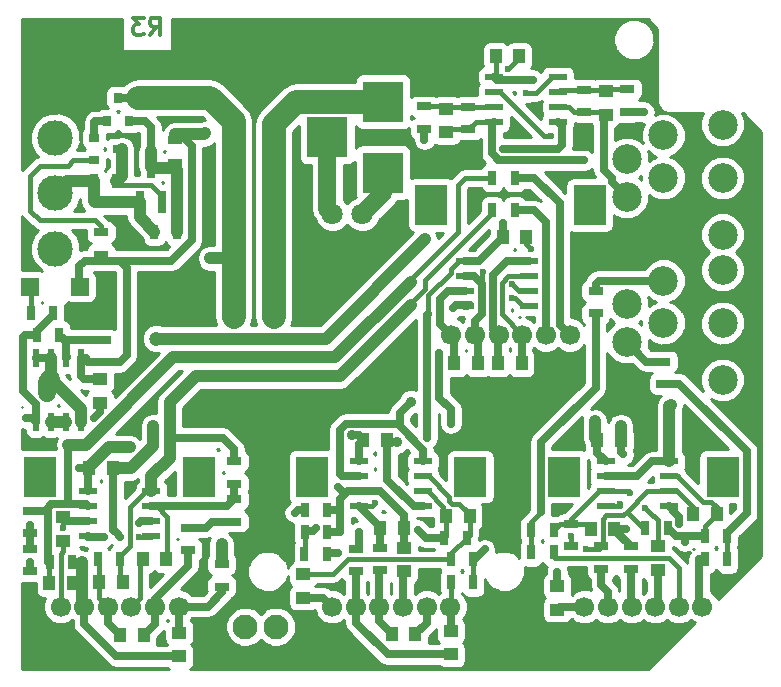
<source format=gbr>
G04 #@! TF.FileFunction,Copper,L2,Bot,Signal*
%FSLAX46Y46*%
G04 Gerber Fmt 4.6, Leading zero omitted, Abs format (unit mm)*
G04 Created by KiCad (PCBNEW 4.0.7) date 07/07/19 20:21:31*
%MOMM*%
%LPD*%
G01*
G04 APERTURE LIST*
%ADD10C,0.100000*%
%ADD11C,0.300000*%
%ADD12C,2.100000*%
%ADD13C,1.800000*%
%ADD14R,3.500000X3.500000*%
%ADD15C,2.500000*%
%ADD16R,0.800000X1.900000*%
%ADD17C,1.700000*%
%ADD18R,2.800000X3.400000*%
%ADD19C,3.000000*%
%ADD20R,1.000000X1.250000*%
%ADD21R,1.250000X1.000000*%
%ADD22R,1.300000X0.700000*%
%ADD23R,0.700000X1.300000*%
%ADD24R,1.550000X0.600000*%
%ADD25R,0.600000X1.550000*%
%ADD26R,0.900000X0.800000*%
%ADD27R,0.800000X0.900000*%
%ADD28R,1.500000X1.500000*%
%ADD29C,0.600000*%
%ADD30C,1.200000*%
%ADD31C,0.900000*%
%ADD32C,1.500000*%
%ADD33C,0.700000*%
%ADD34C,0.400000*%
%ADD35C,1.000000*%
%ADD36C,2.000000*%
%ADD37C,0.250000*%
%ADD38C,0.254000*%
G04 APERTURE END LIST*
D10*
D11*
X99499999Y-102128571D02*
X99999999Y-101414286D01*
X100357142Y-102128571D02*
X100357142Y-100628571D01*
X99785714Y-100628571D01*
X99642856Y-100700000D01*
X99571428Y-100771429D01*
X99499999Y-100914286D01*
X99499999Y-101128571D01*
X99571428Y-101271429D01*
X99642856Y-101342857D01*
X99785714Y-101414286D01*
X100357142Y-101414286D01*
X98999999Y-100628571D02*
X98071428Y-100628571D01*
X98571428Y-101200000D01*
X98357142Y-101200000D01*
X98214285Y-101271429D01*
X98142856Y-101342857D01*
X98071428Y-101485714D01*
X98071428Y-101842857D01*
X98142856Y-101985714D01*
X98214285Y-102057143D01*
X98357142Y-102128571D01*
X98785714Y-102128571D01*
X98928571Y-102057143D01*
X98999999Y-101985714D01*
D12*
X110200000Y-152200000D03*
D13*
X117500000Y-117250000D03*
X114960000Y-117250000D03*
D14*
X119250000Y-113750000D03*
X119250000Y-107750000D03*
X114550000Y-110750000D03*
D15*
X148000000Y-131300000D03*
X148000000Y-126500000D03*
X148000000Y-122000000D03*
X143000000Y-122900000D03*
X139900000Y-124900000D03*
X139900000Y-128100000D03*
X143000000Y-126500000D03*
X148000000Y-119000000D03*
X148000000Y-114200000D03*
X148000000Y-109700000D03*
X143000000Y-110600000D03*
X139900000Y-112600000D03*
X139900000Y-115800000D03*
X143000000Y-114200000D03*
D16*
X100550000Y-116250000D03*
X98650000Y-116250000D03*
X99600000Y-113250000D03*
D17*
X131050000Y-127500000D03*
X133050000Y-127500000D03*
X135050000Y-127500000D03*
X129050000Y-127500000D03*
X127050000Y-127500000D03*
X125050000Y-127500000D03*
D18*
X136750000Y-116500000D03*
X123350000Y-116500000D03*
D19*
X91500000Y-120200000D03*
X91500000Y-115500000D03*
X91500000Y-110800000D03*
D20*
X97000000Y-152900000D03*
X99000000Y-152900000D03*
X120000000Y-152800000D03*
X122000000Y-152800000D03*
D21*
X121000000Y-147500000D03*
X121000000Y-145500000D03*
X102000000Y-154700000D03*
X102000000Y-152700000D03*
X142500000Y-147400000D03*
X142500000Y-145400000D03*
X125000000Y-154550000D03*
X125000000Y-152550000D03*
X112500000Y-149750000D03*
X112500000Y-147750000D03*
X134000000Y-150750000D03*
X134000000Y-148750000D03*
D20*
X94400000Y-138800000D03*
X96400000Y-138800000D03*
X138850000Y-143900000D03*
X136850000Y-143900000D03*
X145500000Y-142650000D03*
X147500000Y-142650000D03*
X119600000Y-136400000D03*
X117600000Y-136400000D03*
X129400000Y-119200000D03*
X131400000Y-119200000D03*
X139400000Y-136400000D03*
X137400000Y-136400000D03*
D22*
X137250000Y-125650000D03*
X137250000Y-123750000D03*
X143000000Y-129750000D03*
X143000000Y-131650000D03*
D23*
X114500000Y-146050000D03*
X112600000Y-146050000D03*
D22*
X119000000Y-145500000D03*
X119000000Y-147400000D03*
D23*
X125000000Y-148450000D03*
X126900000Y-148450000D03*
D22*
X117000000Y-145600000D03*
X117000000Y-147500000D03*
D23*
X99900000Y-118750000D03*
X101800000Y-118750000D03*
X96650000Y-114500000D03*
X94750000Y-114500000D03*
D24*
X99650000Y-140730000D03*
X99650000Y-142000000D03*
X99650000Y-143270000D03*
X99650000Y-144540000D03*
X94250000Y-144540000D03*
X94250000Y-143270000D03*
X94250000Y-142000000D03*
X94250000Y-140730000D03*
X117250000Y-142020000D03*
X117250000Y-140750000D03*
X117250000Y-139480000D03*
X117250000Y-138210000D03*
X122650000Y-138210000D03*
X122650000Y-139480000D03*
X122650000Y-140750000D03*
X122650000Y-142020000D03*
X138100000Y-142020000D03*
X138100000Y-140750000D03*
X138100000Y-139480000D03*
X138100000Y-138210000D03*
X143500000Y-138210000D03*
X143500000Y-139480000D03*
X143500000Y-140750000D03*
X143500000Y-142020000D03*
X131600000Y-121260000D03*
X131600000Y-122530000D03*
X131600000Y-123800000D03*
X131600000Y-125070000D03*
X126200000Y-125070000D03*
X126200000Y-123800000D03*
X126200000Y-122530000D03*
X126200000Y-121260000D03*
D22*
X139950000Y-108600000D03*
X139950000Y-106700000D03*
X122750000Y-110050000D03*
X122750000Y-108150000D03*
D25*
X89860000Y-129450000D03*
X91130000Y-129450000D03*
X92400000Y-129450000D03*
X93670000Y-129450000D03*
X93670000Y-134850000D03*
X92400000Y-134850000D03*
X91130000Y-134850000D03*
X89860000Y-134850000D03*
D24*
X128658510Y-109454136D03*
X128658510Y-108184136D03*
X128658510Y-106914136D03*
X128658510Y-105644136D03*
X134058510Y-105644136D03*
X134058510Y-106914136D03*
X134058510Y-108184136D03*
X134058510Y-109454136D03*
D12*
X107600000Y-152200000D03*
D17*
X97950000Y-150500000D03*
X99950000Y-150500000D03*
X101950000Y-150500000D03*
X95950000Y-150500000D03*
X93950000Y-150500000D03*
X91950000Y-150500000D03*
D18*
X103650000Y-139500000D03*
X90250000Y-139500000D03*
D17*
X120950000Y-150500000D03*
X122950000Y-150500000D03*
X124950000Y-150500000D03*
X118950000Y-150500000D03*
X116950000Y-150500000D03*
X114950000Y-150500000D03*
D18*
X126650000Y-139500000D03*
X113250000Y-139500000D03*
D17*
X142300000Y-150500000D03*
X144300000Y-150500000D03*
X146300000Y-150500000D03*
X140300000Y-150500000D03*
X138300000Y-150500000D03*
X136300000Y-150500000D03*
D18*
X148000000Y-139500000D03*
X134600000Y-139500000D03*
D20*
X130800000Y-103900000D03*
X128800000Y-103900000D03*
D21*
X95300000Y-133250000D03*
X95300000Y-131250000D03*
D20*
X98900000Y-146500000D03*
X100900000Y-146500000D03*
D21*
X92200000Y-144900000D03*
X92200000Y-142900000D03*
D20*
X119000000Y-143800000D03*
X121000000Y-143800000D03*
X124600000Y-142800000D03*
X126600000Y-142800000D03*
X97200000Y-148400000D03*
X95200000Y-148400000D03*
X91000000Y-148500000D03*
X93000000Y-148500000D03*
X129000000Y-129900000D03*
X131000000Y-129900000D03*
X127300000Y-129900000D03*
X125300000Y-129900000D03*
D21*
X138100000Y-108850000D03*
X138100000Y-106850000D03*
X124600000Y-110350000D03*
X124600000Y-108350000D03*
D26*
X94820000Y-112700000D03*
X94820000Y-110800000D03*
X96820000Y-111750000D03*
D27*
X97750000Y-109420000D03*
X95850000Y-109420000D03*
X96800000Y-107420000D03*
D23*
X133700000Y-145900000D03*
X131800000Y-145900000D03*
X146500000Y-146500000D03*
X148400000Y-146500000D03*
D22*
X140250000Y-145400000D03*
X140250000Y-147300000D03*
X137750000Y-145400000D03*
X137750000Y-147300000D03*
X102750000Y-145700000D03*
X102750000Y-143800000D03*
X105600000Y-148800000D03*
X105600000Y-146900000D03*
D23*
X97000000Y-146500000D03*
X95100000Y-146500000D03*
X91050000Y-146700000D03*
X92950000Y-146700000D03*
D22*
X101650000Y-112900000D03*
X101650000Y-111000000D03*
D23*
X133700000Y-144000000D03*
X131800000Y-144000000D03*
X146500000Y-144550000D03*
X148400000Y-144550000D03*
D22*
X135200000Y-145400000D03*
X135200000Y-143500000D03*
X95400000Y-118800000D03*
X95400000Y-120700000D03*
D23*
X141450000Y-143800000D03*
X143350000Y-143800000D03*
X114550000Y-144200000D03*
X112650000Y-144200000D03*
X125000000Y-146500000D03*
X126900000Y-146500000D03*
X89950000Y-127500000D03*
X91850000Y-127500000D03*
D22*
X95600000Y-127900000D03*
X95600000Y-129800000D03*
D23*
X112650000Y-142300000D03*
X114550000Y-142300000D03*
X124450000Y-144650000D03*
X126350000Y-144650000D03*
X91350000Y-125650000D03*
X89450000Y-125650000D03*
X128500000Y-114200000D03*
X130400000Y-114200000D03*
X128500000Y-116950000D03*
X130400000Y-116950000D03*
D22*
X136258510Y-108621992D03*
X136258510Y-106721992D03*
X126458510Y-110084136D03*
X126458510Y-108184136D03*
X106654424Y-141400000D03*
X106654424Y-143300000D03*
X89360040Y-145600000D03*
X89360040Y-147500000D03*
X89360040Y-142400000D03*
X89360040Y-144300000D03*
X106654424Y-138200000D03*
X106654424Y-140100000D03*
D28*
X89400000Y-123400000D03*
X93600000Y-123400000D03*
D29*
X140150000Y-140850010D03*
X141450000Y-142150000D03*
X144800000Y-145000000D03*
X134000000Y-147600000D03*
X141350001Y-108649999D03*
X122750000Y-110950000D03*
D30*
X100050000Y-127800000D03*
D29*
X130200000Y-123200000D03*
X125200000Y-125200000D03*
D31*
X122800000Y-119400000D03*
X121600000Y-133200000D03*
X143600000Y-133400000D03*
D30*
X90800000Y-132450000D03*
D29*
X95600000Y-144600000D03*
X98600000Y-143400000D03*
X115400000Y-140400000D03*
X131950000Y-105900000D03*
X130206311Y-124349977D03*
D31*
X137200000Y-134800000D03*
D29*
X97000012Y-144600000D03*
X98600016Y-144600000D03*
X125000000Y-134999990D03*
X124000000Y-129000000D03*
X131800000Y-120200000D03*
D31*
X104200000Y-110400000D03*
D30*
X110000000Y-126000000D03*
D31*
X99799998Y-135200000D03*
X116600000Y-136000000D03*
D29*
X93500000Y-138800000D03*
X129800000Y-105000000D03*
X129400000Y-111750000D03*
X129399998Y-118000000D03*
X89000000Y-134550000D03*
X94800000Y-134550000D03*
X144349990Y-143500000D03*
D31*
X139400000Y-135200000D03*
D29*
X104600000Y-121000000D03*
X123000000Y-136200000D03*
D31*
X97800008Y-137000000D03*
X120400000Y-136600000D03*
D30*
X106600000Y-126000000D03*
D29*
X139600000Y-137600000D03*
X115400000Y-146000000D03*
X92200000Y-143849996D03*
X89350000Y-143550000D03*
X111800000Y-142550000D03*
X118600000Y-141750000D03*
X104600000Y-143500000D03*
X89350000Y-146700000D03*
X105600000Y-145200000D03*
X117200000Y-144200000D03*
X122200000Y-144000000D03*
X133500000Y-110649996D03*
X131400000Y-107000000D03*
X127700000Y-122200000D03*
X136300000Y-112700000D03*
X139350000Y-141850000D03*
X139850000Y-143900000D03*
X135200000Y-144550000D03*
X113600000Y-143800000D03*
X127850000Y-145650000D03*
X136400000Y-145600000D03*
D32*
X119250000Y-113750000D02*
X119250000Y-115500000D01*
X119250000Y-115500000D02*
X117500000Y-117250000D01*
X114550000Y-110750000D02*
X114550000Y-116840000D01*
X114550000Y-116840000D02*
X114960000Y-117250000D01*
D33*
X142500000Y-147400000D02*
X142500000Y-150300000D01*
X142500000Y-150300000D02*
X142300000Y-150500000D01*
D34*
X140049990Y-140750000D02*
X140150000Y-140850010D01*
X138100000Y-140750000D02*
X140049990Y-140750000D01*
X141749999Y-142449999D02*
X141450000Y-142150000D01*
X142500000Y-143200000D02*
X141749999Y-142449999D01*
X142500000Y-144500000D02*
X142500000Y-143200000D01*
X135200000Y-143500000D02*
X135200000Y-143050000D01*
X137500000Y-140750000D02*
X138100000Y-140750000D01*
X135200000Y-143050000D02*
X137500000Y-140750000D01*
X135200000Y-143500000D02*
X134200000Y-143500000D01*
X134200000Y-143500000D02*
X133700000Y-144000000D01*
X135200000Y-143500000D02*
X136450000Y-143500000D01*
X136450000Y-143500000D02*
X136850000Y-143900000D01*
X142500000Y-145400000D02*
X142500000Y-144500000D01*
X142500000Y-145250000D02*
X142500000Y-144500000D01*
D33*
X136300000Y-150500000D02*
X134250000Y-150500000D01*
X134250000Y-150500000D02*
X134000000Y-150750000D01*
D34*
X143500000Y-139480000D02*
X144230000Y-139480000D01*
X144230000Y-139480000D02*
X144350000Y-139600000D01*
X147500000Y-142100000D02*
X147500000Y-142650000D01*
X144350000Y-139600000D02*
X144350000Y-139626458D01*
X144350000Y-139626458D02*
X146348542Y-141625000D01*
X146348542Y-141625000D02*
X147025000Y-141625000D01*
X147025000Y-141625000D02*
X147500000Y-142100000D01*
D33*
X143350000Y-143822806D02*
X144077194Y-144550000D01*
X143350000Y-143800000D02*
X143350000Y-143822806D01*
X144077194Y-144550000D02*
X144900000Y-144550000D01*
D34*
X146500000Y-144550000D02*
X146500000Y-143650000D01*
X146500000Y-143650000D02*
X147500000Y-142650000D01*
D33*
X144900000Y-144550000D02*
X146500000Y-144550000D01*
X144900000Y-144550000D02*
X144825736Y-144550000D01*
X144825736Y-144550000D02*
X144800000Y-144575736D01*
X144800000Y-144575736D02*
X144800000Y-145000000D01*
X143350000Y-143800000D02*
X143350000Y-144100000D01*
X134000000Y-148750000D02*
X134000000Y-147600000D01*
X118950000Y-150500000D02*
X118950000Y-147450000D01*
X118950000Y-147450000D02*
X119000000Y-147400000D01*
X118950000Y-150500000D02*
X118950000Y-151750000D01*
X118950000Y-151750000D02*
X120000000Y-152800000D01*
X139950000Y-108600000D02*
X141300002Y-108600000D01*
X141300002Y-108600000D02*
X141350001Y-108649999D01*
X122750000Y-110050000D02*
X122750000Y-110950000D01*
D35*
X100050000Y-127800000D02*
X114400000Y-127800000D01*
X114400000Y-127800000D02*
X122800000Y-119400000D01*
D34*
X131600000Y-123800000D02*
X130800000Y-123800000D01*
X130499999Y-123499999D02*
X130200000Y-123200000D01*
X130800000Y-123800000D02*
X130499999Y-123499999D01*
D33*
X91130000Y-129450000D02*
X89910009Y-129450000D01*
X126200000Y-125070000D02*
X126330000Y-125070000D01*
X126330000Y-125070000D02*
X126400000Y-125000000D01*
X126600000Y-125000000D02*
X125400000Y-125000000D01*
X125400000Y-125000000D02*
X125200000Y-125200000D01*
X117250000Y-139480000D02*
X115775000Y-139480000D01*
X116119999Y-134999999D02*
X120440000Y-135000000D01*
X115775000Y-139480000D02*
X115599999Y-139304999D01*
X115599999Y-139304999D02*
X115599999Y-135519999D01*
X115599999Y-135519999D02*
X116119999Y-134999999D01*
X120440000Y-135000000D02*
X120664999Y-135224999D01*
X121150001Y-133649999D02*
X121600000Y-133200000D01*
X120664999Y-135224999D02*
X120664999Y-134135001D01*
X120664999Y-134135001D02*
X121150001Y-133649999D01*
D35*
X143500000Y-133500000D02*
X143600000Y-133400000D01*
X143500000Y-138210000D02*
X143500000Y-133500000D01*
D32*
X91130000Y-131244998D02*
X91005002Y-131244998D01*
X91005002Y-131244998D02*
X90800000Y-131450000D01*
X90800000Y-131450000D02*
X90800000Y-132450000D01*
D35*
X91130000Y-129450000D02*
X91130000Y-131244998D01*
X93670000Y-133784998D02*
X93670000Y-134850000D01*
X91130000Y-131244998D02*
X93670000Y-133784998D01*
D33*
X120664999Y-135224999D02*
X122650000Y-137210000D01*
X122650000Y-137210000D02*
X122650000Y-138210000D01*
X95600000Y-144600000D02*
X94310000Y-144600000D01*
X94310000Y-144600000D02*
X94250000Y-144540000D01*
X99650000Y-143270000D02*
X98730000Y-143270000D01*
X98730000Y-143270000D02*
X98600000Y-143400000D01*
X143500000Y-138210000D02*
X142025000Y-138210000D01*
X142025000Y-138210000D02*
X140755000Y-139480000D01*
X140755000Y-139480000D02*
X139575000Y-139480000D01*
X139575000Y-139480000D02*
X138100000Y-139480000D01*
X120950000Y-150500000D02*
X120950000Y-147550000D01*
X120950000Y-147550000D02*
X121000000Y-147500000D01*
X115600000Y-141400000D02*
X115600000Y-142300000D01*
X115600000Y-142300000D02*
X115600000Y-144150000D01*
X114550000Y-142300000D02*
X115600000Y-142300000D01*
X115600000Y-144150000D02*
X114600000Y-144150000D01*
X114600000Y-144150000D02*
X114550000Y-144200000D01*
X116000000Y-141000000D02*
X115600000Y-141400000D01*
D34*
X121000000Y-143800000D02*
X121000000Y-142741966D01*
D33*
X117250032Y-140749968D02*
X117250000Y-140750000D01*
X121000000Y-145500000D02*
X121000000Y-142741966D01*
X119008002Y-140749968D02*
X117250032Y-140749968D01*
X121000000Y-142741966D02*
X119008002Y-140749968D01*
X116250000Y-140750000D02*
X116000000Y-141000000D01*
X115400000Y-140400000D02*
X116000000Y-141000000D01*
X117250000Y-140750000D02*
X116250000Y-140750000D01*
D34*
X125000000Y-148450000D02*
X125000000Y-150450000D01*
X125000000Y-150450000D02*
X124950000Y-150500000D01*
D33*
X125000000Y-152550000D02*
X125000000Y-150550000D01*
X125000000Y-150550000D02*
X124950000Y-150500000D01*
X112500000Y-149750000D02*
X114200000Y-149750000D01*
X114200000Y-149750000D02*
X114950000Y-150500000D01*
X99950000Y-150500000D02*
X99950000Y-149850000D01*
X99950000Y-149850000D02*
X102750000Y-147050000D01*
X102750000Y-147050000D02*
X102750000Y-146200000D01*
X102750000Y-145700000D02*
X102750000Y-146200000D01*
X99950000Y-150500000D02*
X99950000Y-151950000D01*
X99950000Y-151950000D02*
X99000000Y-152900000D01*
D34*
X102750000Y-146200000D02*
X102750000Y-146250000D01*
D33*
X94000000Y-121200000D02*
X93500000Y-121700000D01*
X93500000Y-121700000D02*
X93500000Y-123400000D01*
X128914374Y-105900000D02*
X131525736Y-105900000D01*
X128658510Y-105644136D02*
X128914374Y-105900000D01*
X131525736Y-105900000D02*
X131950000Y-105900000D01*
X95400000Y-121200000D02*
X94000000Y-121200000D01*
X94000000Y-121200000D02*
X93899999Y-121300001D01*
D34*
X128800000Y-103900000D02*
X128800000Y-105502646D01*
X128800000Y-105502646D02*
X128658510Y-105644136D01*
D33*
X95300000Y-131250000D02*
X93975000Y-131250000D01*
X93975000Y-131250000D02*
X93670000Y-130945000D01*
X93670000Y-130945000D02*
X93670000Y-129450000D01*
X97550000Y-126200000D02*
X97550000Y-125450000D01*
X97550000Y-129200000D02*
X97550000Y-125450000D01*
X97550000Y-125450000D02*
X97550000Y-121800000D01*
X95600000Y-129800000D02*
X96950000Y-129800000D01*
X96950000Y-129800000D02*
X97550000Y-129200000D01*
X94100000Y-129450000D02*
X94100000Y-129650000D01*
X94100000Y-129650000D02*
X94250000Y-129800000D01*
X94250000Y-129800000D02*
X95600000Y-129800000D01*
X93670000Y-129450000D02*
X94100000Y-129450000D01*
X97550000Y-121800000D02*
X96950000Y-121200000D01*
X95400000Y-120700000D02*
X95400000Y-121200000D01*
X101650000Y-111000000D02*
X101650000Y-110500000D01*
X124000000Y-129000000D02*
X124000000Y-132800000D01*
X124000000Y-132800000D02*
X125000000Y-133800000D01*
X125000000Y-133800000D02*
X125000000Y-134999990D01*
D34*
X130404977Y-124349977D02*
X130206311Y-124349977D01*
X131600000Y-125070000D02*
X131125000Y-125070000D01*
X131125000Y-125070000D02*
X130404977Y-124349977D01*
D35*
X137200000Y-135436396D02*
X137200000Y-134800000D01*
X137200000Y-136200000D02*
X137200000Y-135436396D01*
X137400000Y-136400000D02*
X137200000Y-136200000D01*
D33*
X96700013Y-144300001D02*
X97000012Y-144600000D01*
X96400000Y-143999988D02*
X96700013Y-144300001D01*
X96400000Y-138800000D02*
X96400000Y-143999988D01*
D34*
X99590000Y-144600000D02*
X99024280Y-144600000D01*
X99650000Y-144540000D02*
X99590000Y-144600000D01*
X99024280Y-144600000D02*
X98600016Y-144600000D01*
X131400000Y-119200000D02*
X131400000Y-119800000D01*
X131400000Y-119800000D02*
X131800000Y-120200000D01*
D35*
X101650000Y-110500000D02*
X104100000Y-110500000D01*
X104100000Y-110500000D02*
X104200000Y-110400000D01*
D33*
X101650000Y-110500000D02*
X102050000Y-110500000D01*
X102050000Y-110500000D02*
X103050001Y-111500001D01*
X103050001Y-111500001D02*
X103050001Y-119490001D01*
X103050001Y-119490001D02*
X101340002Y-121200000D01*
X101340002Y-121200000D02*
X96950000Y-121200000D01*
X96950000Y-121200000D02*
X95400000Y-121200000D01*
D36*
X119250000Y-107750000D02*
X111889998Y-107750000D01*
X111889998Y-107750000D02*
X110000000Y-109639998D01*
X110000000Y-109639998D02*
X110000000Y-126000000D01*
D35*
X99799998Y-135836396D02*
X99799998Y-135200000D01*
X97900000Y-138800000D02*
X99799998Y-136900002D01*
X96400000Y-138800000D02*
X97900000Y-138800000D01*
X99799998Y-136900002D02*
X99799998Y-135836396D01*
D33*
X117600000Y-136400000D02*
X117600000Y-136363604D01*
X117600000Y-136363604D02*
X117236396Y-136000000D01*
X117236396Y-136000000D02*
X116600000Y-136000000D01*
X137400000Y-136400000D02*
X137400000Y-137510000D01*
X137400000Y-137510000D02*
X138100000Y-138210000D01*
X117250000Y-138210000D02*
X117250000Y-136750000D01*
X117250000Y-136750000D02*
X117600000Y-136400000D01*
D35*
X93750000Y-146750000D02*
X93750000Y-148500000D01*
X93750000Y-148500000D02*
X93750000Y-150300000D01*
D33*
X93000000Y-148500000D02*
X93750000Y-148500000D01*
X93750000Y-146750000D02*
X93000000Y-146750000D01*
X93000000Y-146750000D02*
X92950000Y-146700000D01*
X102000000Y-154700000D02*
X96684998Y-154700000D01*
X96684998Y-154700000D02*
X93950000Y-151965002D01*
X93950000Y-151965002D02*
X93950000Y-151702081D01*
X93950000Y-151702081D02*
X93950000Y-150500000D01*
D35*
X93750000Y-150300000D02*
X93950000Y-150500000D01*
D33*
X94400000Y-138800000D02*
X93500000Y-138800000D01*
D35*
X94400000Y-138800000D02*
X94400000Y-138675000D01*
X94400000Y-138675000D02*
X96075000Y-137000000D01*
X96075000Y-137000000D02*
X97163612Y-137000000D01*
D33*
X94250000Y-140730000D02*
X94250000Y-138950000D01*
X94250000Y-138950000D02*
X94400000Y-138800000D01*
X91350000Y-125650000D02*
X91350000Y-125800000D01*
X91350000Y-125800000D02*
X89950000Y-127200000D01*
X89950000Y-127200000D02*
X89950000Y-127500000D01*
D34*
X129825000Y-105000000D02*
X129800000Y-105000000D01*
X130800000Y-104025000D02*
X129825000Y-105000000D01*
X130800000Y-103900000D02*
X130800000Y-104025000D01*
D33*
X89950000Y-127250000D02*
X89950000Y-127500000D01*
X129400000Y-111750000D02*
X134050000Y-111750000D01*
X134050000Y-111750000D02*
X134400000Y-111400000D01*
X134400000Y-111400000D02*
X134400000Y-109795626D01*
X134400000Y-109795626D02*
X134058510Y-109454136D01*
X89000000Y-134550000D02*
X89560000Y-134550000D01*
X89560000Y-134550000D02*
X89860000Y-134850000D01*
X95300000Y-133250000D02*
X95300000Y-134050000D01*
X95300000Y-134050000D02*
X94800000Y-134550000D01*
X88750000Y-128800000D02*
X88750000Y-129450000D01*
X88750000Y-129450000D02*
X88750000Y-132265000D01*
X88750000Y-127650000D02*
X88750000Y-129450000D01*
X88750000Y-132265000D02*
X89860000Y-133375000D01*
X89860000Y-133375000D02*
X89860000Y-134850000D01*
X89950000Y-127500000D02*
X88900000Y-127500000D01*
X88900000Y-127500000D02*
X88750000Y-127650000D01*
X88750000Y-127650000D02*
X88750000Y-127950000D01*
X88800000Y-127900000D02*
X88750000Y-127950000D01*
X144349990Y-143075736D02*
X144349990Y-143500000D01*
X143500000Y-142020000D02*
X144349990Y-142869990D01*
X144349990Y-142869990D02*
X144349990Y-143075736D01*
X97680000Y-107420000D02*
X97700000Y-107400000D01*
X96800000Y-107420000D02*
X97680000Y-107420000D01*
X97700000Y-107400000D02*
X98500000Y-107400000D01*
D36*
X98500000Y-107400000D02*
X104600000Y-107400000D01*
X104600000Y-107400000D02*
X106600000Y-109400000D01*
X106600000Y-109400000D02*
X106600000Y-121000000D01*
D34*
X126200000Y-121260000D02*
X125674998Y-121260000D01*
X125024999Y-121909999D02*
X125024999Y-122223544D01*
X125674998Y-121260000D02*
X125024999Y-121909999D01*
X125024999Y-122223544D02*
X123100019Y-124148524D01*
X123100019Y-124148524D02*
X123100019Y-125699981D01*
D33*
X123000000Y-125800000D02*
X123000000Y-136200000D01*
X123100019Y-125699981D02*
X123000000Y-125800000D01*
D35*
X139400000Y-136400000D02*
X139400000Y-135200000D01*
D36*
X106600000Y-121000000D02*
X106600000Y-121800000D01*
D35*
X104600000Y-121000000D02*
X106600000Y-121000000D01*
D33*
X129399998Y-118424264D02*
X129399998Y-118000000D01*
X129400000Y-119200000D02*
X129399998Y-119199998D01*
X129399998Y-119199998D02*
X129399998Y-118424264D01*
X126200000Y-121260000D02*
X127340000Y-121260000D01*
X127340000Y-121260000D02*
X129400000Y-119200000D01*
D35*
X97163612Y-137000000D02*
X97800008Y-137000000D01*
D34*
X119600000Y-136400000D02*
X120200000Y-136400000D01*
X120200000Y-136400000D02*
X120400000Y-136600000D01*
D36*
X106600000Y-121800000D02*
X106600000Y-123600000D01*
X106600000Y-123600000D02*
X106600000Y-126000000D01*
D33*
X139400000Y-136400000D02*
X139400000Y-137400000D01*
X139400000Y-137400000D02*
X139600000Y-137600000D01*
X122650000Y-142020000D02*
X121854998Y-142020000D01*
X121854998Y-142020000D02*
X119600000Y-139765002D01*
X119600000Y-139765002D02*
X119600000Y-137725000D01*
X119600000Y-137725000D02*
X119600000Y-136400000D01*
D34*
X89450000Y-125650000D02*
X89450000Y-123450000D01*
X89450000Y-123450000D02*
X89500000Y-123400000D01*
D37*
X89450000Y-123800000D02*
X89850000Y-123400000D01*
D34*
X100550000Y-116250000D02*
X100550000Y-115700000D01*
X100550000Y-115700000D02*
X99650000Y-114800000D01*
X99650000Y-114800000D02*
X96600000Y-114800000D01*
X96600000Y-114800000D02*
X96600000Y-114550000D01*
X96600000Y-114550000D02*
X96650000Y-114500000D01*
D35*
X97150000Y-111750000D02*
X97150000Y-114000000D01*
X97150000Y-114000000D02*
X96650000Y-114500000D01*
X98650000Y-116250000D02*
X94850000Y-116250000D01*
X94850000Y-116250000D02*
X94750000Y-116150000D01*
X94750000Y-116150000D02*
X94750000Y-114500000D01*
X98650000Y-116250000D02*
X98650000Y-117500000D01*
X98650000Y-117500000D02*
X99900000Y-118750000D01*
X94750000Y-114500000D02*
X92500000Y-114500000D01*
X92500000Y-114500000D02*
X91500000Y-115500000D01*
D34*
X95400000Y-118800000D02*
X95400000Y-118300000D01*
X94900000Y-117800000D02*
X90200000Y-117800000D01*
X90200000Y-113200000D02*
X92540000Y-113200000D01*
X95400000Y-118300000D02*
X94900000Y-117800000D01*
X90200000Y-117800000D02*
X89400000Y-117000000D01*
X89400000Y-117000000D02*
X89400000Y-114000000D01*
X89400000Y-114000000D02*
X90200000Y-113200000D01*
X93040000Y-112700000D02*
X94820000Y-112700000D01*
X92540000Y-113200000D02*
X93040000Y-112700000D01*
D33*
X94820000Y-110800000D02*
X94820000Y-109480000D01*
X94820000Y-109480000D02*
X94900000Y-109400000D01*
X94900000Y-109400000D02*
X94920000Y-109420000D01*
X94920000Y-109420000D02*
X95850000Y-109420000D01*
D34*
X143445001Y-146349999D02*
X135800000Y-146349999D01*
X135800000Y-146349999D02*
X135150001Y-146349999D01*
X133700000Y-145900000D02*
X133700000Y-146200000D01*
X133700000Y-146200000D02*
X133849999Y-146349999D01*
X133849999Y-146349999D02*
X135800000Y-146349999D01*
X144300000Y-150500000D02*
X144300000Y-147204998D01*
X144300000Y-147204998D02*
X143445001Y-146349999D01*
D33*
X137750000Y-148700000D02*
X137750000Y-147300000D01*
X137750000Y-148700000D02*
X138300000Y-149250000D01*
X138300000Y-149250000D02*
X138300000Y-150500000D01*
X143000000Y-129750000D02*
X141550000Y-129750000D01*
X141550000Y-129750000D02*
X139900000Y-128100000D01*
X143000000Y-131650000D02*
X144350000Y-131650000D01*
X144350000Y-131650000D02*
X150050000Y-137350000D01*
X150050000Y-142600000D02*
X148400000Y-144250000D01*
X150050000Y-137350000D02*
X150050000Y-142600000D01*
X148400000Y-144250000D02*
X148400000Y-144550000D01*
D34*
X148400000Y-144550000D02*
X148400000Y-146500000D01*
D33*
X114500000Y-145750000D02*
X114500000Y-145800000D01*
X114500000Y-145800000D02*
X114650000Y-145950000D01*
X115350000Y-145950000D02*
X115400000Y-146000000D01*
X114650000Y-145950000D02*
X115350000Y-145950000D01*
X122950000Y-150500000D02*
X122950000Y-151850000D01*
X122950000Y-151850000D02*
X122000000Y-152800000D01*
X116950000Y-150500000D02*
X116950000Y-147550000D01*
X116950000Y-147550000D02*
X117000000Y-147500000D01*
X125000000Y-154550000D02*
X119634998Y-154550000D01*
X116950000Y-151865002D02*
X116950000Y-151702081D01*
X116950000Y-151702081D02*
X116950000Y-150500000D01*
X119634998Y-154550000D02*
X116950000Y-151865002D01*
D34*
X125000000Y-146500000D02*
X125000000Y-146000000D01*
X125000000Y-146000000D02*
X126350000Y-144650000D01*
X126600000Y-142800000D02*
X126600000Y-144400000D01*
X126600000Y-144400000D02*
X126350000Y-144650000D01*
X126600000Y-142800000D02*
X126600000Y-142675000D01*
X126600000Y-142675000D02*
X125700000Y-141775000D01*
X124849999Y-141204999D02*
X123125000Y-139480000D01*
X125700000Y-141775000D02*
X125104998Y-141775000D01*
X125104998Y-141775000D02*
X124849999Y-141520001D01*
X124849999Y-141520001D02*
X124849999Y-141204999D01*
X123125000Y-139480000D02*
X122650000Y-139480000D01*
X116300000Y-146500000D02*
X121950000Y-146500000D01*
X121950000Y-146500000D02*
X122400000Y-146500000D01*
X125000000Y-146500000D02*
X121950000Y-146500000D01*
X112500000Y-147750000D02*
X115050000Y-147750000D01*
X115050000Y-147750000D02*
X116300000Y-146500000D01*
X95200000Y-148400000D02*
X95200000Y-149750000D01*
X95200000Y-149750000D02*
X95950000Y-150500000D01*
X95200000Y-148400000D02*
X95200000Y-146600000D01*
X95200000Y-146600000D02*
X95100000Y-146500000D01*
D33*
X95950000Y-150500000D02*
X95950000Y-151850000D01*
X95950000Y-151850000D02*
X97000000Y-152900000D01*
D35*
X95750000Y-150300000D02*
X95950000Y-150500000D01*
D33*
X105600000Y-148800000D02*
X105600000Y-149300000D01*
X102000000Y-152700000D02*
X102000000Y-150550000D01*
X102000000Y-150550000D02*
X101950000Y-150500000D01*
X101950000Y-150500000D02*
X104400000Y-150500000D01*
X104400000Y-150500000D02*
X105600000Y-149300000D01*
D34*
X131800000Y-145900000D02*
X131800000Y-144000000D01*
X132600000Y-142450000D02*
X132600000Y-142500000D01*
X132600000Y-142500000D02*
X131800000Y-143300000D01*
X131800000Y-143300000D02*
X131800000Y-144000000D01*
D33*
X137250000Y-125650000D02*
X137250000Y-131950000D01*
X137250000Y-131950000D02*
X132600000Y-136600000D01*
X132600000Y-136600000D02*
X132600000Y-142450000D01*
X137250000Y-123150000D02*
X137500000Y-122900000D01*
X137500000Y-122900000D02*
X143000000Y-122900000D01*
X137250000Y-123750000D02*
X137250000Y-123150000D01*
D35*
X101800000Y-118750000D02*
X101800000Y-114200000D01*
X101800000Y-114200000D02*
X101800000Y-113550000D01*
D33*
X101650000Y-112900000D02*
X101650000Y-114050000D01*
X101650000Y-114050000D02*
X101800000Y-114200000D01*
X99120000Y-109420000D02*
X99600000Y-109900000D01*
X99600000Y-109900000D02*
X99600000Y-111900000D01*
X97750000Y-109420000D02*
X99120000Y-109420000D01*
D35*
X101800000Y-113550000D02*
X101650000Y-113400000D01*
X101650000Y-113400000D02*
X99750000Y-113400000D01*
X99750000Y-113400000D02*
X99600000Y-113250000D01*
X99600000Y-111900000D02*
X99600000Y-113250000D01*
D33*
X146500000Y-146500000D02*
X146000000Y-146500000D01*
X146000000Y-146500000D02*
X146000000Y-150200000D01*
X146000000Y-150200000D02*
X146300000Y-150500000D01*
X140250000Y-147300000D02*
X140250000Y-150450000D01*
X140250000Y-150450000D02*
X140300000Y-150500000D01*
X95600000Y-127900000D02*
X92250000Y-127900000D01*
X92250000Y-127900000D02*
X91850000Y-127500000D01*
X92400000Y-129450000D02*
X92400000Y-128050000D01*
X92400000Y-128050000D02*
X91850000Y-127500000D01*
X92500000Y-129350000D02*
X92400000Y-129450000D01*
X130400000Y-114200000D02*
X132050000Y-114200000D01*
X132050000Y-114200000D02*
X134200001Y-116350001D01*
X134200001Y-116350001D02*
X134200001Y-126650001D01*
X134200001Y-126650001D02*
X135050000Y-127500000D01*
X132050000Y-116950000D02*
X131300000Y-116950000D01*
X131300000Y-116950000D02*
X130900000Y-116950000D01*
X130400000Y-116950000D02*
X131300000Y-116950000D01*
D34*
X130900000Y-116950000D02*
X130400000Y-116950000D01*
D33*
X133050000Y-127500000D02*
X133050000Y-117950000D01*
X133050000Y-117950000D02*
X132050000Y-116950000D01*
D35*
X92400000Y-134850000D02*
X91130000Y-134850000D01*
D34*
X99650000Y-142000000D02*
X100125000Y-142000000D01*
X100125000Y-142000000D02*
X101000000Y-142875000D01*
X101000000Y-142875000D02*
X101000000Y-146400000D01*
X101000000Y-146400000D02*
X100900000Y-146500000D01*
D33*
X99650000Y-142000000D02*
X106054424Y-142000000D01*
X106054424Y-142000000D02*
X106654424Y-141400000D01*
X106654424Y-141400000D02*
X106654424Y-140100000D01*
D34*
X92200000Y-142900000D02*
X92200000Y-143849996D01*
D33*
X94250000Y-143270000D02*
X92570000Y-143270000D01*
X92570000Y-143270000D02*
X92200000Y-142900000D01*
X89360040Y-144300000D02*
X89360040Y-143560040D01*
X89360040Y-143560040D02*
X89350000Y-143550000D01*
X89360040Y-144300000D02*
X89360040Y-145600000D01*
D34*
X94250000Y-143270000D02*
X93775000Y-143270000D01*
X98900000Y-146500000D02*
X98700000Y-146700000D01*
X98700000Y-146700000D02*
X98700000Y-149750000D01*
X98700000Y-149750000D02*
X97950000Y-150500000D01*
X92200000Y-144900000D02*
X92200000Y-145800000D01*
X92200000Y-145800000D02*
X91950000Y-146050000D01*
X91950000Y-146050000D02*
X91950000Y-149297919D01*
X91950000Y-149297919D02*
X91950000Y-150500000D01*
D33*
X112650000Y-142300000D02*
X112050000Y-142300000D01*
X112050000Y-142300000D02*
X111800000Y-142550000D01*
D34*
X118600000Y-141750000D02*
X118350000Y-142000000D01*
X118350000Y-142000000D02*
X117270000Y-142000000D01*
X117270000Y-142000000D02*
X117250000Y-142020000D01*
D33*
X104300000Y-143800000D02*
X104800000Y-143300000D01*
X104800000Y-143300000D02*
X106654424Y-143300000D01*
X102750000Y-143800000D02*
X104300000Y-143800000D01*
X104300000Y-143800000D02*
X104600000Y-143500000D01*
X119000000Y-145500000D02*
X119000000Y-143770000D01*
X119000000Y-143770000D02*
X117250000Y-142020000D01*
X124450000Y-144650000D02*
X122850000Y-144650000D01*
X122850000Y-144650000D02*
X122200000Y-144000000D01*
D34*
X124600000Y-142800000D02*
X124600000Y-144500000D01*
X124600000Y-144500000D02*
X124450000Y-144650000D01*
X122650000Y-140750000D02*
X123050000Y-140750000D01*
X123050000Y-140750000D02*
X124350000Y-142050000D01*
X124350000Y-142050000D02*
X124350000Y-142550000D01*
X124350000Y-142550000D02*
X124600000Y-142800000D01*
D33*
X89360040Y-147500000D02*
X89360040Y-146710040D01*
X89360040Y-146710040D02*
X89350000Y-146700000D01*
D34*
X105600000Y-146900000D02*
X105600000Y-146400000D01*
D35*
X105600000Y-145200000D02*
X105600000Y-146400000D01*
D33*
X117200000Y-144200000D02*
X117200000Y-145400000D01*
X117200000Y-145400000D02*
X117000000Y-145600000D01*
D34*
X122650000Y-140750000D02*
X123175002Y-140750000D01*
D33*
X106654424Y-138200000D02*
X106654424Y-137150000D01*
X101200000Y-136200000D02*
X101100000Y-136300000D01*
X106654424Y-137150000D02*
X105704424Y-136200000D01*
X105704424Y-136200000D02*
X101200000Y-136200000D01*
X101100000Y-136300000D02*
X101100000Y-136800000D01*
X101100000Y-136800000D02*
X101200000Y-136900000D01*
D35*
X101200000Y-137880000D02*
X101200000Y-136900000D01*
X101200000Y-136900000D02*
X101200000Y-133200000D01*
D34*
X97000000Y-146500000D02*
X97000000Y-148200000D01*
X97000000Y-148200000D02*
X97200000Y-148400000D01*
X99650000Y-140730000D02*
X99175000Y-140730000D01*
X99175000Y-140730000D02*
X97800000Y-142105000D01*
X97800000Y-142105000D02*
X97800000Y-145400000D01*
X97800000Y-145400000D02*
X97000000Y-146200000D01*
X97000000Y-146200000D02*
X97000000Y-146500000D01*
X121600000Y-125000000D02*
X121600000Y-124800000D01*
X121600000Y-124800000D02*
X122800000Y-123600000D01*
X122800000Y-123600000D02*
X122800000Y-122864998D01*
X122800000Y-122864998D02*
X128464998Y-117200000D01*
X128464998Y-117200000D02*
X128500000Y-117200000D01*
X128500000Y-117200000D02*
X128500000Y-116950000D01*
D35*
X115600000Y-131000000D02*
X121600000Y-125000000D01*
X99650000Y-140730000D02*
X99650000Y-139430000D01*
X99650000Y-139430000D02*
X101200000Y-137880000D01*
X101200000Y-133200000D02*
X103400000Y-131000000D01*
X103400000Y-131000000D02*
X115600000Y-131000000D01*
X92600000Y-136800000D02*
X94100000Y-136800000D01*
X115200000Y-129400000D02*
X121600000Y-123000000D01*
X94100000Y-136800000D02*
X101500000Y-129400000D01*
X101500000Y-129400000D02*
X115200000Y-129400000D01*
D33*
X92550000Y-141849999D02*
X94099999Y-141849999D01*
X91134999Y-141849999D02*
X92550000Y-141849999D01*
X92550000Y-141849999D02*
X92550000Y-136850000D01*
X91050000Y-146700000D02*
X90900000Y-146700000D01*
X90900000Y-146700000D02*
X90850000Y-146750000D01*
X90850000Y-146750000D02*
X90850000Y-142134998D01*
X90850000Y-142134998D02*
X91134999Y-141849999D01*
X94099999Y-141849999D02*
X94250000Y-142000000D01*
X89360040Y-142400000D02*
X90900000Y-142400000D01*
D34*
X128000000Y-114200000D02*
X128500000Y-114200000D01*
X91000000Y-148500000D02*
X91000000Y-146750000D01*
X91000000Y-146750000D02*
X91050000Y-146700000D01*
X121600000Y-122800000D02*
X125600000Y-118800000D01*
X125600000Y-118800000D02*
X125600000Y-114800000D01*
X125600000Y-114800000D02*
X126200000Y-114200000D01*
X126200000Y-114200000D02*
X128000000Y-114200000D01*
X133075736Y-110649996D02*
X133500000Y-110649996D01*
X132869370Y-110649996D02*
X133075736Y-110649996D01*
X128658510Y-106914136D02*
X129133510Y-106914136D01*
X129133510Y-106914136D02*
X132869370Y-110649996D01*
D33*
X129000000Y-129900000D02*
X129000000Y-127550000D01*
X129000000Y-127550000D02*
X129050000Y-127500000D01*
X129740000Y-121260000D02*
X130125000Y-121260000D01*
X129050000Y-127500000D02*
X128549987Y-126999987D01*
X130125000Y-121260000D02*
X131600000Y-121260000D01*
X128549987Y-122450013D02*
X129740000Y-121260000D01*
X128549987Y-126999987D02*
X128549987Y-122450013D01*
X131000000Y-129900000D02*
X131000000Y-127550000D01*
X131000000Y-127550000D02*
X131050000Y-127500000D01*
D34*
X131050000Y-127500000D02*
X129299990Y-125749990D01*
X131330000Y-122530000D02*
X131600000Y-122530000D01*
X129299990Y-125749990D02*
X129299990Y-123064006D01*
X129299990Y-123064006D02*
X129863998Y-122499998D01*
X129863998Y-122499998D02*
X131100002Y-122499998D01*
X131100002Y-122499998D02*
X131200000Y-122400000D01*
X131200000Y-122400000D02*
X131330000Y-122530000D01*
D33*
X131050000Y-127500000D02*
X131050000Y-127427998D01*
D34*
X131400000Y-107000000D02*
X132227646Y-107000000D01*
X133583510Y-105644136D02*
X134058510Y-105644136D01*
X132227646Y-107000000D02*
X133583510Y-105644136D01*
X127649976Y-123184974D02*
X127649976Y-122250024D01*
X127649976Y-122250024D02*
X127700000Y-122200000D01*
D33*
X127300000Y-129900000D02*
X127300000Y-127750000D01*
X127300000Y-127750000D02*
X127050000Y-127500000D01*
X127649976Y-123184974D02*
X126995002Y-122530000D01*
X126995002Y-122530000D02*
X126200000Y-122530000D01*
X127649976Y-125697943D02*
X127649976Y-123184974D01*
X127050000Y-126297919D02*
X127649976Y-125697943D01*
X127050000Y-127500000D02*
X127050000Y-126297919D01*
X125300000Y-129900000D02*
X125300000Y-127750000D01*
X125300000Y-127750000D02*
X125050000Y-127500000D01*
X124725000Y-123800000D02*
X126200000Y-123800000D01*
X124099991Y-124425009D02*
X124725000Y-123800000D01*
X125050000Y-127500000D02*
X124099991Y-126549991D01*
X124099991Y-126549991D02*
X124099991Y-124425009D01*
X139900000Y-115800000D02*
X138650001Y-114550001D01*
X137950000Y-113500000D02*
X137950000Y-109000000D01*
X138650001Y-114550001D02*
X138650001Y-114200001D01*
X138650001Y-114200001D02*
X137950000Y-113500000D01*
X137950000Y-109000000D02*
X138100000Y-108850000D01*
D34*
X136258510Y-108621992D02*
X137871992Y-108621992D01*
X137871992Y-108621992D02*
X138100000Y-108850000D01*
X136258510Y-108621992D02*
X135421992Y-108621992D01*
X135421992Y-108621992D02*
X135000000Y-108200000D01*
X135000000Y-108200000D02*
X134074374Y-108200000D01*
X134074374Y-108200000D02*
X134058510Y-108184136D01*
D33*
X139900000Y-115800000D02*
X138700001Y-114600001D01*
D34*
X136258510Y-106721992D02*
X134250654Y-106721992D01*
X134250654Y-106721992D02*
X134058510Y-106914136D01*
X139950000Y-106700000D02*
X138250000Y-106700000D01*
X138250000Y-106700000D02*
X138100000Y-106850000D01*
X136258510Y-106721992D02*
X137971992Y-106721992D01*
X137971992Y-106721992D02*
X138100000Y-106850000D01*
D33*
X128500000Y-112122806D02*
X128700000Y-112322806D01*
X128700000Y-112322806D02*
X129027194Y-112650000D01*
X136300000Y-112700000D02*
X129077194Y-112700000D01*
X129077194Y-112700000D02*
X128700000Y-112322806D01*
X128658510Y-109454136D02*
X128500000Y-109612646D01*
X128500000Y-109612646D02*
X128500000Y-112122806D01*
D34*
X126458510Y-110084136D02*
X124865864Y-110084136D01*
X124865864Y-110084136D02*
X124600000Y-110350000D01*
X128658510Y-109454136D02*
X127088510Y-109454136D01*
X127088510Y-109454136D02*
X126458510Y-110084136D01*
X126458510Y-108184136D02*
X128658510Y-108184136D01*
X126458510Y-108184136D02*
X124765864Y-108184136D01*
X124765864Y-108184136D02*
X124600000Y-108350000D01*
X122750000Y-108150000D02*
X124400000Y-108150000D01*
X124400000Y-108150000D02*
X124600000Y-108350000D01*
X139350000Y-141945000D02*
X139350000Y-141850000D01*
X139275000Y-142020000D02*
X139350000Y-141945000D01*
X138100000Y-142020000D02*
X139275000Y-142020000D01*
D33*
X138850000Y-143900000D02*
X138850000Y-144000000D01*
X138850000Y-144000000D02*
X140250000Y-145400000D01*
X138850000Y-143900000D02*
X139850000Y-143900000D01*
D34*
X135200000Y-145400000D02*
X135200000Y-144550000D01*
X112650000Y-144200000D02*
X112650000Y-146000000D01*
X112650000Y-146000000D02*
X112600000Y-146050000D01*
D33*
X112650000Y-144300000D02*
X112850000Y-144100000D01*
X112850000Y-144100000D02*
X113300000Y-144100000D01*
X113300000Y-144100000D02*
X113600000Y-143800000D01*
D34*
X112600000Y-145750000D02*
X112600000Y-145500000D01*
X112600000Y-145500000D02*
X112650000Y-145450000D01*
D33*
X127550001Y-145949999D02*
X127850000Y-145650000D01*
X126900000Y-146500000D02*
X127000000Y-146500000D01*
X127000000Y-146500000D02*
X127550001Y-145949999D01*
D34*
X137750000Y-145400000D02*
X137850000Y-145300000D01*
X137850000Y-145300000D02*
X137850000Y-143054998D01*
X137850000Y-143054998D02*
X138154998Y-142750000D01*
X138154998Y-142750000D02*
X139600000Y-142750000D01*
X139600000Y-142750000D02*
X139900000Y-142450000D01*
X145500000Y-142650000D02*
X145500000Y-142100000D01*
X145500000Y-142100000D02*
X144150000Y-140750000D01*
X144150000Y-140750000D02*
X143500000Y-140750000D01*
X141250000Y-143800000D02*
X139900000Y-142450000D01*
X139900000Y-142450000D02*
X141600000Y-140750000D01*
X141450000Y-143800000D02*
X141250000Y-143800000D01*
X143500000Y-140750000D02*
X142150000Y-140750000D01*
X142150000Y-140750000D02*
X141900000Y-140750000D01*
X141600000Y-140750000D02*
X142150000Y-140750000D01*
X126900000Y-146500000D02*
X126900000Y-148450000D01*
X136400000Y-145600000D02*
X137550000Y-145600000D01*
X137550000Y-145600000D02*
X137750000Y-145400000D01*
D38*
G36*
X88710040Y-148497440D02*
X89852560Y-148497440D01*
X89852560Y-149125000D01*
X89896838Y-149360317D01*
X90035910Y-149576441D01*
X90248110Y-149721431D01*
X90500000Y-149772440D01*
X90644175Y-149772440D01*
X90465258Y-150203319D01*
X90464743Y-150794089D01*
X90690344Y-151340086D01*
X91107717Y-151758188D01*
X91653319Y-151984742D01*
X92244089Y-151985257D01*
X92790086Y-151759656D01*
X92949913Y-151600108D01*
X92965000Y-151615222D01*
X92965000Y-151965002D01*
X93039979Y-152341945D01*
X93253500Y-152661502D01*
X95988498Y-155396500D01*
X96308055Y-155610021D01*
X96684998Y-155685000D01*
X100960025Y-155685000D01*
X101113698Y-155790000D01*
X88710000Y-155790000D01*
X88710000Y-148497432D01*
X88710040Y-148497440D01*
X88710040Y-148497440D01*
G37*
X88710040Y-148497440D02*
X89852560Y-148497440D01*
X89852560Y-149125000D01*
X89896838Y-149360317D01*
X90035910Y-149576441D01*
X90248110Y-149721431D01*
X90500000Y-149772440D01*
X90644175Y-149772440D01*
X90465258Y-150203319D01*
X90464743Y-150794089D01*
X90690344Y-151340086D01*
X91107717Y-151758188D01*
X91653319Y-151984742D01*
X92244089Y-151985257D01*
X92790086Y-151759656D01*
X92949913Y-151600108D01*
X92965000Y-151615222D01*
X92965000Y-151965002D01*
X93039979Y-152341945D01*
X93253500Y-152661502D01*
X95988498Y-155396500D01*
X96308055Y-155610021D01*
X96684998Y-155685000D01*
X100960025Y-155685000D01*
X101113698Y-155790000D01*
X88710000Y-155790000D01*
X88710000Y-148497432D01*
X88710040Y-148497440D01*
G36*
X122015000Y-132197503D02*
X121816767Y-132115189D01*
X121385127Y-132114812D01*
X120986200Y-132279646D01*
X120680718Y-132584595D01*
X120580107Y-132826893D01*
X119968499Y-133438501D01*
X119754978Y-133758058D01*
X119703869Y-134015000D01*
X116119999Y-134014999D01*
X115743056Y-134089978D01*
X115423499Y-134303499D01*
X114903499Y-134823499D01*
X114689978Y-135143056D01*
X114614999Y-135519999D01*
X114614999Y-137152560D01*
X111850000Y-137152560D01*
X111783887Y-137165000D01*
X111723691Y-137165000D01*
X111673584Y-137185755D01*
X111614683Y-137196838D01*
X111556609Y-137234208D01*
X111490302Y-137261673D01*
X111447661Y-137304314D01*
X111398559Y-137335910D01*
X111360795Y-137391179D01*
X111311673Y-137440301D01*
X111287720Y-137498128D01*
X111253569Y-137548110D01*
X111240706Y-137611631D01*
X111215000Y-137673690D01*
X111215000Y-137738569D01*
X111202560Y-137800000D01*
X111202560Y-141200000D01*
X111215000Y-141266113D01*
X111215000Y-141326310D01*
X111235755Y-141376418D01*
X111246838Y-141435317D01*
X111284207Y-141493390D01*
X111311673Y-141559699D01*
X111354315Y-141602340D01*
X111354592Y-141602771D01*
X111353500Y-141603500D01*
X111103500Y-141853500D01*
X110889979Y-142173057D01*
X110815000Y-142550000D01*
X110889979Y-142926943D01*
X111103500Y-143246500D01*
X111423057Y-143460021D01*
X111661189Y-143507389D01*
X111652560Y-143550000D01*
X111652560Y-144850000D01*
X111696759Y-145084899D01*
X111653569Y-145148110D01*
X111602560Y-145400000D01*
X111602560Y-146670726D01*
X111423559Y-146785910D01*
X111278569Y-146998110D01*
X111235252Y-147212013D01*
X111235301Y-147156401D01*
X111223816Y-147128605D01*
X111222836Y-147098547D01*
X111002099Y-146565641D01*
X110989046Y-146560419D01*
X110971719Y-146518485D01*
X110484082Y-146029996D01*
X110439851Y-146011630D01*
X110434359Y-145997901D01*
X110138552Y-145886519D01*
X109846627Y-145765301D01*
X109816552Y-145765275D01*
X109788407Y-145754677D01*
X109472493Y-145764975D01*
X109156401Y-145764699D01*
X109128605Y-145776184D01*
X109098547Y-145777164D01*
X108565641Y-145997901D01*
X108560419Y-146010954D01*
X108518485Y-146028281D01*
X108029996Y-146515918D01*
X108011630Y-146560149D01*
X107997901Y-146565641D01*
X107886519Y-146861448D01*
X107765301Y-147153373D01*
X107765275Y-147183448D01*
X107754677Y-147211593D01*
X107764975Y-147527507D01*
X107764699Y-147843599D01*
X107776184Y-147871395D01*
X107777164Y-147901453D01*
X107997901Y-148434359D01*
X108010954Y-148439581D01*
X108028281Y-148481515D01*
X108515918Y-148970004D01*
X108560149Y-148988370D01*
X108565641Y-149002099D01*
X108861448Y-149113481D01*
X109153373Y-149234699D01*
X109183448Y-149234725D01*
X109211593Y-149245323D01*
X109527507Y-149235025D01*
X109843599Y-149235301D01*
X109871395Y-149223816D01*
X109901453Y-149222836D01*
X110434359Y-149002099D01*
X110439581Y-148989046D01*
X110481515Y-148971719D01*
X110970004Y-148484082D01*
X110988370Y-148439851D01*
X111002099Y-148434359D01*
X111113481Y-148138552D01*
X111227560Y-147863820D01*
X111227560Y-148250000D01*
X111271838Y-148485317D01*
X111410910Y-148701441D01*
X111480711Y-148749134D01*
X111423559Y-148785910D01*
X111278569Y-148998110D01*
X111227560Y-149250000D01*
X111227560Y-150250000D01*
X111271838Y-150485317D01*
X111410910Y-150701441D01*
X111623110Y-150846431D01*
X111875000Y-150897440D01*
X113125000Y-150897440D01*
X113360317Y-150853162D01*
X113464750Y-150785961D01*
X113464743Y-150794089D01*
X113690344Y-151340086D01*
X114107717Y-151758188D01*
X114653319Y-151984742D01*
X115244089Y-151985257D01*
X115790086Y-151759656D01*
X115949913Y-151600108D01*
X115965000Y-151615222D01*
X115965000Y-151865002D01*
X116039979Y-152241945D01*
X116253500Y-152561502D01*
X118938498Y-155246500D01*
X119258055Y-155460021D01*
X119634998Y-155535000D01*
X123960025Y-155535000D01*
X124123110Y-155646431D01*
X124375000Y-155697440D01*
X125625000Y-155697440D01*
X125860317Y-155653162D01*
X126076441Y-155514090D01*
X126221431Y-155301890D01*
X126272440Y-155050000D01*
X126272440Y-154050000D01*
X126228162Y-153814683D01*
X126089090Y-153598559D01*
X126019289Y-153550866D01*
X126076441Y-153514090D01*
X126221431Y-153301890D01*
X126272440Y-153050000D01*
X126272440Y-152050000D01*
X126228162Y-151814683D01*
X126089090Y-151598559D01*
X126007387Y-151542734D01*
X126208188Y-151342283D01*
X126434742Y-150796681D01*
X126435257Y-150205911D01*
X126209656Y-149659914D01*
X126134545Y-149584672D01*
X126298110Y-149696431D01*
X126550000Y-149747440D01*
X127250000Y-149747440D01*
X127485317Y-149703162D01*
X127701441Y-149564090D01*
X127846431Y-149351890D01*
X127897440Y-149100000D01*
X127897440Y-148191825D01*
X127997901Y-148434359D01*
X128010954Y-148439581D01*
X128028281Y-148481515D01*
X128515918Y-148970004D01*
X128560149Y-148988370D01*
X128565641Y-149002099D01*
X128861448Y-149113481D01*
X129153373Y-149234699D01*
X129183448Y-149234725D01*
X129211593Y-149245323D01*
X129527507Y-149235025D01*
X129843599Y-149235301D01*
X129871395Y-149223816D01*
X129901453Y-149222836D01*
X130434359Y-149002099D01*
X130439581Y-148989046D01*
X130481515Y-148971719D01*
X130970004Y-148484082D01*
X130988370Y-148439851D01*
X131002099Y-148434359D01*
X131113481Y-148138552D01*
X131234699Y-147846627D01*
X131234725Y-147816552D01*
X131245323Y-147788407D01*
X131235025Y-147472493D01*
X131235301Y-147156401D01*
X131234201Y-147153740D01*
X131450000Y-147197440D01*
X132150000Y-147197440D01*
X132385317Y-147153162D01*
X132601441Y-147014090D01*
X132746431Y-146801890D01*
X132749081Y-146788803D01*
X132885910Y-147001441D01*
X133098110Y-147146431D01*
X133136046Y-147154113D01*
X133089979Y-147223057D01*
X133015000Y-147600000D01*
X133015000Y-147727069D01*
X132923559Y-147785910D01*
X132778569Y-147998110D01*
X132727560Y-148250000D01*
X132727560Y-149250000D01*
X132771838Y-149485317D01*
X132910910Y-149701441D01*
X132980711Y-149749134D01*
X132923559Y-149785910D01*
X132778569Y-149998110D01*
X132727560Y-150250000D01*
X132727560Y-151250000D01*
X132771838Y-151485317D01*
X132910910Y-151701441D01*
X133123110Y-151846431D01*
X133375000Y-151897440D01*
X134625000Y-151897440D01*
X134860317Y-151853162D01*
X135076441Y-151714090D01*
X135213481Y-151513525D01*
X135457717Y-151758188D01*
X136003319Y-151984742D01*
X136594089Y-151985257D01*
X137140086Y-151759656D01*
X137299913Y-151600108D01*
X137457717Y-151758188D01*
X138003319Y-151984742D01*
X138594089Y-151985257D01*
X139140086Y-151759656D01*
X139299913Y-151600108D01*
X139457717Y-151758188D01*
X140003319Y-151984742D01*
X140594089Y-151985257D01*
X141140086Y-151759656D01*
X141299913Y-151600108D01*
X141457717Y-151758188D01*
X142003319Y-151984742D01*
X142594089Y-151985257D01*
X143140086Y-151759656D01*
X143299913Y-151600108D01*
X143457717Y-151758188D01*
X144003319Y-151984742D01*
X144594089Y-151985257D01*
X145140086Y-151759656D01*
X145299913Y-151600108D01*
X145457717Y-151758188D01*
X145655566Y-151840342D01*
X141705908Y-155790000D01*
X102880771Y-155790000D01*
X103076441Y-155664090D01*
X103221431Y-155451890D01*
X103272440Y-155200000D01*
X103272440Y-154200000D01*
X103228162Y-153964683D01*
X103089090Y-153748559D01*
X103019289Y-153700866D01*
X103076441Y-153664090D01*
X103221431Y-153451890D01*
X103272440Y-153200000D01*
X103272440Y-152200000D01*
X103228162Y-151964683D01*
X103201679Y-151923526D01*
X105904381Y-151923526D01*
X105914974Y-152228502D01*
X105914708Y-152533697D01*
X105926573Y-152562412D01*
X105927651Y-152593456D01*
X106139255Y-153104313D01*
X106152607Y-153109456D01*
X106170694Y-153153229D01*
X106644278Y-153627640D01*
X106690296Y-153646748D01*
X106695687Y-153660745D01*
X106981503Y-153767668D01*
X107263362Y-153884707D01*
X107294430Y-153884734D01*
X107323526Y-153895619D01*
X107628502Y-153885026D01*
X107933697Y-153885292D01*
X107962412Y-153873427D01*
X107993456Y-153872349D01*
X108504313Y-153660745D01*
X108509456Y-153647393D01*
X108553229Y-153629306D01*
X108900189Y-153282950D01*
X109244278Y-153627640D01*
X109290296Y-153646748D01*
X109295687Y-153660745D01*
X109581503Y-153767668D01*
X109863362Y-153884707D01*
X109894430Y-153884734D01*
X109923526Y-153895619D01*
X110228502Y-153885026D01*
X110533697Y-153885292D01*
X110562412Y-153873427D01*
X110593456Y-153872349D01*
X111104313Y-153660745D01*
X111109456Y-153647393D01*
X111153229Y-153629306D01*
X111627640Y-153155722D01*
X111646748Y-153109704D01*
X111660745Y-153104313D01*
X111767668Y-152818497D01*
X111884707Y-152536638D01*
X111884734Y-152505570D01*
X111895619Y-152476474D01*
X111885026Y-152171498D01*
X111885292Y-151866303D01*
X111873427Y-151837588D01*
X111872349Y-151806544D01*
X111660745Y-151295687D01*
X111647393Y-151290544D01*
X111629306Y-151246771D01*
X111155722Y-150772360D01*
X111109704Y-150753252D01*
X111104313Y-150739255D01*
X110818497Y-150632332D01*
X110536638Y-150515293D01*
X110505570Y-150515266D01*
X110476474Y-150504381D01*
X110171498Y-150514974D01*
X109866303Y-150514708D01*
X109837588Y-150526573D01*
X109806544Y-150527651D01*
X109295687Y-150739255D01*
X109290544Y-150752607D01*
X109246771Y-150770694D01*
X108899811Y-151117050D01*
X108555722Y-150772360D01*
X108509704Y-150753252D01*
X108504313Y-150739255D01*
X108218497Y-150632332D01*
X107936638Y-150515293D01*
X107905570Y-150515266D01*
X107876474Y-150504381D01*
X107571498Y-150514974D01*
X107266303Y-150514708D01*
X107237588Y-150526573D01*
X107206544Y-150527651D01*
X106695687Y-150739255D01*
X106690544Y-150752607D01*
X106646771Y-150770694D01*
X106172360Y-151244278D01*
X106153252Y-151290296D01*
X106139255Y-151295687D01*
X106032332Y-151581503D01*
X105915293Y-151863362D01*
X105915266Y-151894430D01*
X105904381Y-151923526D01*
X103201679Y-151923526D01*
X103089090Y-151748559D01*
X102985000Y-151677437D01*
X102985000Y-151565082D01*
X103065222Y-151485000D01*
X104400000Y-151485000D01*
X104776943Y-151410021D01*
X105096500Y-151196500D01*
X106296500Y-149996500D01*
X106455322Y-149758806D01*
X106485317Y-149753162D01*
X106701441Y-149614090D01*
X106846431Y-149401890D01*
X106897440Y-149150000D01*
X106897440Y-148450000D01*
X106853162Y-148214683D01*
X106714090Y-147998559D01*
X106501890Y-147853569D01*
X106488803Y-147850919D01*
X106701441Y-147714090D01*
X106846431Y-147501890D01*
X106897440Y-147250000D01*
X106897440Y-146550000D01*
X106853162Y-146314683D01*
X106735000Y-146131054D01*
X106735000Y-145200000D01*
X106648603Y-144765654D01*
X106402566Y-144397434D01*
X106252915Y-144297440D01*
X107304424Y-144297440D01*
X107539741Y-144253162D01*
X107755865Y-144114090D01*
X107900855Y-143901890D01*
X107951864Y-143650000D01*
X107951864Y-142950000D01*
X107907586Y-142714683D01*
X107768514Y-142498559D01*
X107556314Y-142353569D01*
X107543227Y-142350919D01*
X107755865Y-142214090D01*
X107900855Y-142001890D01*
X107951864Y-141750000D01*
X107951864Y-141050000D01*
X107907586Y-140814683D01*
X107866943Y-140751522D01*
X107900855Y-140701890D01*
X107951864Y-140450000D01*
X107951864Y-139750000D01*
X107907586Y-139514683D01*
X107768514Y-139298559D01*
X107556314Y-139153569D01*
X107543227Y-139150919D01*
X107755865Y-139014090D01*
X107900855Y-138801890D01*
X107951864Y-138550000D01*
X107951864Y-137850000D01*
X107907586Y-137614683D01*
X107768514Y-137398559D01*
X107639424Y-137310356D01*
X107639424Y-137150000D01*
X107564445Y-136773057D01*
X107350924Y-136453500D01*
X106400924Y-135503500D01*
X106081367Y-135289979D01*
X105704424Y-135215000D01*
X102335000Y-135215000D01*
X102335000Y-133670132D01*
X103870132Y-132135000D01*
X115600000Y-132135000D01*
X116034346Y-132048603D01*
X116402566Y-131802566D01*
X122015000Y-126190132D01*
X122015000Y-132197503D01*
X122015000Y-132197503D01*
G37*
X122015000Y-132197503D02*
X121816767Y-132115189D01*
X121385127Y-132114812D01*
X120986200Y-132279646D01*
X120680718Y-132584595D01*
X120580107Y-132826893D01*
X119968499Y-133438501D01*
X119754978Y-133758058D01*
X119703869Y-134015000D01*
X116119999Y-134014999D01*
X115743056Y-134089978D01*
X115423499Y-134303499D01*
X114903499Y-134823499D01*
X114689978Y-135143056D01*
X114614999Y-135519999D01*
X114614999Y-137152560D01*
X111850000Y-137152560D01*
X111783887Y-137165000D01*
X111723691Y-137165000D01*
X111673584Y-137185755D01*
X111614683Y-137196838D01*
X111556609Y-137234208D01*
X111490302Y-137261673D01*
X111447661Y-137304314D01*
X111398559Y-137335910D01*
X111360795Y-137391179D01*
X111311673Y-137440301D01*
X111287720Y-137498128D01*
X111253569Y-137548110D01*
X111240706Y-137611631D01*
X111215000Y-137673690D01*
X111215000Y-137738569D01*
X111202560Y-137800000D01*
X111202560Y-141200000D01*
X111215000Y-141266113D01*
X111215000Y-141326310D01*
X111235755Y-141376418D01*
X111246838Y-141435317D01*
X111284207Y-141493390D01*
X111311673Y-141559699D01*
X111354315Y-141602340D01*
X111354592Y-141602771D01*
X111353500Y-141603500D01*
X111103500Y-141853500D01*
X110889979Y-142173057D01*
X110815000Y-142550000D01*
X110889979Y-142926943D01*
X111103500Y-143246500D01*
X111423057Y-143460021D01*
X111661189Y-143507389D01*
X111652560Y-143550000D01*
X111652560Y-144850000D01*
X111696759Y-145084899D01*
X111653569Y-145148110D01*
X111602560Y-145400000D01*
X111602560Y-146670726D01*
X111423559Y-146785910D01*
X111278569Y-146998110D01*
X111235252Y-147212013D01*
X111235301Y-147156401D01*
X111223816Y-147128605D01*
X111222836Y-147098547D01*
X111002099Y-146565641D01*
X110989046Y-146560419D01*
X110971719Y-146518485D01*
X110484082Y-146029996D01*
X110439851Y-146011630D01*
X110434359Y-145997901D01*
X110138552Y-145886519D01*
X109846627Y-145765301D01*
X109816552Y-145765275D01*
X109788407Y-145754677D01*
X109472493Y-145764975D01*
X109156401Y-145764699D01*
X109128605Y-145776184D01*
X109098547Y-145777164D01*
X108565641Y-145997901D01*
X108560419Y-146010954D01*
X108518485Y-146028281D01*
X108029996Y-146515918D01*
X108011630Y-146560149D01*
X107997901Y-146565641D01*
X107886519Y-146861448D01*
X107765301Y-147153373D01*
X107765275Y-147183448D01*
X107754677Y-147211593D01*
X107764975Y-147527507D01*
X107764699Y-147843599D01*
X107776184Y-147871395D01*
X107777164Y-147901453D01*
X107997901Y-148434359D01*
X108010954Y-148439581D01*
X108028281Y-148481515D01*
X108515918Y-148970004D01*
X108560149Y-148988370D01*
X108565641Y-149002099D01*
X108861448Y-149113481D01*
X109153373Y-149234699D01*
X109183448Y-149234725D01*
X109211593Y-149245323D01*
X109527507Y-149235025D01*
X109843599Y-149235301D01*
X109871395Y-149223816D01*
X109901453Y-149222836D01*
X110434359Y-149002099D01*
X110439581Y-148989046D01*
X110481515Y-148971719D01*
X110970004Y-148484082D01*
X110988370Y-148439851D01*
X111002099Y-148434359D01*
X111113481Y-148138552D01*
X111227560Y-147863820D01*
X111227560Y-148250000D01*
X111271838Y-148485317D01*
X111410910Y-148701441D01*
X111480711Y-148749134D01*
X111423559Y-148785910D01*
X111278569Y-148998110D01*
X111227560Y-149250000D01*
X111227560Y-150250000D01*
X111271838Y-150485317D01*
X111410910Y-150701441D01*
X111623110Y-150846431D01*
X111875000Y-150897440D01*
X113125000Y-150897440D01*
X113360317Y-150853162D01*
X113464750Y-150785961D01*
X113464743Y-150794089D01*
X113690344Y-151340086D01*
X114107717Y-151758188D01*
X114653319Y-151984742D01*
X115244089Y-151985257D01*
X115790086Y-151759656D01*
X115949913Y-151600108D01*
X115965000Y-151615222D01*
X115965000Y-151865002D01*
X116039979Y-152241945D01*
X116253500Y-152561502D01*
X118938498Y-155246500D01*
X119258055Y-155460021D01*
X119634998Y-155535000D01*
X123960025Y-155535000D01*
X124123110Y-155646431D01*
X124375000Y-155697440D01*
X125625000Y-155697440D01*
X125860317Y-155653162D01*
X126076441Y-155514090D01*
X126221431Y-155301890D01*
X126272440Y-155050000D01*
X126272440Y-154050000D01*
X126228162Y-153814683D01*
X126089090Y-153598559D01*
X126019289Y-153550866D01*
X126076441Y-153514090D01*
X126221431Y-153301890D01*
X126272440Y-153050000D01*
X126272440Y-152050000D01*
X126228162Y-151814683D01*
X126089090Y-151598559D01*
X126007387Y-151542734D01*
X126208188Y-151342283D01*
X126434742Y-150796681D01*
X126435257Y-150205911D01*
X126209656Y-149659914D01*
X126134545Y-149584672D01*
X126298110Y-149696431D01*
X126550000Y-149747440D01*
X127250000Y-149747440D01*
X127485317Y-149703162D01*
X127701441Y-149564090D01*
X127846431Y-149351890D01*
X127897440Y-149100000D01*
X127897440Y-148191825D01*
X127997901Y-148434359D01*
X128010954Y-148439581D01*
X128028281Y-148481515D01*
X128515918Y-148970004D01*
X128560149Y-148988370D01*
X128565641Y-149002099D01*
X128861448Y-149113481D01*
X129153373Y-149234699D01*
X129183448Y-149234725D01*
X129211593Y-149245323D01*
X129527507Y-149235025D01*
X129843599Y-149235301D01*
X129871395Y-149223816D01*
X129901453Y-149222836D01*
X130434359Y-149002099D01*
X130439581Y-148989046D01*
X130481515Y-148971719D01*
X130970004Y-148484082D01*
X130988370Y-148439851D01*
X131002099Y-148434359D01*
X131113481Y-148138552D01*
X131234699Y-147846627D01*
X131234725Y-147816552D01*
X131245323Y-147788407D01*
X131235025Y-147472493D01*
X131235301Y-147156401D01*
X131234201Y-147153740D01*
X131450000Y-147197440D01*
X132150000Y-147197440D01*
X132385317Y-147153162D01*
X132601441Y-147014090D01*
X132746431Y-146801890D01*
X132749081Y-146788803D01*
X132885910Y-147001441D01*
X133098110Y-147146431D01*
X133136046Y-147154113D01*
X133089979Y-147223057D01*
X133015000Y-147600000D01*
X133015000Y-147727069D01*
X132923559Y-147785910D01*
X132778569Y-147998110D01*
X132727560Y-148250000D01*
X132727560Y-149250000D01*
X132771838Y-149485317D01*
X132910910Y-149701441D01*
X132980711Y-149749134D01*
X132923559Y-149785910D01*
X132778569Y-149998110D01*
X132727560Y-150250000D01*
X132727560Y-151250000D01*
X132771838Y-151485317D01*
X132910910Y-151701441D01*
X133123110Y-151846431D01*
X133375000Y-151897440D01*
X134625000Y-151897440D01*
X134860317Y-151853162D01*
X135076441Y-151714090D01*
X135213481Y-151513525D01*
X135457717Y-151758188D01*
X136003319Y-151984742D01*
X136594089Y-151985257D01*
X137140086Y-151759656D01*
X137299913Y-151600108D01*
X137457717Y-151758188D01*
X138003319Y-151984742D01*
X138594089Y-151985257D01*
X139140086Y-151759656D01*
X139299913Y-151600108D01*
X139457717Y-151758188D01*
X140003319Y-151984742D01*
X140594089Y-151985257D01*
X141140086Y-151759656D01*
X141299913Y-151600108D01*
X141457717Y-151758188D01*
X142003319Y-151984742D01*
X142594089Y-151985257D01*
X143140086Y-151759656D01*
X143299913Y-151600108D01*
X143457717Y-151758188D01*
X144003319Y-151984742D01*
X144594089Y-151985257D01*
X145140086Y-151759656D01*
X145299913Y-151600108D01*
X145457717Y-151758188D01*
X145655566Y-151840342D01*
X141705908Y-155790000D01*
X102880771Y-155790000D01*
X103076441Y-155664090D01*
X103221431Y-155451890D01*
X103272440Y-155200000D01*
X103272440Y-154200000D01*
X103228162Y-153964683D01*
X103089090Y-153748559D01*
X103019289Y-153700866D01*
X103076441Y-153664090D01*
X103221431Y-153451890D01*
X103272440Y-153200000D01*
X103272440Y-152200000D01*
X103228162Y-151964683D01*
X103201679Y-151923526D01*
X105904381Y-151923526D01*
X105914974Y-152228502D01*
X105914708Y-152533697D01*
X105926573Y-152562412D01*
X105927651Y-152593456D01*
X106139255Y-153104313D01*
X106152607Y-153109456D01*
X106170694Y-153153229D01*
X106644278Y-153627640D01*
X106690296Y-153646748D01*
X106695687Y-153660745D01*
X106981503Y-153767668D01*
X107263362Y-153884707D01*
X107294430Y-153884734D01*
X107323526Y-153895619D01*
X107628502Y-153885026D01*
X107933697Y-153885292D01*
X107962412Y-153873427D01*
X107993456Y-153872349D01*
X108504313Y-153660745D01*
X108509456Y-153647393D01*
X108553229Y-153629306D01*
X108900189Y-153282950D01*
X109244278Y-153627640D01*
X109290296Y-153646748D01*
X109295687Y-153660745D01*
X109581503Y-153767668D01*
X109863362Y-153884707D01*
X109894430Y-153884734D01*
X109923526Y-153895619D01*
X110228502Y-153885026D01*
X110533697Y-153885292D01*
X110562412Y-153873427D01*
X110593456Y-153872349D01*
X111104313Y-153660745D01*
X111109456Y-153647393D01*
X111153229Y-153629306D01*
X111627640Y-153155722D01*
X111646748Y-153109704D01*
X111660745Y-153104313D01*
X111767668Y-152818497D01*
X111884707Y-152536638D01*
X111884734Y-152505570D01*
X111895619Y-152476474D01*
X111885026Y-152171498D01*
X111885292Y-151866303D01*
X111873427Y-151837588D01*
X111872349Y-151806544D01*
X111660745Y-151295687D01*
X111647393Y-151290544D01*
X111629306Y-151246771D01*
X111155722Y-150772360D01*
X111109704Y-150753252D01*
X111104313Y-150739255D01*
X110818497Y-150632332D01*
X110536638Y-150515293D01*
X110505570Y-150515266D01*
X110476474Y-150504381D01*
X110171498Y-150514974D01*
X109866303Y-150514708D01*
X109837588Y-150526573D01*
X109806544Y-150527651D01*
X109295687Y-150739255D01*
X109290544Y-150752607D01*
X109246771Y-150770694D01*
X108899811Y-151117050D01*
X108555722Y-150772360D01*
X108509704Y-150753252D01*
X108504313Y-150739255D01*
X108218497Y-150632332D01*
X107936638Y-150515293D01*
X107905570Y-150515266D01*
X107876474Y-150504381D01*
X107571498Y-150514974D01*
X107266303Y-150514708D01*
X107237588Y-150526573D01*
X107206544Y-150527651D01*
X106695687Y-150739255D01*
X106690544Y-150752607D01*
X106646771Y-150770694D01*
X106172360Y-151244278D01*
X106153252Y-151290296D01*
X106139255Y-151295687D01*
X106032332Y-151581503D01*
X105915293Y-151863362D01*
X105915266Y-151894430D01*
X105904381Y-151923526D01*
X103201679Y-151923526D01*
X103089090Y-151748559D01*
X102985000Y-151677437D01*
X102985000Y-151565082D01*
X103065222Y-151485000D01*
X104400000Y-151485000D01*
X104776943Y-151410021D01*
X105096500Y-151196500D01*
X106296500Y-149996500D01*
X106455322Y-149758806D01*
X106485317Y-149753162D01*
X106701441Y-149614090D01*
X106846431Y-149401890D01*
X106897440Y-149150000D01*
X106897440Y-148450000D01*
X106853162Y-148214683D01*
X106714090Y-147998559D01*
X106501890Y-147853569D01*
X106488803Y-147850919D01*
X106701441Y-147714090D01*
X106846431Y-147501890D01*
X106897440Y-147250000D01*
X106897440Y-146550000D01*
X106853162Y-146314683D01*
X106735000Y-146131054D01*
X106735000Y-145200000D01*
X106648603Y-144765654D01*
X106402566Y-144397434D01*
X106252915Y-144297440D01*
X107304424Y-144297440D01*
X107539741Y-144253162D01*
X107755865Y-144114090D01*
X107900855Y-143901890D01*
X107951864Y-143650000D01*
X107951864Y-142950000D01*
X107907586Y-142714683D01*
X107768514Y-142498559D01*
X107556314Y-142353569D01*
X107543227Y-142350919D01*
X107755865Y-142214090D01*
X107900855Y-142001890D01*
X107951864Y-141750000D01*
X107951864Y-141050000D01*
X107907586Y-140814683D01*
X107866943Y-140751522D01*
X107900855Y-140701890D01*
X107951864Y-140450000D01*
X107951864Y-139750000D01*
X107907586Y-139514683D01*
X107768514Y-139298559D01*
X107556314Y-139153569D01*
X107543227Y-139150919D01*
X107755865Y-139014090D01*
X107900855Y-138801890D01*
X107951864Y-138550000D01*
X107951864Y-137850000D01*
X107907586Y-137614683D01*
X107768514Y-137398559D01*
X107639424Y-137310356D01*
X107639424Y-137150000D01*
X107564445Y-136773057D01*
X107350924Y-136453500D01*
X106400924Y-135503500D01*
X106081367Y-135289979D01*
X105704424Y-135215000D01*
X102335000Y-135215000D01*
X102335000Y-133670132D01*
X103870132Y-132135000D01*
X115600000Y-132135000D01*
X116034346Y-132048603D01*
X116402566Y-131802566D01*
X122015000Y-126190132D01*
X122015000Y-132197503D01*
G36*
X100727560Y-153200000D02*
X100771838Y-153435317D01*
X100910910Y-153651441D01*
X100980711Y-153699134D01*
X100956054Y-153715000D01*
X100108964Y-153715000D01*
X100147440Y-153525000D01*
X100147440Y-153145560D01*
X100646500Y-152646500D01*
X100727560Y-152525185D01*
X100727560Y-153200000D01*
X100727560Y-153200000D01*
G37*
X100727560Y-153200000D02*
X100771838Y-153435317D01*
X100910910Y-153651441D01*
X100980711Y-153699134D01*
X100956054Y-153715000D01*
X100108964Y-153715000D01*
X100147440Y-153525000D01*
X100147440Y-153145560D01*
X100646500Y-152646500D01*
X100727560Y-152525185D01*
X100727560Y-153200000D01*
G36*
X123727560Y-153050000D02*
X123771838Y-153285317D01*
X123910910Y-153501441D01*
X123980711Y-153549134D01*
X123956054Y-153565000D01*
X123119089Y-153565000D01*
X123147440Y-153425000D01*
X123147440Y-153045560D01*
X123646500Y-152546500D01*
X123727560Y-152425185D01*
X123727560Y-153050000D01*
X123727560Y-153050000D01*
G37*
X123727560Y-153050000D02*
X123771838Y-153285317D01*
X123910910Y-153501441D01*
X123980711Y-153549134D01*
X123956054Y-153565000D01*
X123119089Y-153565000D01*
X123147440Y-153425000D01*
X123147440Y-153045560D01*
X123646500Y-152546500D01*
X123727560Y-152425185D01*
X123727560Y-153050000D01*
G36*
X101015000Y-151665309D02*
X101015000Y-151677069D01*
X100935000Y-151728548D01*
X100935000Y-151614995D01*
X100949913Y-151600108D01*
X101015000Y-151665309D01*
X101015000Y-151665309D01*
G37*
X101015000Y-151665309D02*
X101015000Y-151677069D01*
X100935000Y-151728548D01*
X100935000Y-151614995D01*
X100949913Y-151600108D01*
X101015000Y-151665309D01*
G36*
X97150715Y-103435000D02*
X101349286Y-103435000D01*
X101349286Y-102211593D01*
X138754677Y-102211593D01*
X138764975Y-102527507D01*
X138764699Y-102843599D01*
X138776184Y-102871395D01*
X138777164Y-102901453D01*
X138997901Y-103434359D01*
X139010954Y-103439581D01*
X139028281Y-103481515D01*
X139515918Y-103970004D01*
X139560149Y-103988370D01*
X139565641Y-104002099D01*
X139861448Y-104113481D01*
X140153373Y-104234699D01*
X140183448Y-104234725D01*
X140211593Y-104245323D01*
X140527507Y-104235025D01*
X140843599Y-104235301D01*
X140871395Y-104223816D01*
X140901453Y-104222836D01*
X141434359Y-104002099D01*
X141439581Y-103989046D01*
X141481515Y-103971719D01*
X141970004Y-103484082D01*
X141988370Y-103439851D01*
X142002099Y-103434359D01*
X142113481Y-103138552D01*
X142234699Y-102846627D01*
X142234725Y-102816552D01*
X142245323Y-102788407D01*
X142235025Y-102472493D01*
X142235301Y-102156401D01*
X142223816Y-102128605D01*
X142222836Y-102098547D01*
X142002099Y-101565641D01*
X141989046Y-101560419D01*
X141971719Y-101518485D01*
X141484082Y-101029996D01*
X141439851Y-101011630D01*
X141434359Y-100997901D01*
X141138552Y-100886519D01*
X140846627Y-100765301D01*
X140816552Y-100765275D01*
X140788407Y-100754677D01*
X140472493Y-100764975D01*
X140156401Y-100764699D01*
X140128605Y-100776184D01*
X140098547Y-100777164D01*
X139565641Y-100997901D01*
X139560419Y-101010954D01*
X139518485Y-101028281D01*
X139029996Y-101515918D01*
X139011630Y-101560149D01*
X138997901Y-101565641D01*
X138886519Y-101861448D01*
X138765301Y-102153373D01*
X138765275Y-102183448D01*
X138754677Y-102211593D01*
X101349286Y-102211593D01*
X101349286Y-100710000D01*
X141689140Y-100710000D01*
X142490000Y-101577598D01*
X142490000Y-107800000D01*
X142544046Y-108071705D01*
X142697954Y-108302046D01*
X142897954Y-108502046D01*
X143128295Y-108655954D01*
X143400000Y-108710000D01*
X146370036Y-108710000D01*
X146115328Y-109323405D01*
X146114674Y-110073305D01*
X146401043Y-110766372D01*
X146930839Y-111297093D01*
X147623405Y-111584672D01*
X148373305Y-111585326D01*
X149066372Y-111298957D01*
X149597093Y-110769161D01*
X149884672Y-110076595D01*
X149885326Y-109326695D01*
X149630513Y-108710000D01*
X149705908Y-108710000D01*
X151290000Y-110294092D01*
X151290000Y-146205908D01*
X147640452Y-149855456D01*
X147559656Y-149659914D01*
X147142283Y-149241812D01*
X146985000Y-149176502D01*
X146985000Y-147772038D01*
X147085317Y-147753162D01*
X147301441Y-147614090D01*
X147446431Y-147401890D01*
X147449081Y-147388803D01*
X147585910Y-147601441D01*
X147798110Y-147746431D01*
X148050000Y-147797440D01*
X148750000Y-147797440D01*
X148985317Y-147753162D01*
X149201441Y-147614090D01*
X149346431Y-147401890D01*
X149397440Y-147150000D01*
X149397440Y-145850000D01*
X149353162Y-145614683D01*
X149295949Y-145525772D01*
X149346431Y-145451890D01*
X149397440Y-145200000D01*
X149397440Y-144645560D01*
X150746500Y-143296500D01*
X150960021Y-142976943D01*
X150965380Y-142950000D01*
X151035000Y-142600000D01*
X151035000Y-137350000D01*
X150960021Y-136973057D01*
X150746500Y-136653500D01*
X147032169Y-132939169D01*
X147623405Y-133184672D01*
X148373305Y-133185326D01*
X149066372Y-132898957D01*
X149597093Y-132369161D01*
X149884672Y-131676595D01*
X149885326Y-130926695D01*
X149598957Y-130233628D01*
X149069161Y-129702907D01*
X148376595Y-129415328D01*
X147626695Y-129414674D01*
X146933628Y-129701043D01*
X146402907Y-130230839D01*
X146115328Y-130923405D01*
X146114674Y-131673305D01*
X146359972Y-132266972D01*
X145046500Y-130953500D01*
X144726943Y-130739979D01*
X144350000Y-130665000D01*
X143944622Y-130665000D01*
X144101441Y-130564090D01*
X144246431Y-130351890D01*
X144297440Y-130100000D01*
X144297440Y-129400000D01*
X144253162Y-129164683D01*
X144114090Y-128948559D01*
X143901890Y-128803569D01*
X143650000Y-128752560D01*
X142350000Y-128752560D01*
X142283887Y-128765000D01*
X141958000Y-128765000D01*
X141750908Y-128557908D01*
X141784672Y-128476595D01*
X141785130Y-127951130D01*
X141930839Y-128097093D01*
X141969873Y-128113302D01*
X141975533Y-128126123D01*
X142301231Y-128250893D01*
X142623405Y-128384672D01*
X142650505Y-128384696D01*
X142675806Y-128394388D01*
X143024460Y-128385022D01*
X143373305Y-128385326D01*
X143398350Y-128374978D01*
X143425435Y-128374250D01*
X144024467Y-128126123D01*
X144029786Y-128114074D01*
X144066372Y-128098957D01*
X144597093Y-127569161D01*
X144613302Y-127530127D01*
X144626123Y-127524467D01*
X144750893Y-127198769D01*
X144884672Y-126876595D01*
X144884696Y-126849495D01*
X144894388Y-126824194D01*
X144885022Y-126475540D01*
X144885283Y-126175806D01*
X146105612Y-126175806D01*
X146114978Y-126524460D01*
X146114674Y-126873305D01*
X146125022Y-126898350D01*
X146125750Y-126925435D01*
X146373877Y-127524467D01*
X146385926Y-127529786D01*
X146401043Y-127566372D01*
X146930839Y-128097093D01*
X146969873Y-128113302D01*
X146975533Y-128126123D01*
X147301231Y-128250893D01*
X147623405Y-128384672D01*
X147650505Y-128384696D01*
X147675806Y-128394388D01*
X148024460Y-128385022D01*
X148373305Y-128385326D01*
X148398350Y-128374978D01*
X148425435Y-128374250D01*
X149024467Y-128126123D01*
X149029786Y-128114074D01*
X149066372Y-128098957D01*
X149597093Y-127569161D01*
X149613302Y-127530127D01*
X149626123Y-127524467D01*
X149750893Y-127198769D01*
X149884672Y-126876595D01*
X149884696Y-126849495D01*
X149894388Y-126824194D01*
X149885022Y-126475540D01*
X149885326Y-126126695D01*
X149874978Y-126101650D01*
X149874250Y-126074565D01*
X149626123Y-125475533D01*
X149614074Y-125470214D01*
X149598957Y-125433628D01*
X149069161Y-124902907D01*
X149030127Y-124886698D01*
X149024467Y-124873877D01*
X148698769Y-124749107D01*
X148376595Y-124615328D01*
X148349495Y-124615304D01*
X148324194Y-124605612D01*
X147975540Y-124614978D01*
X147626695Y-124614674D01*
X147601650Y-124625022D01*
X147574565Y-124625750D01*
X146975533Y-124873877D01*
X146970214Y-124885926D01*
X146933628Y-124901043D01*
X146402907Y-125430839D01*
X146386698Y-125469873D01*
X146373877Y-125475533D01*
X146249107Y-125801231D01*
X146115328Y-126123405D01*
X146115304Y-126150505D01*
X146105612Y-126175806D01*
X144885283Y-126175806D01*
X144885326Y-126126695D01*
X144874978Y-126101650D01*
X144874250Y-126074565D01*
X144626123Y-125475533D01*
X144614074Y-125470214D01*
X144598957Y-125433628D01*
X144069161Y-124902907D01*
X144030127Y-124886698D01*
X144024467Y-124873877D01*
X143698769Y-124749107D01*
X143580160Y-124699856D01*
X144066372Y-124498957D01*
X144597093Y-123969161D01*
X144884672Y-123276595D01*
X144885326Y-122526695D01*
X144598957Y-121833628D01*
X144069161Y-121302907D01*
X143376595Y-121015328D01*
X142626695Y-121014674D01*
X141933628Y-121301043D01*
X141402907Y-121830839D01*
X141367960Y-121915000D01*
X137500000Y-121915000D01*
X137123057Y-121989979D01*
X136803500Y-122203500D01*
X136553500Y-122453500D01*
X136339979Y-122773057D01*
X136330928Y-122818559D01*
X136148559Y-122935910D01*
X136003569Y-123148110D01*
X135952560Y-123400000D01*
X135952560Y-124100000D01*
X135996838Y-124335317D01*
X136135910Y-124551441D01*
X136348110Y-124696431D01*
X136361197Y-124699081D01*
X136148559Y-124835910D01*
X136003569Y-125048110D01*
X135952560Y-125300000D01*
X135952560Y-126000000D01*
X135996838Y-126235317D01*
X136135910Y-126451441D01*
X136265000Y-126539644D01*
X136265000Y-126615180D01*
X135892283Y-126241812D01*
X135346681Y-126015258D01*
X135185001Y-126015117D01*
X135185001Y-119373305D01*
X146114674Y-119373305D01*
X146401043Y-120066372D01*
X146834206Y-120500292D01*
X146402907Y-120930839D01*
X146115328Y-121623405D01*
X146114674Y-122373305D01*
X146401043Y-123066372D01*
X146930839Y-123597093D01*
X147623405Y-123884672D01*
X148373305Y-123885326D01*
X149066372Y-123598957D01*
X149597093Y-123069161D01*
X149884672Y-122376595D01*
X149885326Y-121626695D01*
X149598957Y-120933628D01*
X149165794Y-120499708D01*
X149597093Y-120069161D01*
X149884672Y-119376595D01*
X149885326Y-118626695D01*
X149598957Y-117933628D01*
X149069161Y-117402907D01*
X148376595Y-117115328D01*
X147626695Y-117114674D01*
X146933628Y-117401043D01*
X146402907Y-117930839D01*
X146115328Y-118623405D01*
X146114674Y-119373305D01*
X135185001Y-119373305D01*
X135185001Y-118818974D01*
X135223691Y-118835000D01*
X135288569Y-118835000D01*
X135350000Y-118847440D01*
X138150000Y-118847440D01*
X138216113Y-118835000D01*
X138276309Y-118835000D01*
X138326416Y-118814245D01*
X138385317Y-118803162D01*
X138443391Y-118765792D01*
X138509698Y-118738327D01*
X138552339Y-118695686D01*
X138601441Y-118664090D01*
X138639205Y-118608821D01*
X138688327Y-118559699D01*
X138712280Y-118501872D01*
X138746431Y-118451890D01*
X138759294Y-118388369D01*
X138785000Y-118326310D01*
X138785000Y-118261431D01*
X138797440Y-118200000D01*
X138797440Y-117363636D01*
X138830839Y-117397093D01*
X139523405Y-117684672D01*
X140273305Y-117685326D01*
X140966372Y-117398957D01*
X141497093Y-116869161D01*
X141784672Y-116176595D01*
X141785130Y-115651130D01*
X141930839Y-115797093D01*
X141969873Y-115813302D01*
X141975533Y-115826123D01*
X142301231Y-115950893D01*
X142623405Y-116084672D01*
X142650505Y-116084696D01*
X142675806Y-116094388D01*
X143024460Y-116085022D01*
X143373305Y-116085326D01*
X143398350Y-116074978D01*
X143425435Y-116074250D01*
X144024467Y-115826123D01*
X144029786Y-115814074D01*
X144066372Y-115798957D01*
X144597093Y-115269161D01*
X144613302Y-115230127D01*
X144626123Y-115224467D01*
X144750893Y-114898769D01*
X144884672Y-114576595D01*
X144884696Y-114549495D01*
X144894388Y-114524194D01*
X144885022Y-114175540D01*
X144885283Y-113875806D01*
X146105612Y-113875806D01*
X146114978Y-114224460D01*
X146114674Y-114573305D01*
X146125022Y-114598350D01*
X146125750Y-114625435D01*
X146373877Y-115224467D01*
X146385926Y-115229786D01*
X146401043Y-115266372D01*
X146930839Y-115797093D01*
X146969873Y-115813302D01*
X146975533Y-115826123D01*
X147301231Y-115950893D01*
X147623405Y-116084672D01*
X147650505Y-116084696D01*
X147675806Y-116094388D01*
X148024460Y-116085022D01*
X148373305Y-116085326D01*
X148398350Y-116074978D01*
X148425435Y-116074250D01*
X149024467Y-115826123D01*
X149029786Y-115814074D01*
X149066372Y-115798957D01*
X149597093Y-115269161D01*
X149613302Y-115230127D01*
X149626123Y-115224467D01*
X149750893Y-114898769D01*
X149884672Y-114576595D01*
X149884696Y-114549495D01*
X149894388Y-114524194D01*
X149885022Y-114175540D01*
X149885326Y-113826695D01*
X149874978Y-113801650D01*
X149874250Y-113774565D01*
X149626123Y-113175533D01*
X149614074Y-113170214D01*
X149598957Y-113133628D01*
X149069161Y-112602907D01*
X149030127Y-112586698D01*
X149024467Y-112573877D01*
X148698769Y-112449107D01*
X148376595Y-112315328D01*
X148349495Y-112315304D01*
X148324194Y-112305612D01*
X147975540Y-112314978D01*
X147626695Y-112314674D01*
X147601650Y-112325022D01*
X147574565Y-112325750D01*
X146975533Y-112573877D01*
X146970214Y-112585926D01*
X146933628Y-112601043D01*
X146402907Y-113130839D01*
X146386698Y-113169873D01*
X146373877Y-113175533D01*
X146249107Y-113501231D01*
X146115328Y-113823405D01*
X146115304Y-113850505D01*
X146105612Y-113875806D01*
X144885283Y-113875806D01*
X144885326Y-113826695D01*
X144874978Y-113801650D01*
X144874250Y-113774565D01*
X144626123Y-113175533D01*
X144614074Y-113170214D01*
X144598957Y-113133628D01*
X144069161Y-112602907D01*
X144030127Y-112586698D01*
X144024467Y-112573877D01*
X143698769Y-112449107D01*
X143580160Y-112399856D01*
X144066372Y-112198957D01*
X144597093Y-111669161D01*
X144884672Y-110976595D01*
X144885326Y-110226695D01*
X144598957Y-109533628D01*
X144069161Y-109002907D01*
X143376595Y-108715328D01*
X142626695Y-108714674D01*
X142294863Y-108851784D01*
X142335001Y-108649999D01*
X142260022Y-108273056D01*
X142046501Y-107953499D01*
X141996502Y-107903500D01*
X141676945Y-107689979D01*
X141300002Y-107615000D01*
X140894622Y-107615000D01*
X141051441Y-107514090D01*
X141196431Y-107301890D01*
X141247440Y-107050000D01*
X141247440Y-106350000D01*
X141203162Y-106114683D01*
X141064090Y-105898559D01*
X140851890Y-105753569D01*
X140600000Y-105702560D01*
X139300000Y-105702560D01*
X139064683Y-105746838D01*
X139014397Y-105779196D01*
X138976890Y-105753569D01*
X138725000Y-105702560D01*
X137475000Y-105702560D01*
X137239683Y-105746838D01*
X137177204Y-105787042D01*
X137160400Y-105775561D01*
X136908510Y-105724552D01*
X135608510Y-105724552D01*
X135480950Y-105748554D01*
X135480950Y-105344136D01*
X135436672Y-105108819D01*
X135297600Y-104892695D01*
X135085400Y-104747705D01*
X134833510Y-104696696D01*
X133283510Y-104696696D01*
X133048193Y-104740974D01*
X132832069Y-104880046D01*
X132687079Y-105092246D01*
X132660352Y-105224230D01*
X132646500Y-105203500D01*
X132326943Y-104989979D01*
X131950000Y-104915000D01*
X131802065Y-104915000D01*
X131896431Y-104776890D01*
X131947440Y-104525000D01*
X131947440Y-103275000D01*
X131903162Y-103039683D01*
X131764090Y-102823559D01*
X131551890Y-102678569D01*
X131300000Y-102627560D01*
X130300000Y-102627560D01*
X130064683Y-102671838D01*
X129848559Y-102810910D01*
X129800866Y-102880711D01*
X129764090Y-102823559D01*
X129551890Y-102678569D01*
X129300000Y-102627560D01*
X128300000Y-102627560D01*
X128064683Y-102671838D01*
X127848559Y-102810910D01*
X127703569Y-103023110D01*
X127652560Y-103275000D01*
X127652560Y-104525000D01*
X127691659Y-104732795D01*
X127648193Y-104740974D01*
X127432069Y-104880046D01*
X127287079Y-105092246D01*
X127236070Y-105344136D01*
X127236070Y-105944136D01*
X127280348Y-106179453D01*
X127344188Y-106278664D01*
X127287079Y-106362246D01*
X127236070Y-106614136D01*
X127236070Y-107212528D01*
X127108510Y-107186696D01*
X125808510Y-107186696D01*
X125573193Y-107230974D01*
X125506567Y-107273847D01*
X125476890Y-107253569D01*
X125225000Y-107202560D01*
X123975000Y-107202560D01*
X123739683Y-107246838D01*
X123727083Y-107254946D01*
X123651890Y-107203569D01*
X123400000Y-107152560D01*
X122100000Y-107152560D01*
X121864683Y-107196838D01*
X121648559Y-107335910D01*
X121647440Y-107337548D01*
X121647440Y-106000000D01*
X121603162Y-105764683D01*
X121464090Y-105548559D01*
X121251890Y-105403569D01*
X121000000Y-105352560D01*
X117500000Y-105352560D01*
X117264683Y-105396838D01*
X117048559Y-105535910D01*
X116903569Y-105748110D01*
X116852560Y-106000000D01*
X116852560Y-106115000D01*
X111890003Y-106115000D01*
X111889998Y-106114999D01*
X111264310Y-106239457D01*
X111020371Y-106402452D01*
X110733878Y-106593880D01*
X110733876Y-106593883D01*
X108843880Y-108483878D01*
X108489457Y-109014310D01*
X108364999Y-109639998D01*
X108365000Y-109640003D01*
X108365000Y-126000000D01*
X108489457Y-126625687D01*
X108515725Y-126665000D01*
X108084275Y-126665000D01*
X108110543Y-126625687D01*
X108235000Y-126000000D01*
X108235000Y-109400000D01*
X108205873Y-109253569D01*
X108110543Y-108774312D01*
X107965811Y-108557705D01*
X107756120Y-108243880D01*
X107756117Y-108243878D01*
X105756120Y-106243880D01*
X105225688Y-105889457D01*
X104600000Y-105764999D01*
X104599995Y-105765000D01*
X98500000Y-105765000D01*
X97874313Y-105889457D01*
X97343880Y-106243880D01*
X97280426Y-106338847D01*
X97200000Y-106322560D01*
X96400000Y-106322560D01*
X96164683Y-106366838D01*
X95948559Y-106505910D01*
X95803569Y-106718110D01*
X95752560Y-106970000D01*
X95752560Y-107870000D01*
X95796838Y-108105317D01*
X95935910Y-108321441D01*
X95937548Y-108322560D01*
X95450000Y-108322560D01*
X95214683Y-108366838D01*
X95108756Y-108435000D01*
X95000546Y-108435000D01*
X94900000Y-108415000D01*
X94523057Y-108489979D01*
X94203500Y-108703500D01*
X94123500Y-108783500D01*
X93909979Y-109103057D01*
X93835000Y-109480000D01*
X93835000Y-110058203D01*
X93773569Y-110148110D01*
X93722560Y-110400000D01*
X93722560Y-111200000D01*
X93766838Y-111435317D01*
X93905910Y-111651441D01*
X94051083Y-111750633D01*
X93918559Y-111835910D01*
X93898683Y-111865000D01*
X93375695Y-111865000D01*
X93479950Y-111599046D01*
X93634628Y-111226541D01*
X93634647Y-111204414D01*
X93642723Y-111183813D01*
X93635018Y-110780546D01*
X93635370Y-110377185D01*
X93626920Y-110356734D01*
X93626497Y-110334613D01*
X93332739Y-109625418D01*
X93322657Y-109620365D01*
X93311020Y-109592200D01*
X92710959Y-108991091D01*
X92680105Y-108978279D01*
X92674582Y-108967261D01*
X92299046Y-108820050D01*
X91926541Y-108665372D01*
X91904414Y-108665353D01*
X91883813Y-108657277D01*
X91480546Y-108664982D01*
X91077185Y-108664630D01*
X91056734Y-108673080D01*
X91034613Y-108673503D01*
X90325418Y-108967261D01*
X90320365Y-108977343D01*
X90292200Y-108988980D01*
X89691091Y-109589041D01*
X89678279Y-109619895D01*
X89667261Y-109625418D01*
X89520050Y-110000954D01*
X89365372Y-110373459D01*
X89365353Y-110395586D01*
X89357277Y-110416187D01*
X89364982Y-110819454D01*
X89364630Y-111222815D01*
X89373080Y-111243266D01*
X89373503Y-111265387D01*
X89667261Y-111974582D01*
X89677343Y-111979635D01*
X89688980Y-112007800D01*
X90071144Y-112390631D01*
X89880459Y-112428561D01*
X89638880Y-112589979D01*
X89609566Y-112609566D01*
X88809566Y-113409566D01*
X88710000Y-113558577D01*
X88710000Y-100710000D01*
X97150715Y-100710000D01*
X97150715Y-103435000D01*
X97150715Y-103435000D01*
G37*
X97150715Y-103435000D02*
X101349286Y-103435000D01*
X101349286Y-102211593D01*
X138754677Y-102211593D01*
X138764975Y-102527507D01*
X138764699Y-102843599D01*
X138776184Y-102871395D01*
X138777164Y-102901453D01*
X138997901Y-103434359D01*
X139010954Y-103439581D01*
X139028281Y-103481515D01*
X139515918Y-103970004D01*
X139560149Y-103988370D01*
X139565641Y-104002099D01*
X139861448Y-104113481D01*
X140153373Y-104234699D01*
X140183448Y-104234725D01*
X140211593Y-104245323D01*
X140527507Y-104235025D01*
X140843599Y-104235301D01*
X140871395Y-104223816D01*
X140901453Y-104222836D01*
X141434359Y-104002099D01*
X141439581Y-103989046D01*
X141481515Y-103971719D01*
X141970004Y-103484082D01*
X141988370Y-103439851D01*
X142002099Y-103434359D01*
X142113481Y-103138552D01*
X142234699Y-102846627D01*
X142234725Y-102816552D01*
X142245323Y-102788407D01*
X142235025Y-102472493D01*
X142235301Y-102156401D01*
X142223816Y-102128605D01*
X142222836Y-102098547D01*
X142002099Y-101565641D01*
X141989046Y-101560419D01*
X141971719Y-101518485D01*
X141484082Y-101029996D01*
X141439851Y-101011630D01*
X141434359Y-100997901D01*
X141138552Y-100886519D01*
X140846627Y-100765301D01*
X140816552Y-100765275D01*
X140788407Y-100754677D01*
X140472493Y-100764975D01*
X140156401Y-100764699D01*
X140128605Y-100776184D01*
X140098547Y-100777164D01*
X139565641Y-100997901D01*
X139560419Y-101010954D01*
X139518485Y-101028281D01*
X139029996Y-101515918D01*
X139011630Y-101560149D01*
X138997901Y-101565641D01*
X138886519Y-101861448D01*
X138765301Y-102153373D01*
X138765275Y-102183448D01*
X138754677Y-102211593D01*
X101349286Y-102211593D01*
X101349286Y-100710000D01*
X141689140Y-100710000D01*
X142490000Y-101577598D01*
X142490000Y-107800000D01*
X142544046Y-108071705D01*
X142697954Y-108302046D01*
X142897954Y-108502046D01*
X143128295Y-108655954D01*
X143400000Y-108710000D01*
X146370036Y-108710000D01*
X146115328Y-109323405D01*
X146114674Y-110073305D01*
X146401043Y-110766372D01*
X146930839Y-111297093D01*
X147623405Y-111584672D01*
X148373305Y-111585326D01*
X149066372Y-111298957D01*
X149597093Y-110769161D01*
X149884672Y-110076595D01*
X149885326Y-109326695D01*
X149630513Y-108710000D01*
X149705908Y-108710000D01*
X151290000Y-110294092D01*
X151290000Y-146205908D01*
X147640452Y-149855456D01*
X147559656Y-149659914D01*
X147142283Y-149241812D01*
X146985000Y-149176502D01*
X146985000Y-147772038D01*
X147085317Y-147753162D01*
X147301441Y-147614090D01*
X147446431Y-147401890D01*
X147449081Y-147388803D01*
X147585910Y-147601441D01*
X147798110Y-147746431D01*
X148050000Y-147797440D01*
X148750000Y-147797440D01*
X148985317Y-147753162D01*
X149201441Y-147614090D01*
X149346431Y-147401890D01*
X149397440Y-147150000D01*
X149397440Y-145850000D01*
X149353162Y-145614683D01*
X149295949Y-145525772D01*
X149346431Y-145451890D01*
X149397440Y-145200000D01*
X149397440Y-144645560D01*
X150746500Y-143296500D01*
X150960021Y-142976943D01*
X150965380Y-142950000D01*
X151035000Y-142600000D01*
X151035000Y-137350000D01*
X150960021Y-136973057D01*
X150746500Y-136653500D01*
X147032169Y-132939169D01*
X147623405Y-133184672D01*
X148373305Y-133185326D01*
X149066372Y-132898957D01*
X149597093Y-132369161D01*
X149884672Y-131676595D01*
X149885326Y-130926695D01*
X149598957Y-130233628D01*
X149069161Y-129702907D01*
X148376595Y-129415328D01*
X147626695Y-129414674D01*
X146933628Y-129701043D01*
X146402907Y-130230839D01*
X146115328Y-130923405D01*
X146114674Y-131673305D01*
X146359972Y-132266972D01*
X145046500Y-130953500D01*
X144726943Y-130739979D01*
X144350000Y-130665000D01*
X143944622Y-130665000D01*
X144101441Y-130564090D01*
X144246431Y-130351890D01*
X144297440Y-130100000D01*
X144297440Y-129400000D01*
X144253162Y-129164683D01*
X144114090Y-128948559D01*
X143901890Y-128803569D01*
X143650000Y-128752560D01*
X142350000Y-128752560D01*
X142283887Y-128765000D01*
X141958000Y-128765000D01*
X141750908Y-128557908D01*
X141784672Y-128476595D01*
X141785130Y-127951130D01*
X141930839Y-128097093D01*
X141969873Y-128113302D01*
X141975533Y-128126123D01*
X142301231Y-128250893D01*
X142623405Y-128384672D01*
X142650505Y-128384696D01*
X142675806Y-128394388D01*
X143024460Y-128385022D01*
X143373305Y-128385326D01*
X143398350Y-128374978D01*
X143425435Y-128374250D01*
X144024467Y-128126123D01*
X144029786Y-128114074D01*
X144066372Y-128098957D01*
X144597093Y-127569161D01*
X144613302Y-127530127D01*
X144626123Y-127524467D01*
X144750893Y-127198769D01*
X144884672Y-126876595D01*
X144884696Y-126849495D01*
X144894388Y-126824194D01*
X144885022Y-126475540D01*
X144885283Y-126175806D01*
X146105612Y-126175806D01*
X146114978Y-126524460D01*
X146114674Y-126873305D01*
X146125022Y-126898350D01*
X146125750Y-126925435D01*
X146373877Y-127524467D01*
X146385926Y-127529786D01*
X146401043Y-127566372D01*
X146930839Y-128097093D01*
X146969873Y-128113302D01*
X146975533Y-128126123D01*
X147301231Y-128250893D01*
X147623405Y-128384672D01*
X147650505Y-128384696D01*
X147675806Y-128394388D01*
X148024460Y-128385022D01*
X148373305Y-128385326D01*
X148398350Y-128374978D01*
X148425435Y-128374250D01*
X149024467Y-128126123D01*
X149029786Y-128114074D01*
X149066372Y-128098957D01*
X149597093Y-127569161D01*
X149613302Y-127530127D01*
X149626123Y-127524467D01*
X149750893Y-127198769D01*
X149884672Y-126876595D01*
X149884696Y-126849495D01*
X149894388Y-126824194D01*
X149885022Y-126475540D01*
X149885326Y-126126695D01*
X149874978Y-126101650D01*
X149874250Y-126074565D01*
X149626123Y-125475533D01*
X149614074Y-125470214D01*
X149598957Y-125433628D01*
X149069161Y-124902907D01*
X149030127Y-124886698D01*
X149024467Y-124873877D01*
X148698769Y-124749107D01*
X148376595Y-124615328D01*
X148349495Y-124615304D01*
X148324194Y-124605612D01*
X147975540Y-124614978D01*
X147626695Y-124614674D01*
X147601650Y-124625022D01*
X147574565Y-124625750D01*
X146975533Y-124873877D01*
X146970214Y-124885926D01*
X146933628Y-124901043D01*
X146402907Y-125430839D01*
X146386698Y-125469873D01*
X146373877Y-125475533D01*
X146249107Y-125801231D01*
X146115328Y-126123405D01*
X146115304Y-126150505D01*
X146105612Y-126175806D01*
X144885283Y-126175806D01*
X144885326Y-126126695D01*
X144874978Y-126101650D01*
X144874250Y-126074565D01*
X144626123Y-125475533D01*
X144614074Y-125470214D01*
X144598957Y-125433628D01*
X144069161Y-124902907D01*
X144030127Y-124886698D01*
X144024467Y-124873877D01*
X143698769Y-124749107D01*
X143580160Y-124699856D01*
X144066372Y-124498957D01*
X144597093Y-123969161D01*
X144884672Y-123276595D01*
X144885326Y-122526695D01*
X144598957Y-121833628D01*
X144069161Y-121302907D01*
X143376595Y-121015328D01*
X142626695Y-121014674D01*
X141933628Y-121301043D01*
X141402907Y-121830839D01*
X141367960Y-121915000D01*
X137500000Y-121915000D01*
X137123057Y-121989979D01*
X136803500Y-122203500D01*
X136553500Y-122453500D01*
X136339979Y-122773057D01*
X136330928Y-122818559D01*
X136148559Y-122935910D01*
X136003569Y-123148110D01*
X135952560Y-123400000D01*
X135952560Y-124100000D01*
X135996838Y-124335317D01*
X136135910Y-124551441D01*
X136348110Y-124696431D01*
X136361197Y-124699081D01*
X136148559Y-124835910D01*
X136003569Y-125048110D01*
X135952560Y-125300000D01*
X135952560Y-126000000D01*
X135996838Y-126235317D01*
X136135910Y-126451441D01*
X136265000Y-126539644D01*
X136265000Y-126615180D01*
X135892283Y-126241812D01*
X135346681Y-126015258D01*
X135185001Y-126015117D01*
X135185001Y-119373305D01*
X146114674Y-119373305D01*
X146401043Y-120066372D01*
X146834206Y-120500292D01*
X146402907Y-120930839D01*
X146115328Y-121623405D01*
X146114674Y-122373305D01*
X146401043Y-123066372D01*
X146930839Y-123597093D01*
X147623405Y-123884672D01*
X148373305Y-123885326D01*
X149066372Y-123598957D01*
X149597093Y-123069161D01*
X149884672Y-122376595D01*
X149885326Y-121626695D01*
X149598957Y-120933628D01*
X149165794Y-120499708D01*
X149597093Y-120069161D01*
X149884672Y-119376595D01*
X149885326Y-118626695D01*
X149598957Y-117933628D01*
X149069161Y-117402907D01*
X148376595Y-117115328D01*
X147626695Y-117114674D01*
X146933628Y-117401043D01*
X146402907Y-117930839D01*
X146115328Y-118623405D01*
X146114674Y-119373305D01*
X135185001Y-119373305D01*
X135185001Y-118818974D01*
X135223691Y-118835000D01*
X135288569Y-118835000D01*
X135350000Y-118847440D01*
X138150000Y-118847440D01*
X138216113Y-118835000D01*
X138276309Y-118835000D01*
X138326416Y-118814245D01*
X138385317Y-118803162D01*
X138443391Y-118765792D01*
X138509698Y-118738327D01*
X138552339Y-118695686D01*
X138601441Y-118664090D01*
X138639205Y-118608821D01*
X138688327Y-118559699D01*
X138712280Y-118501872D01*
X138746431Y-118451890D01*
X138759294Y-118388369D01*
X138785000Y-118326310D01*
X138785000Y-118261431D01*
X138797440Y-118200000D01*
X138797440Y-117363636D01*
X138830839Y-117397093D01*
X139523405Y-117684672D01*
X140273305Y-117685326D01*
X140966372Y-117398957D01*
X141497093Y-116869161D01*
X141784672Y-116176595D01*
X141785130Y-115651130D01*
X141930839Y-115797093D01*
X141969873Y-115813302D01*
X141975533Y-115826123D01*
X142301231Y-115950893D01*
X142623405Y-116084672D01*
X142650505Y-116084696D01*
X142675806Y-116094388D01*
X143024460Y-116085022D01*
X143373305Y-116085326D01*
X143398350Y-116074978D01*
X143425435Y-116074250D01*
X144024467Y-115826123D01*
X144029786Y-115814074D01*
X144066372Y-115798957D01*
X144597093Y-115269161D01*
X144613302Y-115230127D01*
X144626123Y-115224467D01*
X144750893Y-114898769D01*
X144884672Y-114576595D01*
X144884696Y-114549495D01*
X144894388Y-114524194D01*
X144885022Y-114175540D01*
X144885283Y-113875806D01*
X146105612Y-113875806D01*
X146114978Y-114224460D01*
X146114674Y-114573305D01*
X146125022Y-114598350D01*
X146125750Y-114625435D01*
X146373877Y-115224467D01*
X146385926Y-115229786D01*
X146401043Y-115266372D01*
X146930839Y-115797093D01*
X146969873Y-115813302D01*
X146975533Y-115826123D01*
X147301231Y-115950893D01*
X147623405Y-116084672D01*
X147650505Y-116084696D01*
X147675806Y-116094388D01*
X148024460Y-116085022D01*
X148373305Y-116085326D01*
X148398350Y-116074978D01*
X148425435Y-116074250D01*
X149024467Y-115826123D01*
X149029786Y-115814074D01*
X149066372Y-115798957D01*
X149597093Y-115269161D01*
X149613302Y-115230127D01*
X149626123Y-115224467D01*
X149750893Y-114898769D01*
X149884672Y-114576595D01*
X149884696Y-114549495D01*
X149894388Y-114524194D01*
X149885022Y-114175540D01*
X149885326Y-113826695D01*
X149874978Y-113801650D01*
X149874250Y-113774565D01*
X149626123Y-113175533D01*
X149614074Y-113170214D01*
X149598957Y-113133628D01*
X149069161Y-112602907D01*
X149030127Y-112586698D01*
X149024467Y-112573877D01*
X148698769Y-112449107D01*
X148376595Y-112315328D01*
X148349495Y-112315304D01*
X148324194Y-112305612D01*
X147975540Y-112314978D01*
X147626695Y-112314674D01*
X147601650Y-112325022D01*
X147574565Y-112325750D01*
X146975533Y-112573877D01*
X146970214Y-112585926D01*
X146933628Y-112601043D01*
X146402907Y-113130839D01*
X146386698Y-113169873D01*
X146373877Y-113175533D01*
X146249107Y-113501231D01*
X146115328Y-113823405D01*
X146115304Y-113850505D01*
X146105612Y-113875806D01*
X144885283Y-113875806D01*
X144885326Y-113826695D01*
X144874978Y-113801650D01*
X144874250Y-113774565D01*
X144626123Y-113175533D01*
X144614074Y-113170214D01*
X144598957Y-113133628D01*
X144069161Y-112602907D01*
X144030127Y-112586698D01*
X144024467Y-112573877D01*
X143698769Y-112449107D01*
X143580160Y-112399856D01*
X144066372Y-112198957D01*
X144597093Y-111669161D01*
X144884672Y-110976595D01*
X144885326Y-110226695D01*
X144598957Y-109533628D01*
X144069161Y-109002907D01*
X143376595Y-108715328D01*
X142626695Y-108714674D01*
X142294863Y-108851784D01*
X142335001Y-108649999D01*
X142260022Y-108273056D01*
X142046501Y-107953499D01*
X141996502Y-107903500D01*
X141676945Y-107689979D01*
X141300002Y-107615000D01*
X140894622Y-107615000D01*
X141051441Y-107514090D01*
X141196431Y-107301890D01*
X141247440Y-107050000D01*
X141247440Y-106350000D01*
X141203162Y-106114683D01*
X141064090Y-105898559D01*
X140851890Y-105753569D01*
X140600000Y-105702560D01*
X139300000Y-105702560D01*
X139064683Y-105746838D01*
X139014397Y-105779196D01*
X138976890Y-105753569D01*
X138725000Y-105702560D01*
X137475000Y-105702560D01*
X137239683Y-105746838D01*
X137177204Y-105787042D01*
X137160400Y-105775561D01*
X136908510Y-105724552D01*
X135608510Y-105724552D01*
X135480950Y-105748554D01*
X135480950Y-105344136D01*
X135436672Y-105108819D01*
X135297600Y-104892695D01*
X135085400Y-104747705D01*
X134833510Y-104696696D01*
X133283510Y-104696696D01*
X133048193Y-104740974D01*
X132832069Y-104880046D01*
X132687079Y-105092246D01*
X132660352Y-105224230D01*
X132646500Y-105203500D01*
X132326943Y-104989979D01*
X131950000Y-104915000D01*
X131802065Y-104915000D01*
X131896431Y-104776890D01*
X131947440Y-104525000D01*
X131947440Y-103275000D01*
X131903162Y-103039683D01*
X131764090Y-102823559D01*
X131551890Y-102678569D01*
X131300000Y-102627560D01*
X130300000Y-102627560D01*
X130064683Y-102671838D01*
X129848559Y-102810910D01*
X129800866Y-102880711D01*
X129764090Y-102823559D01*
X129551890Y-102678569D01*
X129300000Y-102627560D01*
X128300000Y-102627560D01*
X128064683Y-102671838D01*
X127848559Y-102810910D01*
X127703569Y-103023110D01*
X127652560Y-103275000D01*
X127652560Y-104525000D01*
X127691659Y-104732795D01*
X127648193Y-104740974D01*
X127432069Y-104880046D01*
X127287079Y-105092246D01*
X127236070Y-105344136D01*
X127236070Y-105944136D01*
X127280348Y-106179453D01*
X127344188Y-106278664D01*
X127287079Y-106362246D01*
X127236070Y-106614136D01*
X127236070Y-107212528D01*
X127108510Y-107186696D01*
X125808510Y-107186696D01*
X125573193Y-107230974D01*
X125506567Y-107273847D01*
X125476890Y-107253569D01*
X125225000Y-107202560D01*
X123975000Y-107202560D01*
X123739683Y-107246838D01*
X123727083Y-107254946D01*
X123651890Y-107203569D01*
X123400000Y-107152560D01*
X122100000Y-107152560D01*
X121864683Y-107196838D01*
X121648559Y-107335910D01*
X121647440Y-107337548D01*
X121647440Y-106000000D01*
X121603162Y-105764683D01*
X121464090Y-105548559D01*
X121251890Y-105403569D01*
X121000000Y-105352560D01*
X117500000Y-105352560D01*
X117264683Y-105396838D01*
X117048559Y-105535910D01*
X116903569Y-105748110D01*
X116852560Y-106000000D01*
X116852560Y-106115000D01*
X111890003Y-106115000D01*
X111889998Y-106114999D01*
X111264310Y-106239457D01*
X111020371Y-106402452D01*
X110733878Y-106593880D01*
X110733876Y-106593883D01*
X108843880Y-108483878D01*
X108489457Y-109014310D01*
X108364999Y-109639998D01*
X108365000Y-109640003D01*
X108365000Y-126000000D01*
X108489457Y-126625687D01*
X108515725Y-126665000D01*
X108084275Y-126665000D01*
X108110543Y-126625687D01*
X108235000Y-126000000D01*
X108235000Y-109400000D01*
X108205873Y-109253569D01*
X108110543Y-108774312D01*
X107965811Y-108557705D01*
X107756120Y-108243880D01*
X107756117Y-108243878D01*
X105756120Y-106243880D01*
X105225688Y-105889457D01*
X104600000Y-105764999D01*
X104599995Y-105765000D01*
X98500000Y-105765000D01*
X97874313Y-105889457D01*
X97343880Y-106243880D01*
X97280426Y-106338847D01*
X97200000Y-106322560D01*
X96400000Y-106322560D01*
X96164683Y-106366838D01*
X95948559Y-106505910D01*
X95803569Y-106718110D01*
X95752560Y-106970000D01*
X95752560Y-107870000D01*
X95796838Y-108105317D01*
X95935910Y-108321441D01*
X95937548Y-108322560D01*
X95450000Y-108322560D01*
X95214683Y-108366838D01*
X95108756Y-108435000D01*
X95000546Y-108435000D01*
X94900000Y-108415000D01*
X94523057Y-108489979D01*
X94203500Y-108703500D01*
X94123500Y-108783500D01*
X93909979Y-109103057D01*
X93835000Y-109480000D01*
X93835000Y-110058203D01*
X93773569Y-110148110D01*
X93722560Y-110400000D01*
X93722560Y-111200000D01*
X93766838Y-111435317D01*
X93905910Y-111651441D01*
X94051083Y-111750633D01*
X93918559Y-111835910D01*
X93898683Y-111865000D01*
X93375695Y-111865000D01*
X93479950Y-111599046D01*
X93634628Y-111226541D01*
X93634647Y-111204414D01*
X93642723Y-111183813D01*
X93635018Y-110780546D01*
X93635370Y-110377185D01*
X93626920Y-110356734D01*
X93626497Y-110334613D01*
X93332739Y-109625418D01*
X93322657Y-109620365D01*
X93311020Y-109592200D01*
X92710959Y-108991091D01*
X92680105Y-108978279D01*
X92674582Y-108967261D01*
X92299046Y-108820050D01*
X91926541Y-108665372D01*
X91904414Y-108665353D01*
X91883813Y-108657277D01*
X91480546Y-108664982D01*
X91077185Y-108664630D01*
X91056734Y-108673080D01*
X91034613Y-108673503D01*
X90325418Y-108967261D01*
X90320365Y-108977343D01*
X90292200Y-108988980D01*
X89691091Y-109589041D01*
X89678279Y-109619895D01*
X89667261Y-109625418D01*
X89520050Y-110000954D01*
X89365372Y-110373459D01*
X89365353Y-110395586D01*
X89357277Y-110416187D01*
X89364982Y-110819454D01*
X89364630Y-111222815D01*
X89373080Y-111243266D01*
X89373503Y-111265387D01*
X89667261Y-111974582D01*
X89677343Y-111979635D01*
X89688980Y-112007800D01*
X90071144Y-112390631D01*
X89880459Y-112428561D01*
X89638880Y-112589979D01*
X89609566Y-112609566D01*
X88809566Y-113409566D01*
X88710000Y-113558577D01*
X88710000Y-100710000D01*
X97150715Y-100710000D01*
X97150715Y-103435000D01*
G36*
X104551397Y-144765654D02*
X104465000Y-145200000D01*
X104465000Y-146135025D01*
X104353569Y-146298110D01*
X104302560Y-146550000D01*
X104302560Y-147250000D01*
X104346838Y-147485317D01*
X104485910Y-147701441D01*
X104698110Y-147846431D01*
X104711197Y-147849081D01*
X104498559Y-147985910D01*
X104353569Y-148198110D01*
X104302560Y-148450000D01*
X104302560Y-149150000D01*
X104311181Y-149195819D01*
X103992000Y-149515000D01*
X103064995Y-149515000D01*
X102792283Y-149241812D01*
X102246681Y-149015258D01*
X102177802Y-149015198D01*
X103446500Y-147746500D01*
X103660021Y-147426943D01*
X103735000Y-147050000D01*
X103735000Y-146589018D01*
X103851441Y-146514090D01*
X103996431Y-146301890D01*
X104047440Y-146050000D01*
X104047440Y-145350000D01*
X104003162Y-145114683D01*
X103864090Y-144898559D01*
X103697891Y-144785000D01*
X104300000Y-144785000D01*
X104575024Y-144730294D01*
X104551397Y-144765654D01*
X104551397Y-144765654D01*
G37*
X104551397Y-144765654D02*
X104465000Y-145200000D01*
X104465000Y-146135025D01*
X104353569Y-146298110D01*
X104302560Y-146550000D01*
X104302560Y-147250000D01*
X104346838Y-147485317D01*
X104485910Y-147701441D01*
X104698110Y-147846431D01*
X104711197Y-147849081D01*
X104498559Y-147985910D01*
X104353569Y-148198110D01*
X104302560Y-148450000D01*
X104302560Y-149150000D01*
X104311181Y-149195819D01*
X103992000Y-149515000D01*
X103064995Y-149515000D01*
X102792283Y-149241812D01*
X102246681Y-149015258D01*
X102177802Y-149015198D01*
X103446500Y-147746500D01*
X103660021Y-147426943D01*
X103735000Y-147050000D01*
X103735000Y-146589018D01*
X103851441Y-146514090D01*
X103996431Y-146301890D01*
X104047440Y-146050000D01*
X104047440Y-145350000D01*
X104003162Y-145114683D01*
X103864090Y-144898559D01*
X103697891Y-144785000D01*
X104300000Y-144785000D01*
X104575024Y-144730294D01*
X104551397Y-144765654D01*
G36*
X126057865Y-149507858D02*
X125928446Y-149378212D01*
X125946431Y-149351890D01*
X125949081Y-149338803D01*
X126057865Y-149507858D01*
X126057865Y-149507858D01*
G37*
X126057865Y-149507858D02*
X125928446Y-149378212D01*
X125946431Y-149351890D01*
X125949081Y-149338803D01*
X126057865Y-149507858D01*
G36*
X136452560Y-147650000D02*
X136496838Y-147885317D01*
X136635910Y-148101441D01*
X136765000Y-148189644D01*
X136765000Y-148700000D01*
X136839979Y-149076943D01*
X136876360Y-149131391D01*
X136596681Y-149015258D01*
X136005911Y-149014743D01*
X135459914Y-149240344D01*
X135227390Y-149472462D01*
X135272440Y-149250000D01*
X135272440Y-148250000D01*
X135228162Y-148014683D01*
X135089090Y-147798559D01*
X134985000Y-147727437D01*
X134985000Y-147600000D01*
X134910021Y-147223057D01*
X134884591Y-147184999D01*
X136452560Y-147184999D01*
X136452560Y-147650000D01*
X136452560Y-147650000D01*
G37*
X136452560Y-147650000D02*
X136496838Y-147885317D01*
X136635910Y-148101441D01*
X136765000Y-148189644D01*
X136765000Y-148700000D01*
X136839979Y-149076943D01*
X136876360Y-149131391D01*
X136596681Y-149015258D01*
X136005911Y-149014743D01*
X135459914Y-149240344D01*
X135227390Y-149472462D01*
X135272440Y-149250000D01*
X135272440Y-148250000D01*
X135228162Y-148014683D01*
X135089090Y-147798559D01*
X134985000Y-147727437D01*
X134985000Y-147600000D01*
X134910021Y-147223057D01*
X134884591Y-147184999D01*
X136452560Y-147184999D01*
X136452560Y-147650000D01*
G36*
X115885910Y-148301441D02*
X115965000Y-148355481D01*
X115965000Y-149385005D01*
X115950087Y-149399892D01*
X115792283Y-149241812D01*
X115246681Y-149015258D01*
X114838735Y-149014902D01*
X114576943Y-148839979D01*
X114200000Y-148765000D01*
X113539975Y-148765000D01*
X113519289Y-148750866D01*
X113576441Y-148714090D01*
X113664644Y-148585000D01*
X115050000Y-148585000D01*
X115369541Y-148521439D01*
X115640434Y-148340434D01*
X115805064Y-148175804D01*
X115885910Y-148301441D01*
X115885910Y-148301441D01*
G37*
X115885910Y-148301441D02*
X115965000Y-148355481D01*
X115965000Y-149385005D01*
X115950087Y-149399892D01*
X115792283Y-149241812D01*
X115246681Y-149015258D01*
X114838735Y-149014902D01*
X114576943Y-148839979D01*
X114200000Y-148765000D01*
X113539975Y-148765000D01*
X113519289Y-148750866D01*
X113576441Y-148714090D01*
X113664644Y-148585000D01*
X115050000Y-148585000D01*
X115369541Y-148521439D01*
X115640434Y-148340434D01*
X115805064Y-148175804D01*
X115885910Y-148301441D01*
G36*
X124046838Y-147385317D02*
X124104051Y-147474228D01*
X124053569Y-147548110D01*
X124002560Y-147800000D01*
X124002560Y-149100000D01*
X124041768Y-149308371D01*
X123950087Y-149399892D01*
X123792283Y-149241812D01*
X123246681Y-149015258D01*
X122655911Y-149014743D01*
X122109914Y-149240344D01*
X121950087Y-149399892D01*
X121935000Y-149384778D01*
X121935000Y-148555105D01*
X122076441Y-148464090D01*
X122221431Y-148251890D01*
X122272440Y-148000000D01*
X122272440Y-147335000D01*
X124037370Y-147335000D01*
X124046838Y-147385317D01*
X124046838Y-147385317D01*
G37*
X124046838Y-147385317D02*
X124104051Y-147474228D01*
X124053569Y-147548110D01*
X124002560Y-147800000D01*
X124002560Y-149100000D01*
X124041768Y-149308371D01*
X123950087Y-149399892D01*
X123792283Y-149241812D01*
X123246681Y-149015258D01*
X122655911Y-149014743D01*
X122109914Y-149240344D01*
X121950087Y-149399892D01*
X121935000Y-149384778D01*
X121935000Y-148555105D01*
X122076441Y-148464090D01*
X122221431Y-148251890D01*
X122272440Y-148000000D01*
X122272440Y-147335000D01*
X124037370Y-147335000D01*
X124046838Y-147385317D01*
G36*
X141410910Y-148351441D02*
X141515000Y-148422563D01*
X141515000Y-149217583D01*
X141459914Y-149240344D01*
X141300087Y-149399892D01*
X141235000Y-149334691D01*
X141235000Y-148189018D01*
X141285488Y-148156530D01*
X141410910Y-148351441D01*
X141410910Y-148351441D01*
G37*
X141410910Y-148351441D02*
X141515000Y-148422563D01*
X141515000Y-149217583D01*
X141459914Y-149240344D01*
X141300087Y-149399892D01*
X141235000Y-149334691D01*
X141235000Y-148189018D01*
X141285488Y-148156530D01*
X141410910Y-148351441D01*
G36*
X117965000Y-149385005D02*
X117950087Y-149399892D01*
X117935000Y-149384778D01*
X117935000Y-148421192D01*
X117965000Y-148401887D01*
X117965000Y-149385005D01*
X117965000Y-149385005D01*
G37*
X117965000Y-149385005D02*
X117950087Y-149399892D01*
X117935000Y-149384778D01*
X117935000Y-148421192D01*
X117965000Y-148401887D01*
X117965000Y-149385005D01*
G36*
X119965000Y-148488399D02*
X119965000Y-149385005D01*
X119950087Y-149399892D01*
X119935000Y-149384778D01*
X119935000Y-148467901D01*
X119965000Y-148488399D01*
X119965000Y-148488399D01*
G37*
X119965000Y-148488399D02*
X119965000Y-149385005D01*
X119950087Y-149399892D01*
X119935000Y-149384778D01*
X119935000Y-148467901D01*
X119965000Y-148488399D01*
G36*
X139135910Y-148101441D02*
X139265000Y-148189644D01*
X139265000Y-149149454D01*
X139210021Y-148873057D01*
X138996500Y-148553499D01*
X138735000Y-148291999D01*
X138735000Y-148189018D01*
X138851441Y-148114090D01*
X138996431Y-147901890D01*
X138999081Y-147888803D01*
X139135910Y-148101441D01*
X139135910Y-148101441D01*
G37*
X139135910Y-148101441D02*
X139265000Y-148189644D01*
X139265000Y-149149454D01*
X139210021Y-148873057D01*
X138996500Y-148553499D01*
X138735000Y-148291999D01*
X138735000Y-148189018D01*
X138851441Y-148114090D01*
X138996431Y-147901890D01*
X138999081Y-147888803D01*
X139135910Y-148101441D01*
G36*
X99935910Y-147576441D02*
X100148110Y-147721431D01*
X100400000Y-147772440D01*
X100634560Y-147772440D01*
X99535000Y-148872000D01*
X99535000Y-147747038D01*
X99635317Y-147728162D01*
X99851441Y-147589090D01*
X99899134Y-147519289D01*
X99935910Y-147576441D01*
X99935910Y-147576441D01*
G37*
X99935910Y-147576441D02*
X100148110Y-147721431D01*
X100400000Y-147772440D01*
X100634560Y-147772440D01*
X99535000Y-148872000D01*
X99535000Y-147747038D01*
X99635317Y-147728162D01*
X99851441Y-147589090D01*
X99899134Y-147519289D01*
X99935910Y-147576441D01*
G36*
X126004051Y-147474228D02*
X125953569Y-147548110D01*
X125950919Y-147561197D01*
X125895949Y-147475772D01*
X125946431Y-147401890D01*
X125949081Y-147388803D01*
X126004051Y-147474228D01*
X126004051Y-147474228D01*
G37*
X126004051Y-147474228D02*
X125953569Y-147548110D01*
X125950919Y-147561197D01*
X125895949Y-147475772D01*
X125946431Y-147401890D01*
X125949081Y-147388803D01*
X126004051Y-147474228D01*
G36*
X143983081Y-145516280D02*
X144103500Y-145696500D01*
X144423057Y-145910021D01*
X144800000Y-145985000D01*
X145176943Y-145910021D01*
X145276994Y-145843169D01*
X145089979Y-146123057D01*
X145015000Y-146500000D01*
X145015000Y-146800990D01*
X144890434Y-146614564D01*
X144035435Y-145759565D01*
X143948380Y-145701397D01*
X143772440Y-145583837D01*
X143772440Y-145474380D01*
X143983081Y-145516280D01*
X143983081Y-145516280D01*
G37*
X143983081Y-145516280D02*
X144103500Y-145696500D01*
X144423057Y-145910021D01*
X144800000Y-145985000D01*
X145176943Y-145910021D01*
X145276994Y-145843169D01*
X145089979Y-146123057D01*
X145015000Y-146500000D01*
X145015000Y-146800990D01*
X144890434Y-146614564D01*
X144035435Y-145759565D01*
X143948380Y-145701397D01*
X143772440Y-145583837D01*
X143772440Y-145474380D01*
X143983081Y-145516280D01*
G36*
X136265000Y-131542000D02*
X131903500Y-135903500D01*
X131689979Y-136223057D01*
X131615000Y-136600000D01*
X131615000Y-142304132D01*
X131209566Y-142709566D01*
X131162018Y-142780727D01*
X130998559Y-142885910D01*
X130853569Y-143098110D01*
X130802560Y-143350000D01*
X130802560Y-144650000D01*
X130846838Y-144885317D01*
X130887481Y-144948478D01*
X130853569Y-144998110D01*
X130802560Y-145250000D01*
X130802560Y-146349030D01*
X130484082Y-146029996D01*
X130439851Y-146011630D01*
X130434359Y-145997901D01*
X130138552Y-145886519D01*
X129846627Y-145765301D01*
X129816552Y-145765275D01*
X129788407Y-145754677D01*
X129472493Y-145764975D01*
X129156401Y-145764699D01*
X129128605Y-145776184D01*
X129098547Y-145777164D01*
X128783770Y-145907549D01*
X128835000Y-145650000D01*
X128760021Y-145273057D01*
X128546500Y-144953500D01*
X128226943Y-144739979D01*
X127850000Y-144665000D01*
X127473057Y-144739979D01*
X127347440Y-144823914D01*
X127347440Y-144755458D01*
X127371439Y-144719541D01*
X127435000Y-144400000D01*
X127435000Y-143964018D01*
X127551441Y-143889090D01*
X127696431Y-143676890D01*
X127747440Y-143425000D01*
X127747440Y-142175000D01*
X127703162Y-141939683D01*
X127643805Y-141847440D01*
X128050000Y-141847440D01*
X128116113Y-141835000D01*
X128176309Y-141835000D01*
X128226416Y-141814245D01*
X128285317Y-141803162D01*
X128343391Y-141765792D01*
X128409698Y-141738327D01*
X128452339Y-141695686D01*
X128501441Y-141664090D01*
X128539205Y-141608821D01*
X128588327Y-141559699D01*
X128612280Y-141501872D01*
X128646431Y-141451890D01*
X128659294Y-141388369D01*
X128685000Y-141326310D01*
X128685000Y-141261431D01*
X128697440Y-141200000D01*
X128697440Y-137800000D01*
X128685000Y-137733887D01*
X128685000Y-137673690D01*
X128664245Y-137623582D01*
X128653162Y-137564683D01*
X128615793Y-137506610D01*
X128588327Y-137440301D01*
X128545685Y-137397660D01*
X128514090Y-137348559D01*
X128458820Y-137310794D01*
X128409698Y-137261673D01*
X128351874Y-137237721D01*
X128301890Y-137203569D01*
X128238367Y-137190705D01*
X128176309Y-137165000D01*
X128111431Y-137165000D01*
X128050000Y-137152560D01*
X125250000Y-137152560D01*
X125183887Y-137165000D01*
X125123691Y-137165000D01*
X125073584Y-137185755D01*
X125014683Y-137196838D01*
X124956609Y-137234208D01*
X124890302Y-137261673D01*
X124847661Y-137304314D01*
X124798559Y-137335910D01*
X124760795Y-137391179D01*
X124711673Y-137440301D01*
X124687720Y-137498128D01*
X124653569Y-137548110D01*
X124640706Y-137611631D01*
X124615000Y-137673690D01*
X124615000Y-137738569D01*
X124602560Y-137800000D01*
X124602560Y-139776692D01*
X124072440Y-139246572D01*
X124072440Y-139180000D01*
X124028162Y-138944683D01*
X123964322Y-138845472D01*
X124021431Y-138761890D01*
X124072440Y-138510000D01*
X124072440Y-137910000D01*
X124028162Y-137674683D01*
X123889090Y-137458559D01*
X123676890Y-137313569D01*
X123635000Y-137305086D01*
X123635000Y-137210000D01*
X123587171Y-136969551D01*
X123696500Y-136896500D01*
X123910021Y-136576943D01*
X123985000Y-136200000D01*
X123985000Y-134178000D01*
X124015000Y-134208000D01*
X124015000Y-134999990D01*
X124089979Y-135376933D01*
X124303500Y-135696490D01*
X124623057Y-135910011D01*
X125000000Y-135984990D01*
X125376943Y-135910011D01*
X125696500Y-135696490D01*
X125910021Y-135376933D01*
X125985000Y-134999990D01*
X125985000Y-133800000D01*
X125910021Y-133423057D01*
X125696500Y-133103500D01*
X124985000Y-132392000D01*
X124985000Y-131172440D01*
X125800000Y-131172440D01*
X126035317Y-131128162D01*
X126251441Y-130989090D01*
X126299134Y-130919289D01*
X126335910Y-130976441D01*
X126548110Y-131121431D01*
X126800000Y-131172440D01*
X127800000Y-131172440D01*
X128035317Y-131128162D01*
X128149978Y-131054380D01*
X128248110Y-131121431D01*
X128500000Y-131172440D01*
X129500000Y-131172440D01*
X129735317Y-131128162D01*
X129951441Y-130989090D01*
X129999134Y-130919289D01*
X130035910Y-130976441D01*
X130248110Y-131121431D01*
X130500000Y-131172440D01*
X131500000Y-131172440D01*
X131735317Y-131128162D01*
X131951441Y-130989090D01*
X132096431Y-130776890D01*
X132147440Y-130525000D01*
X132147440Y-129275000D01*
X132103162Y-129039683D01*
X131985000Y-128856054D01*
X131985000Y-128664907D01*
X132049913Y-128600108D01*
X132207717Y-128758188D01*
X132753319Y-128984742D01*
X133344089Y-128985257D01*
X133890086Y-128759656D01*
X134049913Y-128600108D01*
X134207717Y-128758188D01*
X134753319Y-128984742D01*
X135344089Y-128985257D01*
X135890086Y-128759656D01*
X136265000Y-128385396D01*
X136265000Y-131542000D01*
X136265000Y-131542000D01*
G37*
X136265000Y-131542000D02*
X131903500Y-135903500D01*
X131689979Y-136223057D01*
X131615000Y-136600000D01*
X131615000Y-142304132D01*
X131209566Y-142709566D01*
X131162018Y-142780727D01*
X130998559Y-142885910D01*
X130853569Y-143098110D01*
X130802560Y-143350000D01*
X130802560Y-144650000D01*
X130846838Y-144885317D01*
X130887481Y-144948478D01*
X130853569Y-144998110D01*
X130802560Y-145250000D01*
X130802560Y-146349030D01*
X130484082Y-146029996D01*
X130439851Y-146011630D01*
X130434359Y-145997901D01*
X130138552Y-145886519D01*
X129846627Y-145765301D01*
X129816552Y-145765275D01*
X129788407Y-145754677D01*
X129472493Y-145764975D01*
X129156401Y-145764699D01*
X129128605Y-145776184D01*
X129098547Y-145777164D01*
X128783770Y-145907549D01*
X128835000Y-145650000D01*
X128760021Y-145273057D01*
X128546500Y-144953500D01*
X128226943Y-144739979D01*
X127850000Y-144665000D01*
X127473057Y-144739979D01*
X127347440Y-144823914D01*
X127347440Y-144755458D01*
X127371439Y-144719541D01*
X127435000Y-144400000D01*
X127435000Y-143964018D01*
X127551441Y-143889090D01*
X127696431Y-143676890D01*
X127747440Y-143425000D01*
X127747440Y-142175000D01*
X127703162Y-141939683D01*
X127643805Y-141847440D01*
X128050000Y-141847440D01*
X128116113Y-141835000D01*
X128176309Y-141835000D01*
X128226416Y-141814245D01*
X128285317Y-141803162D01*
X128343391Y-141765792D01*
X128409698Y-141738327D01*
X128452339Y-141695686D01*
X128501441Y-141664090D01*
X128539205Y-141608821D01*
X128588327Y-141559699D01*
X128612280Y-141501872D01*
X128646431Y-141451890D01*
X128659294Y-141388369D01*
X128685000Y-141326310D01*
X128685000Y-141261431D01*
X128697440Y-141200000D01*
X128697440Y-137800000D01*
X128685000Y-137733887D01*
X128685000Y-137673690D01*
X128664245Y-137623582D01*
X128653162Y-137564683D01*
X128615793Y-137506610D01*
X128588327Y-137440301D01*
X128545685Y-137397660D01*
X128514090Y-137348559D01*
X128458820Y-137310794D01*
X128409698Y-137261673D01*
X128351874Y-137237721D01*
X128301890Y-137203569D01*
X128238367Y-137190705D01*
X128176309Y-137165000D01*
X128111431Y-137165000D01*
X128050000Y-137152560D01*
X125250000Y-137152560D01*
X125183887Y-137165000D01*
X125123691Y-137165000D01*
X125073584Y-137185755D01*
X125014683Y-137196838D01*
X124956609Y-137234208D01*
X124890302Y-137261673D01*
X124847661Y-137304314D01*
X124798559Y-137335910D01*
X124760795Y-137391179D01*
X124711673Y-137440301D01*
X124687720Y-137498128D01*
X124653569Y-137548110D01*
X124640706Y-137611631D01*
X124615000Y-137673690D01*
X124615000Y-137738569D01*
X124602560Y-137800000D01*
X124602560Y-139776692D01*
X124072440Y-139246572D01*
X124072440Y-139180000D01*
X124028162Y-138944683D01*
X123964322Y-138845472D01*
X124021431Y-138761890D01*
X124072440Y-138510000D01*
X124072440Y-137910000D01*
X124028162Y-137674683D01*
X123889090Y-137458559D01*
X123676890Y-137313569D01*
X123635000Y-137305086D01*
X123635000Y-137210000D01*
X123587171Y-136969551D01*
X123696500Y-136896500D01*
X123910021Y-136576943D01*
X123985000Y-136200000D01*
X123985000Y-134178000D01*
X124015000Y-134208000D01*
X124015000Y-134999990D01*
X124089979Y-135376933D01*
X124303500Y-135696490D01*
X124623057Y-135910011D01*
X125000000Y-135984990D01*
X125376943Y-135910011D01*
X125696500Y-135696490D01*
X125910021Y-135376933D01*
X125985000Y-134999990D01*
X125985000Y-133800000D01*
X125910021Y-133423057D01*
X125696500Y-133103500D01*
X124985000Y-132392000D01*
X124985000Y-131172440D01*
X125800000Y-131172440D01*
X126035317Y-131128162D01*
X126251441Y-130989090D01*
X126299134Y-130919289D01*
X126335910Y-130976441D01*
X126548110Y-131121431D01*
X126800000Y-131172440D01*
X127800000Y-131172440D01*
X128035317Y-131128162D01*
X128149978Y-131054380D01*
X128248110Y-131121431D01*
X128500000Y-131172440D01*
X129500000Y-131172440D01*
X129735317Y-131128162D01*
X129951441Y-130989090D01*
X129999134Y-130919289D01*
X130035910Y-130976441D01*
X130248110Y-131121431D01*
X130500000Y-131172440D01*
X131500000Y-131172440D01*
X131735317Y-131128162D01*
X131951441Y-130989090D01*
X132096431Y-130776890D01*
X132147440Y-130525000D01*
X132147440Y-129275000D01*
X132103162Y-129039683D01*
X131985000Y-128856054D01*
X131985000Y-128664907D01*
X132049913Y-128600108D01*
X132207717Y-128758188D01*
X132753319Y-128984742D01*
X133344089Y-128985257D01*
X133890086Y-128759656D01*
X134049913Y-128600108D01*
X134207717Y-128758188D01*
X134753319Y-128984742D01*
X135344089Y-128985257D01*
X135890086Y-128759656D01*
X136265000Y-128385396D01*
X136265000Y-131542000D01*
G36*
X93933057Y-145510021D02*
X94180172Y-145559175D01*
X94153569Y-145598110D01*
X94134654Y-145691513D01*
X93778291Y-145620627D01*
X93764090Y-145598559D01*
X93601462Y-145487440D01*
X93899262Y-145487440D01*
X93933057Y-145510021D01*
X93933057Y-145510021D01*
G37*
X93933057Y-145510021D02*
X94180172Y-145559175D01*
X94153569Y-145598110D01*
X94134654Y-145691513D01*
X93778291Y-145620627D01*
X93764090Y-145598559D01*
X93601462Y-145487440D01*
X93899262Y-145487440D01*
X93933057Y-145510021D01*
G36*
X122473057Y-145560021D02*
X122850000Y-145635000D01*
X123560982Y-145635000D01*
X123580287Y-145665000D01*
X122272440Y-145665000D01*
X122272440Y-145425973D01*
X122473057Y-145560021D01*
X122473057Y-145560021D01*
G37*
X122473057Y-145560021D02*
X122850000Y-145635000D01*
X123560982Y-145635000D01*
X123580287Y-145665000D01*
X122272440Y-145665000D01*
X122272440Y-145425973D01*
X122473057Y-145560021D01*
G36*
X145544600Y-145642403D02*
X145523006Y-145656831D01*
X145549797Y-145616735D01*
X145544600Y-145642403D01*
X145544600Y-145642403D01*
G37*
X145544600Y-145642403D02*
X145523006Y-145656831D01*
X145549797Y-145616735D01*
X145544600Y-145642403D01*
G36*
X96303512Y-145296500D02*
X96320189Y-145307643D01*
X96198559Y-145385910D01*
X96053569Y-145598110D01*
X96050919Y-145611197D01*
X95983147Y-145505876D01*
X96296500Y-145296500D01*
X96299309Y-145292297D01*
X96303512Y-145296500D01*
X96303512Y-145296500D01*
G37*
X96303512Y-145296500D02*
X96320189Y-145307643D01*
X96198559Y-145385910D01*
X96053569Y-145598110D01*
X96050919Y-145611197D01*
X95983147Y-145505876D01*
X96296500Y-145296500D01*
X96299309Y-145292297D01*
X96303512Y-145296500D01*
G36*
X147504051Y-145524228D02*
X147453569Y-145598110D01*
X147450919Y-145611197D01*
X147395949Y-145525772D01*
X147446431Y-145451890D01*
X147449081Y-145438803D01*
X147504051Y-145524228D01*
X147504051Y-145524228D01*
G37*
X147504051Y-145524228D02*
X147453569Y-145598110D01*
X147450919Y-145611197D01*
X147395949Y-145525772D01*
X147446431Y-145451890D01*
X147449081Y-145438803D01*
X147504051Y-145524228D01*
G36*
X132787481Y-144948478D02*
X132753569Y-144998110D01*
X132750919Y-145011197D01*
X132712519Y-144951522D01*
X132746431Y-144901890D01*
X132749081Y-144888803D01*
X132787481Y-144948478D01*
X132787481Y-144948478D01*
G37*
X132787481Y-144948478D02*
X132753569Y-144998110D01*
X132750919Y-145011197D01*
X132712519Y-144951522D01*
X132746431Y-144901890D01*
X132749081Y-144888803D01*
X132787481Y-144948478D01*
G36*
X101848110Y-144746431D02*
X101861197Y-144749081D01*
X101835000Y-144765938D01*
X101835000Y-144737473D01*
X101848110Y-144746431D01*
X101848110Y-144746431D01*
G37*
X101848110Y-144746431D02*
X101861197Y-144749081D01*
X101835000Y-144765938D01*
X101835000Y-144737473D01*
X101848110Y-144746431D01*
G36*
X123452560Y-143425000D02*
X123496838Y-143660317D01*
X123499851Y-143665000D01*
X123258000Y-143665000D01*
X122896500Y-143303500D01*
X122576943Y-143089979D01*
X122200000Y-143015000D01*
X122120316Y-143030850D01*
X122115452Y-143005000D01*
X122650000Y-143005000D01*
X122838826Y-142967440D01*
X123425000Y-142967440D01*
X123452560Y-142962254D01*
X123452560Y-143425000D01*
X123452560Y-143425000D01*
G37*
X123452560Y-143425000D02*
X123496838Y-143660317D01*
X123499851Y-143665000D01*
X123258000Y-143665000D01*
X122896500Y-143303500D01*
X122576943Y-143089979D01*
X122200000Y-143015000D01*
X122120316Y-143030850D01*
X122115452Y-143005000D01*
X122650000Y-143005000D01*
X122838826Y-142967440D01*
X123425000Y-142967440D01*
X123452560Y-142962254D01*
X123452560Y-143425000D01*
G36*
X117076555Y-143239555D02*
X116823057Y-143289979D01*
X116585000Y-143449043D01*
X116585000Y-142967440D01*
X116804440Y-142967440D01*
X117076555Y-143239555D01*
X117076555Y-143239555D01*
G37*
X117076555Y-143239555D02*
X116823057Y-143289979D01*
X116585000Y-143449043D01*
X116585000Y-142967440D01*
X116804440Y-142967440D01*
X117076555Y-143239555D01*
G36*
X134609566Y-142459566D02*
X134580838Y-142502560D01*
X134550000Y-142502560D01*
X134314683Y-142546838D01*
X134100206Y-142684850D01*
X134011172Y-142702560D01*
X133534762Y-142702560D01*
X133585000Y-142450000D01*
X133585000Y-141847440D01*
X135221692Y-141847440D01*
X134609566Y-142459566D01*
X134609566Y-142459566D01*
G37*
X134609566Y-142459566D02*
X134580838Y-142502560D01*
X134550000Y-142502560D01*
X134314683Y-142546838D01*
X134100206Y-142684850D01*
X134011172Y-142702560D01*
X133534762Y-142702560D01*
X133585000Y-142450000D01*
X133585000Y-141847440D01*
X135221692Y-141847440D01*
X134609566Y-142459566D01*
G36*
X149065000Y-142192000D02*
X148647440Y-142609560D01*
X148647440Y-142025000D01*
X148614030Y-141847440D01*
X149065000Y-141847440D01*
X149065000Y-142192000D01*
X149065000Y-142192000D01*
G37*
X149065000Y-142192000D02*
X148647440Y-142609560D01*
X148647440Y-142025000D01*
X148614030Y-141847440D01*
X149065000Y-141847440D01*
X149065000Y-142192000D01*
G36*
X119392594Y-142527560D02*
X119150560Y-142527560D01*
X119147546Y-142524546D01*
X119268669Y-142403635D01*
X119392594Y-142527560D01*
X119392594Y-142527560D01*
G37*
X119392594Y-142527560D02*
X119150560Y-142527560D01*
X119147546Y-142524546D01*
X119268669Y-142403635D01*
X119392594Y-142527560D01*
G36*
X98515000Y-139907069D02*
X98423559Y-139965910D01*
X98278569Y-140178110D01*
X98227560Y-140430000D01*
X98227560Y-140496572D01*
X97385000Y-141339132D01*
X97385000Y-139935000D01*
X97900000Y-139935000D01*
X98334346Y-139848603D01*
X98515000Y-139727894D01*
X98515000Y-139907069D01*
X98515000Y-139907069D01*
G37*
X98515000Y-139907069D02*
X98423559Y-139965910D01*
X98278569Y-140178110D01*
X98227560Y-140430000D01*
X98227560Y-140496572D01*
X97385000Y-141339132D01*
X97385000Y-139935000D01*
X97900000Y-139935000D01*
X98334346Y-139848603D01*
X98515000Y-139727894D01*
X98515000Y-139907069D01*
G36*
X101602560Y-141015000D02*
X101072440Y-141015000D01*
X101072440Y-140430000D01*
X101028162Y-140194683D01*
X100889090Y-139978559D01*
X100785000Y-139907437D01*
X100785000Y-139900132D01*
X101602560Y-139082572D01*
X101602560Y-141015000D01*
X101602560Y-141015000D01*
G37*
X101602560Y-141015000D02*
X101072440Y-141015000D01*
X101072440Y-140430000D01*
X101028162Y-140194683D01*
X100889090Y-139978559D01*
X100785000Y-139907437D01*
X100785000Y-139900132D01*
X101602560Y-139082572D01*
X101602560Y-141015000D01*
G36*
X136677560Y-138167678D02*
X136677560Y-138510000D01*
X136721838Y-138745317D01*
X136785678Y-138844528D01*
X136728569Y-138928110D01*
X136677560Y-139180000D01*
X136677560Y-139780000D01*
X136721838Y-140015317D01*
X136785678Y-140114528D01*
X136728569Y-140198110D01*
X136692396Y-140376736D01*
X136647440Y-140421692D01*
X136647440Y-138122600D01*
X136677560Y-138167678D01*
X136677560Y-138167678D01*
G37*
X136677560Y-138167678D02*
X136677560Y-138510000D01*
X136721838Y-138745317D01*
X136785678Y-138844528D01*
X136728569Y-138928110D01*
X136677560Y-139180000D01*
X136677560Y-139780000D01*
X136721838Y-140015317D01*
X136785678Y-140114528D01*
X136728569Y-140198110D01*
X136692396Y-140376736D01*
X136647440Y-140421692D01*
X136647440Y-138122600D01*
X136677560Y-138167678D01*
G36*
X121465757Y-137418757D02*
X121423559Y-137445910D01*
X121278569Y-137658110D01*
X121227560Y-137910000D01*
X121227560Y-138510000D01*
X121271838Y-138745317D01*
X121335678Y-138844528D01*
X121278569Y-138928110D01*
X121227560Y-139180000D01*
X121227560Y-139780000D01*
X121271838Y-140015317D01*
X121323319Y-140095321D01*
X120585000Y-139357002D01*
X120585000Y-137685162D01*
X120614873Y-137685188D01*
X121013800Y-137520354D01*
X121290819Y-137243819D01*
X121465757Y-137418757D01*
X121465757Y-137418757D01*
G37*
X121465757Y-137418757D02*
X121423559Y-137445910D01*
X121278569Y-137658110D01*
X121227560Y-137910000D01*
X121227560Y-138510000D01*
X121271838Y-138745317D01*
X121335678Y-138844528D01*
X121278569Y-138928110D01*
X121227560Y-139180000D01*
X121227560Y-139780000D01*
X121271838Y-140015317D01*
X121323319Y-140095321D01*
X120585000Y-139357002D01*
X120585000Y-137685162D01*
X120614873Y-137685188D01*
X121013800Y-137520354D01*
X121290819Y-137243819D01*
X121465757Y-137418757D01*
G36*
X148459560Y-137152560D02*
X146600000Y-137152560D01*
X146533887Y-137165000D01*
X146473691Y-137165000D01*
X146423584Y-137185755D01*
X146364683Y-137196838D01*
X146306609Y-137234208D01*
X146240302Y-137261673D01*
X146197661Y-137304314D01*
X146148559Y-137335910D01*
X146110795Y-137391179D01*
X146061673Y-137440301D01*
X146037720Y-137498128D01*
X146003569Y-137548110D01*
X145990706Y-137611631D01*
X145965000Y-137673690D01*
X145965000Y-137738569D01*
X145952560Y-137800000D01*
X145952560Y-140048150D01*
X144993712Y-139089302D01*
X144940434Y-139009566D01*
X144878767Y-138947899D01*
X144878162Y-138944683D01*
X144814322Y-138845472D01*
X144871431Y-138761890D01*
X144922440Y-138510000D01*
X144922440Y-137910000D01*
X144878162Y-137674683D01*
X144739090Y-137458559D01*
X144635000Y-137387437D01*
X144635000Y-133854704D01*
X144648603Y-133834346D01*
X144730354Y-133423354D01*
X148459560Y-137152560D01*
X148459560Y-137152560D01*
G37*
X148459560Y-137152560D02*
X146600000Y-137152560D01*
X146533887Y-137165000D01*
X146473691Y-137165000D01*
X146423584Y-137185755D01*
X146364683Y-137196838D01*
X146306609Y-137234208D01*
X146240302Y-137261673D01*
X146197661Y-137304314D01*
X146148559Y-137335910D01*
X146110795Y-137391179D01*
X146061673Y-137440301D01*
X146037720Y-137498128D01*
X146003569Y-137548110D01*
X145990706Y-137611631D01*
X145965000Y-137673690D01*
X145965000Y-137738569D01*
X145952560Y-137800000D01*
X145952560Y-140048150D01*
X144993712Y-139089302D01*
X144940434Y-139009566D01*
X144878767Y-138947899D01*
X144878162Y-138944683D01*
X144814322Y-138845472D01*
X144871431Y-138761890D01*
X144922440Y-138510000D01*
X144922440Y-137910000D01*
X144878162Y-137674683D01*
X144739090Y-137458559D01*
X144635000Y-137387437D01*
X144635000Y-133854704D01*
X144648603Y-133834346D01*
X144730354Y-133423354D01*
X148459560Y-137152560D01*
G36*
X95415000Y-139843946D02*
X95415000Y-139927935D01*
X95353576Y-139885966D01*
X95399134Y-139819289D01*
X95415000Y-139843946D01*
X95415000Y-139843946D01*
G37*
X95415000Y-139843946D02*
X95415000Y-139927935D01*
X95353576Y-139885966D01*
X95399134Y-139819289D01*
X95415000Y-139843946D01*
G36*
X142077560Y-139780000D02*
X142102962Y-139915000D01*
X141713000Y-139915000D01*
X142077560Y-139550440D01*
X142077560Y-139780000D01*
X142077560Y-139780000D01*
G37*
X142077560Y-139780000D02*
X142102962Y-139915000D01*
X141713000Y-139915000D01*
X142077560Y-139550440D01*
X142077560Y-139780000D01*
G36*
X105752534Y-139146431D02*
X105765621Y-139149081D01*
X105697440Y-139192954D01*
X105697440Y-139108787D01*
X105752534Y-139146431D01*
X105752534Y-139146431D01*
G37*
X105752534Y-139146431D02*
X105765621Y-139149081D01*
X105697440Y-139192954D01*
X105697440Y-139108787D01*
X105752534Y-139146431D01*
G36*
X118615000Y-138924229D02*
X118564322Y-138845472D01*
X118615000Y-138771302D01*
X118615000Y-138924229D01*
X118615000Y-138924229D01*
G37*
X118615000Y-138924229D02*
X118564322Y-138845472D01*
X118615000Y-138771302D01*
X118615000Y-138924229D01*
G36*
X138301043Y-129166372D02*
X138830839Y-129697093D01*
X139523405Y-129984672D01*
X140273305Y-129985326D01*
X140357526Y-129950526D01*
X140853500Y-130446500D01*
X141173057Y-130660021D01*
X141550000Y-130735000D01*
X142055378Y-130735000D01*
X141898559Y-130835910D01*
X141753569Y-131048110D01*
X141702560Y-131300000D01*
X141702560Y-132000000D01*
X141746838Y-132235317D01*
X141885910Y-132451441D01*
X142098110Y-132596431D01*
X142350000Y-132647440D01*
X142747428Y-132647440D01*
X142697434Y-132697434D01*
X142451397Y-133065654D01*
X142365000Y-133500000D01*
X142365000Y-137225000D01*
X142025000Y-137225000D01*
X141648057Y-137299979D01*
X141328500Y-137513500D01*
X140347000Y-138495000D01*
X139999424Y-138495000D01*
X140296500Y-138296500D01*
X140510021Y-137976943D01*
X140585000Y-137600000D01*
X140510021Y-137223057D01*
X140507958Y-137219969D01*
X140547440Y-137025000D01*
X140547440Y-135775000D01*
X140535000Y-135708887D01*
X140535000Y-135200000D01*
X140448603Y-134765654D01*
X140202566Y-134397434D01*
X139834346Y-134151397D01*
X139400000Y-134065000D01*
X138965654Y-134151397D01*
X138597434Y-134397434D01*
X138351397Y-134765654D01*
X138335000Y-134848087D01*
X138335000Y-134800000D01*
X138248603Y-134365654D01*
X138002566Y-133997434D01*
X137634346Y-133751397D01*
X137200000Y-133665000D01*
X136860461Y-133732539D01*
X137946500Y-132646500D01*
X138160021Y-132326943D01*
X138235000Y-131950000D01*
X138235000Y-129006535D01*
X138301043Y-129166372D01*
X138301043Y-129166372D01*
G37*
X138301043Y-129166372D02*
X138830839Y-129697093D01*
X139523405Y-129984672D01*
X140273305Y-129985326D01*
X140357526Y-129950526D01*
X140853500Y-130446500D01*
X141173057Y-130660021D01*
X141550000Y-130735000D01*
X142055378Y-130735000D01*
X141898559Y-130835910D01*
X141753569Y-131048110D01*
X141702560Y-131300000D01*
X141702560Y-132000000D01*
X141746838Y-132235317D01*
X141885910Y-132451441D01*
X142098110Y-132596431D01*
X142350000Y-132647440D01*
X142747428Y-132647440D01*
X142697434Y-132697434D01*
X142451397Y-133065654D01*
X142365000Y-133500000D01*
X142365000Y-137225000D01*
X142025000Y-137225000D01*
X141648057Y-137299979D01*
X141328500Y-137513500D01*
X140347000Y-138495000D01*
X139999424Y-138495000D01*
X140296500Y-138296500D01*
X140510021Y-137976943D01*
X140585000Y-137600000D01*
X140510021Y-137223057D01*
X140507958Y-137219969D01*
X140547440Y-137025000D01*
X140547440Y-135775000D01*
X140535000Y-135708887D01*
X140535000Y-135200000D01*
X140448603Y-134765654D01*
X140202566Y-134397434D01*
X139834346Y-134151397D01*
X139400000Y-134065000D01*
X138965654Y-134151397D01*
X138597434Y-134397434D01*
X138351397Y-134765654D01*
X138335000Y-134848087D01*
X138335000Y-134800000D01*
X138248603Y-134365654D01*
X138002566Y-133997434D01*
X137634346Y-133751397D01*
X137200000Y-133665000D01*
X136860461Y-133732539D01*
X137946500Y-132646500D01*
X138160021Y-132326943D01*
X138235000Y-131950000D01*
X138235000Y-129006535D01*
X138301043Y-129166372D01*
G36*
X118615000Y-137443946D02*
X118615000Y-137654229D01*
X118521241Y-137508523D01*
X118551441Y-137489090D01*
X118599134Y-137419289D01*
X118615000Y-137443946D01*
X118615000Y-137443946D01*
G37*
X118615000Y-137443946D02*
X118615000Y-137654229D01*
X118521241Y-137508523D01*
X118551441Y-137489090D01*
X118599134Y-137419289D01*
X118615000Y-137443946D01*
G36*
X105343260Y-137231836D02*
X105301890Y-137203569D01*
X105238367Y-137190705D01*
X105224593Y-137185000D01*
X105296424Y-137185000D01*
X105343260Y-137231836D01*
X105343260Y-137231836D01*
G37*
X105343260Y-137231836D02*
X105301890Y-137203569D01*
X105238367Y-137190705D01*
X105224593Y-137185000D01*
X105296424Y-137185000D01*
X105343260Y-137231836D01*
G36*
X136065000Y-134800000D02*
X136065000Y-136200000D01*
X136151397Y-136634346D01*
X136252560Y-136785747D01*
X136252560Y-137025000D01*
X136291216Y-137230439D01*
X136251890Y-137203569D01*
X136188367Y-137190705D01*
X136126309Y-137165000D01*
X136061431Y-137165000D01*
X136000000Y-137152560D01*
X133585000Y-137152560D01*
X133585000Y-137008000D01*
X136132539Y-134460461D01*
X136065000Y-134800000D01*
X136065000Y-134800000D01*
G37*
X136065000Y-134800000D02*
X136065000Y-136200000D01*
X136151397Y-136634346D01*
X136252560Y-136785747D01*
X136252560Y-137025000D01*
X136291216Y-137230439D01*
X136251890Y-137203569D01*
X136188367Y-137190705D01*
X136126309Y-137165000D01*
X136061431Y-137165000D01*
X136000000Y-137152560D01*
X133585000Y-137152560D01*
X133585000Y-137008000D01*
X136132539Y-134460461D01*
X136065000Y-134800000D01*
G36*
X88912560Y-135517607D02*
X88912560Y-135625000D01*
X88956838Y-135860317D01*
X89095910Y-136076441D01*
X89308110Y-136221431D01*
X89560000Y-136272440D01*
X90160000Y-136272440D01*
X90395317Y-136228162D01*
X90494528Y-136164322D01*
X90578110Y-136221431D01*
X90830000Y-136272440D01*
X91430000Y-136272440D01*
X91640095Y-136232908D01*
X91551397Y-136365654D01*
X91465000Y-136800000D01*
X91535129Y-137152560D01*
X88850000Y-137152560D01*
X88783887Y-137165000D01*
X88723691Y-137165000D01*
X88710000Y-137170671D01*
X88710000Y-135477315D01*
X88912560Y-135517607D01*
X88912560Y-135517607D01*
G37*
X88912560Y-135517607D02*
X88912560Y-135625000D01*
X88956838Y-135860317D01*
X89095910Y-136076441D01*
X89308110Y-136221431D01*
X89560000Y-136272440D01*
X90160000Y-136272440D01*
X90395317Y-136228162D01*
X90494528Y-136164322D01*
X90578110Y-136221431D01*
X90830000Y-136272440D01*
X91430000Y-136272440D01*
X91640095Y-136232908D01*
X91551397Y-136365654D01*
X91465000Y-136800000D01*
X91535129Y-137152560D01*
X88850000Y-137152560D01*
X88783887Y-137165000D01*
X88723691Y-137165000D01*
X88710000Y-137170671D01*
X88710000Y-135477315D01*
X88912560Y-135517607D01*
G36*
X100397434Y-132397434D02*
X100151397Y-132765654D01*
X100065000Y-133200000D01*
X100065000Y-134117712D01*
X99799998Y-134065000D01*
X99365652Y-134151397D01*
X98997432Y-134397434D01*
X98751395Y-134765654D01*
X98664998Y-135200000D01*
X98664998Y-136290858D01*
X98602574Y-136197434D01*
X98234354Y-135951397D01*
X97800008Y-135865000D01*
X96640132Y-135865000D01*
X101970132Y-130535000D01*
X102259868Y-130535000D01*
X100397434Y-132397434D01*
X100397434Y-132397434D01*
G37*
X100397434Y-132397434D02*
X100151397Y-132765654D01*
X100065000Y-133200000D01*
X100065000Y-134117712D01*
X99799998Y-134065000D01*
X99365652Y-134151397D01*
X98997432Y-134397434D01*
X98751395Y-134765654D01*
X98664998Y-135200000D01*
X98664998Y-136290858D01*
X98602574Y-136197434D01*
X98234354Y-135951397D01*
X97800008Y-135865000D01*
X96640132Y-135865000D01*
X101970132Y-130535000D01*
X102259868Y-130535000D01*
X100397434Y-132397434D01*
G36*
X122015000Y-135182000D02*
X121649999Y-134816999D01*
X121649999Y-134543001D01*
X121973254Y-134219746D01*
X122015000Y-134202497D01*
X122015000Y-135182000D01*
X122015000Y-135182000D01*
G37*
X122015000Y-135182000D02*
X121649999Y-134816999D01*
X121649999Y-134543001D01*
X121973254Y-134219746D01*
X122015000Y-134202497D01*
X122015000Y-135182000D01*
G36*
X88713908Y-133621908D02*
X88710000Y-133622685D01*
X88710000Y-133618000D01*
X88713908Y-133621908D01*
X88713908Y-133621908D01*
G37*
X88713908Y-133621908D02*
X88710000Y-133622685D01*
X88710000Y-133618000D01*
X88713908Y-133621908D01*
G36*
X91795941Y-133516072D02*
X91765472Y-133535678D01*
X91693648Y-133486603D01*
X91737303Y-133457433D01*
X91795941Y-133516072D01*
X91795941Y-133516072D01*
G37*
X91795941Y-133516072D02*
X91765472Y-133535678D01*
X91693648Y-133486603D01*
X91737303Y-133457433D01*
X91795941Y-133516072D01*
G36*
X104965000Y-119865000D02*
X104600000Y-119865000D01*
X104165654Y-119951397D01*
X103797434Y-120197434D01*
X103551397Y-120565654D01*
X103465000Y-121000000D01*
X103551397Y-121434346D01*
X103797434Y-121802566D01*
X104165654Y-122048603D01*
X104600000Y-122135000D01*
X104965000Y-122135000D01*
X104965000Y-126000000D01*
X105089457Y-126625687D01*
X105115725Y-126665000D01*
X100537043Y-126665000D01*
X100296734Y-126565215D01*
X99805421Y-126564786D01*
X99351343Y-126752408D01*
X99003629Y-127099515D01*
X98815215Y-127553266D01*
X98814786Y-128044579D01*
X99002408Y-128498657D01*
X99349515Y-128846371D01*
X99803266Y-129034785D01*
X100259684Y-129035184D01*
X96568074Y-132726794D01*
X96528162Y-132514683D01*
X96389090Y-132298559D01*
X96319289Y-132250866D01*
X96376441Y-132214090D01*
X96521431Y-132001890D01*
X96572440Y-131750000D01*
X96572440Y-130785000D01*
X96950000Y-130785000D01*
X97326943Y-130710021D01*
X97646500Y-130496500D01*
X98246500Y-129896500D01*
X98460021Y-129576943D01*
X98535000Y-129200000D01*
X98535000Y-122185000D01*
X101340002Y-122185000D01*
X101716945Y-122110021D01*
X102036502Y-121896500D01*
X103746501Y-120186501D01*
X103960022Y-119866944D01*
X104035001Y-119490001D01*
X104035001Y-111635000D01*
X104100000Y-111635000D01*
X104534346Y-111548603D01*
X104902566Y-111302566D01*
X104965000Y-111240132D01*
X104965000Y-119865000D01*
X104965000Y-119865000D01*
G37*
X104965000Y-119865000D02*
X104600000Y-119865000D01*
X104165654Y-119951397D01*
X103797434Y-120197434D01*
X103551397Y-120565654D01*
X103465000Y-121000000D01*
X103551397Y-121434346D01*
X103797434Y-121802566D01*
X104165654Y-122048603D01*
X104600000Y-122135000D01*
X104965000Y-122135000D01*
X104965000Y-126000000D01*
X105089457Y-126625687D01*
X105115725Y-126665000D01*
X100537043Y-126665000D01*
X100296734Y-126565215D01*
X99805421Y-126564786D01*
X99351343Y-126752408D01*
X99003629Y-127099515D01*
X98815215Y-127553266D01*
X98814786Y-128044579D01*
X99002408Y-128498657D01*
X99349515Y-128846371D01*
X99803266Y-129034785D01*
X100259684Y-129035184D01*
X96568074Y-132726794D01*
X96528162Y-132514683D01*
X96389090Y-132298559D01*
X96319289Y-132250866D01*
X96376441Y-132214090D01*
X96521431Y-132001890D01*
X96572440Y-131750000D01*
X96572440Y-130785000D01*
X96950000Y-130785000D01*
X97326943Y-130710021D01*
X97646500Y-130496500D01*
X98246500Y-129896500D01*
X98460021Y-129576943D01*
X98535000Y-129200000D01*
X98535000Y-122185000D01*
X101340002Y-122185000D01*
X101716945Y-122110021D01*
X102036502Y-121896500D01*
X103746501Y-120186501D01*
X103960022Y-119866944D01*
X104035001Y-119490001D01*
X104035001Y-111635000D01*
X104100000Y-111635000D01*
X104534346Y-111548603D01*
X104902566Y-111302566D01*
X104965000Y-111240132D01*
X104965000Y-119865000D01*
G36*
X93975000Y-132235000D02*
X94260025Y-132235000D01*
X94280711Y-132249134D01*
X94223559Y-132285910D01*
X94078569Y-132498110D01*
X94063358Y-132573223D01*
X93663092Y-132172957D01*
X93975000Y-132235000D01*
X93975000Y-132235000D01*
G37*
X93975000Y-132235000D02*
X94260025Y-132235000D01*
X94280711Y-132249134D01*
X94223559Y-132285910D01*
X94078569Y-132498110D01*
X94063358Y-132573223D01*
X93663092Y-132172957D01*
X93975000Y-132235000D01*
G36*
X92685000Y-130945000D02*
X92747043Y-131256908D01*
X92460340Y-130970206D01*
X92440894Y-130872440D01*
X92685000Y-130872440D01*
X92685000Y-130945000D01*
X92685000Y-130945000D01*
G37*
X92685000Y-130945000D02*
X92747043Y-131256908D01*
X92460340Y-130970206D01*
X92440894Y-130872440D01*
X92685000Y-130872440D01*
X92685000Y-130945000D01*
G36*
X126315000Y-128802736D02*
X126315000Y-128860025D01*
X126300866Y-128880711D01*
X126285000Y-128856054D01*
X126285000Y-128790279D01*
X126315000Y-128802736D01*
X126315000Y-128802736D01*
G37*
X126315000Y-128802736D02*
X126315000Y-128860025D01*
X126300866Y-128880711D01*
X126285000Y-128856054D01*
X126285000Y-128790279D01*
X126315000Y-128802736D01*
G36*
X130015000Y-128860025D02*
X130000866Y-128880711D01*
X129985000Y-128856054D01*
X129985000Y-128664907D01*
X130015000Y-128634960D01*
X130015000Y-128860025D01*
X130015000Y-128860025D01*
G37*
X130015000Y-128860025D02*
X130000866Y-128880711D01*
X129985000Y-128856054D01*
X129985000Y-128664907D01*
X130015000Y-128634960D01*
X130015000Y-128860025D01*
G36*
X138830839Y-126497093D02*
X138836998Y-126499650D01*
X138833628Y-126501043D01*
X138302907Y-127030839D01*
X138235000Y-127194377D01*
X138235000Y-126539018D01*
X138351441Y-126464090D01*
X138496431Y-126251890D01*
X138511547Y-126177244D01*
X138830839Y-126497093D01*
X138830839Y-126497093D01*
G37*
X138830839Y-126497093D02*
X138836998Y-126499650D01*
X138833628Y-126501043D01*
X138302907Y-127030839D01*
X138235000Y-127194377D01*
X138235000Y-126539018D01*
X138351441Y-126464090D01*
X138496431Y-126251890D01*
X138511547Y-126177244D01*
X138830839Y-126497093D01*
G36*
X96565000Y-122208000D02*
X96565000Y-126996690D01*
X96501890Y-126953569D01*
X96250000Y-126902560D01*
X94950000Y-126902560D01*
X94883887Y-126915000D01*
X92847440Y-126915000D01*
X92847440Y-126850000D01*
X92803162Y-126614683D01*
X92664090Y-126398559D01*
X92451890Y-126253569D01*
X92347440Y-126232417D01*
X92347440Y-125000000D01*
X92334716Y-124932375D01*
X92481515Y-124871719D01*
X92605519Y-124747931D01*
X92850000Y-124797440D01*
X94350000Y-124797440D01*
X94585317Y-124753162D01*
X94801441Y-124614090D01*
X94946431Y-124401890D01*
X94997440Y-124150000D01*
X94997440Y-122650000D01*
X94953162Y-122414683D01*
X94814090Y-122198559D01*
X94794246Y-122185000D01*
X96542000Y-122185000D01*
X96565000Y-122208000D01*
X96565000Y-122208000D01*
G37*
X96565000Y-122208000D02*
X96565000Y-126996690D01*
X96501890Y-126953569D01*
X96250000Y-126902560D01*
X94950000Y-126902560D01*
X94883887Y-126915000D01*
X92847440Y-126915000D01*
X92847440Y-126850000D01*
X92803162Y-126614683D01*
X92664090Y-126398559D01*
X92451890Y-126253569D01*
X92347440Y-126232417D01*
X92347440Y-125000000D01*
X92334716Y-124932375D01*
X92481515Y-124871719D01*
X92605519Y-124747931D01*
X92850000Y-124797440D01*
X94350000Y-124797440D01*
X94585317Y-124753162D01*
X94801441Y-124614090D01*
X94946431Y-124401890D01*
X94997440Y-124150000D01*
X94997440Y-122650000D01*
X94953162Y-122414683D01*
X94814090Y-122198559D01*
X94794246Y-122185000D01*
X96542000Y-122185000D01*
X96565000Y-122208000D01*
G36*
X112152560Y-112500000D02*
X112196838Y-112735317D01*
X112335910Y-112951441D01*
X112548110Y-113096431D01*
X112800000Y-113147440D01*
X113165000Y-113147440D01*
X113165000Y-116840000D01*
X113270427Y-117370017D01*
X113475585Y-117677058D01*
X113657932Y-118118371D01*
X114089357Y-118550551D01*
X114653330Y-118784733D01*
X115263991Y-118785265D01*
X115828371Y-118552068D01*
X116230323Y-118150818D01*
X116629357Y-118550551D01*
X117193330Y-118784733D01*
X117803991Y-118785265D01*
X118368371Y-118552068D01*
X118800551Y-118120643D01*
X118951451Y-117757235D01*
X120229343Y-116479343D01*
X120451114Y-116147440D01*
X121000000Y-116147440D01*
X121235317Y-116103162D01*
X121302560Y-116059892D01*
X121302560Y-118200000D01*
X121315000Y-118266113D01*
X121315000Y-118326310D01*
X121335755Y-118376418D01*
X121346838Y-118435317D01*
X121384207Y-118493390D01*
X121411673Y-118559699D01*
X121454315Y-118602340D01*
X121485910Y-118651441D01*
X121541180Y-118689206D01*
X121590302Y-118738327D01*
X121648126Y-118762279D01*
X121698110Y-118796431D01*
X121761633Y-118809295D01*
X121778561Y-118816307D01*
X113929868Y-126665000D01*
X111484275Y-126665000D01*
X111510543Y-126625687D01*
X111635000Y-126000000D01*
X111635000Y-110317238D01*
X112152560Y-109799677D01*
X112152560Y-112500000D01*
X112152560Y-112500000D01*
G37*
X112152560Y-112500000D02*
X112196838Y-112735317D01*
X112335910Y-112951441D01*
X112548110Y-113096431D01*
X112800000Y-113147440D01*
X113165000Y-113147440D01*
X113165000Y-116840000D01*
X113270427Y-117370017D01*
X113475585Y-117677058D01*
X113657932Y-118118371D01*
X114089357Y-118550551D01*
X114653330Y-118784733D01*
X115263991Y-118785265D01*
X115828371Y-118552068D01*
X116230323Y-118150818D01*
X116629357Y-118550551D01*
X117193330Y-118784733D01*
X117803991Y-118785265D01*
X118368371Y-118552068D01*
X118800551Y-118120643D01*
X118951451Y-117757235D01*
X120229343Y-116479343D01*
X120451114Y-116147440D01*
X121000000Y-116147440D01*
X121235317Y-116103162D01*
X121302560Y-116059892D01*
X121302560Y-118200000D01*
X121315000Y-118266113D01*
X121315000Y-118326310D01*
X121335755Y-118376418D01*
X121346838Y-118435317D01*
X121384207Y-118493390D01*
X121411673Y-118559699D01*
X121454315Y-118602340D01*
X121485910Y-118651441D01*
X121541180Y-118689206D01*
X121590302Y-118738327D01*
X121648126Y-118762279D01*
X121698110Y-118796431D01*
X121761633Y-118809295D01*
X121778561Y-118816307D01*
X113929868Y-126665000D01*
X111484275Y-126665000D01*
X111510543Y-126625687D01*
X111635000Y-126000000D01*
X111635000Y-110317238D01*
X112152560Y-109799677D01*
X112152560Y-112500000D01*
G36*
X141114978Y-126524460D02*
X141114870Y-126648870D01*
X140969161Y-126502907D01*
X140963002Y-126500350D01*
X140966372Y-126498957D01*
X141110430Y-126355150D01*
X141114978Y-126524460D01*
X141114978Y-126524460D01*
G37*
X141114978Y-126524460D02*
X141114870Y-126648870D01*
X140969161Y-126502907D01*
X140963002Y-126500350D01*
X140966372Y-126498957D01*
X141110430Y-126355150D01*
X141114978Y-126524460D01*
G36*
X126116619Y-126038414D02*
X126065000Y-126297919D01*
X126065000Y-126385005D01*
X126050087Y-126399892D01*
X125892283Y-126241812D01*
X125575559Y-126110296D01*
X125576943Y-126110021D01*
X125715500Y-126017440D01*
X126011174Y-126017440D01*
X126116619Y-126038414D01*
X126116619Y-126038414D01*
G37*
X126116619Y-126038414D02*
X126065000Y-126297919D01*
X126065000Y-126385005D01*
X126050087Y-126399892D01*
X125892283Y-126241812D01*
X125575559Y-126110296D01*
X125576943Y-126110021D01*
X125715500Y-126017440D01*
X126011174Y-126017440D01*
X126116619Y-126038414D01*
G36*
X132065000Y-126385005D02*
X132050087Y-126399892D01*
X131892283Y-126241812D01*
X131351936Y-126017440D01*
X132065000Y-126017440D01*
X132065000Y-126385005D01*
X132065000Y-126385005D01*
G37*
X132065000Y-126385005D02*
X132050087Y-126399892D01*
X131892283Y-126241812D01*
X131351936Y-126017440D01*
X132065000Y-126017440D01*
X132065000Y-126385005D01*
G36*
X130811923Y-126014792D02*
X130755911Y-126014743D01*
X130748623Y-126017755D01*
X130728834Y-125997966D01*
X130811923Y-126014792D01*
X130811923Y-126014792D01*
G37*
X130811923Y-126014792D02*
X130755911Y-126014743D01*
X130748623Y-126017755D01*
X130728834Y-125997966D01*
X130811923Y-126014792D01*
G36*
X130159069Y-125284937D02*
X130177560Y-125303428D01*
X130177560Y-125370000D01*
X130195335Y-125464467D01*
X130134990Y-125404122D01*
X130134990Y-125284916D01*
X130159069Y-125284937D01*
X130159069Y-125284937D01*
G37*
X130159069Y-125284937D02*
X130177560Y-125303428D01*
X130177560Y-125370000D01*
X130195335Y-125464467D01*
X130134990Y-125404122D01*
X130134990Y-125284916D01*
X130159069Y-125284937D01*
G36*
X141930839Y-124497093D02*
X142407416Y-124694985D01*
X141975533Y-124873877D01*
X141970214Y-124885926D01*
X141933628Y-124901043D01*
X141789570Y-125044850D01*
X141785022Y-124875540D01*
X141785326Y-124526695D01*
X141774978Y-124501650D01*
X141774250Y-124474565D01*
X141679144Y-124244958D01*
X141930839Y-124497093D01*
X141930839Y-124497093D01*
G37*
X141930839Y-124497093D02*
X142407416Y-124694985D01*
X141975533Y-124873877D01*
X141970214Y-124885926D01*
X141933628Y-124901043D01*
X141789570Y-125044850D01*
X141785022Y-124875540D01*
X141785326Y-124526695D01*
X141774978Y-124501650D01*
X141774250Y-124474565D01*
X141679144Y-124244958D01*
X141930839Y-124497093D01*
G36*
X90401995Y-124755882D02*
X90400919Y-124761197D01*
X90392694Y-124748415D01*
X90393819Y-124747691D01*
X90401995Y-124755882D01*
X90401995Y-124755882D01*
G37*
X90401995Y-124755882D02*
X90400919Y-124761197D01*
X90392694Y-124748415D01*
X90393819Y-124747691D01*
X90401995Y-124755882D01*
G36*
X88725754Y-117465000D02*
X88809566Y-117590434D01*
X89609566Y-118390434D01*
X89880459Y-118571439D01*
X90071379Y-118609416D01*
X89691091Y-118989041D01*
X89365372Y-119773459D01*
X89364630Y-120622815D01*
X89688980Y-121407800D01*
X90289041Y-122008909D01*
X90391553Y-122051476D01*
X90150000Y-122002560D01*
X88710000Y-122002560D01*
X88710000Y-117441423D01*
X88725754Y-117465000D01*
X88725754Y-117465000D01*
G37*
X88725754Y-117465000D02*
X88809566Y-117590434D01*
X89609566Y-118390434D01*
X89880459Y-118571439D01*
X90071379Y-118609416D01*
X89691091Y-118989041D01*
X89365372Y-119773459D01*
X89364630Y-120622815D01*
X89688980Y-121407800D01*
X90289041Y-122008909D01*
X90391553Y-122051476D01*
X90150000Y-122002560D01*
X88710000Y-122002560D01*
X88710000Y-117441423D01*
X88725754Y-117465000D01*
G36*
X94102560Y-119150000D02*
X94146838Y-119385317D01*
X94285910Y-119601441D01*
X94498110Y-119746431D01*
X94511197Y-119749081D01*
X94298559Y-119885910D01*
X94153569Y-120098110D01*
X94129898Y-120215000D01*
X94000000Y-120215000D01*
X93634924Y-120287618D01*
X93635370Y-119777185D01*
X93311020Y-118992200D01*
X92954443Y-118635000D01*
X94102560Y-118635000D01*
X94102560Y-119150000D01*
X94102560Y-119150000D01*
G37*
X94102560Y-119150000D02*
X94146838Y-119385317D01*
X94285910Y-119601441D01*
X94498110Y-119746431D01*
X94511197Y-119749081D01*
X94298559Y-119885910D01*
X94153569Y-120098110D01*
X94129898Y-120215000D01*
X94000000Y-120215000D01*
X93634924Y-120287618D01*
X93635370Y-119777185D01*
X93311020Y-118992200D01*
X92954443Y-118635000D01*
X94102560Y-118635000D01*
X94102560Y-119150000D01*
G36*
X130434983Y-120275000D02*
X130361068Y-120275000D01*
X130399134Y-120219289D01*
X130434983Y-120275000D01*
X130434983Y-120275000D01*
G37*
X130434983Y-120275000D02*
X130361068Y-120275000D01*
X130399134Y-120219289D01*
X130434983Y-120275000D01*
G36*
X128252560Y-118954440D02*
X126932000Y-120275000D01*
X126570866Y-120275000D01*
X128252560Y-118593306D01*
X128252560Y-118954440D01*
X128252560Y-118954440D01*
G37*
X128252560Y-118954440D02*
X126932000Y-120275000D01*
X126570866Y-120275000D01*
X128252560Y-118593306D01*
X128252560Y-118954440D01*
G36*
X97515000Y-117500000D02*
X97601397Y-117934346D01*
X97788923Y-118214998D01*
X97847434Y-118302566D01*
X98902560Y-119357692D01*
X98902560Y-119400000D01*
X98946838Y-119635317D01*
X99085910Y-119851441D01*
X99298110Y-119996431D01*
X99550000Y-120047440D01*
X100250000Y-120047440D01*
X100485317Y-120003162D01*
X100701441Y-119864090D01*
X100846431Y-119651890D01*
X100849081Y-119638803D01*
X100985910Y-119851441D01*
X101169868Y-119977134D01*
X100932002Y-120215000D01*
X96672038Y-120215000D01*
X96653162Y-120114683D01*
X96514090Y-119898559D01*
X96301890Y-119753569D01*
X96288803Y-119750919D01*
X96501441Y-119614090D01*
X96646431Y-119401890D01*
X96697440Y-119150000D01*
X96697440Y-118450000D01*
X96653162Y-118214683D01*
X96514090Y-117998559D01*
X96301890Y-117853569D01*
X96052973Y-117803162D01*
X95990434Y-117709566D01*
X95665868Y-117385000D01*
X97515000Y-117385000D01*
X97515000Y-117500000D01*
X97515000Y-117500000D01*
G37*
X97515000Y-117500000D02*
X97601397Y-117934346D01*
X97788923Y-118214998D01*
X97847434Y-118302566D01*
X98902560Y-119357692D01*
X98902560Y-119400000D01*
X98946838Y-119635317D01*
X99085910Y-119851441D01*
X99298110Y-119996431D01*
X99550000Y-120047440D01*
X100250000Y-120047440D01*
X100485317Y-120003162D01*
X100701441Y-119864090D01*
X100846431Y-119651890D01*
X100849081Y-119638803D01*
X100985910Y-119851441D01*
X101169868Y-119977134D01*
X100932002Y-120215000D01*
X96672038Y-120215000D01*
X96653162Y-120114683D01*
X96514090Y-119898559D01*
X96301890Y-119753569D01*
X96288803Y-119750919D01*
X96501441Y-119614090D01*
X96646431Y-119401890D01*
X96697440Y-119150000D01*
X96697440Y-118450000D01*
X96653162Y-118214683D01*
X96514090Y-117998559D01*
X96301890Y-117853569D01*
X96052973Y-117803162D01*
X95990434Y-117709566D01*
X95665868Y-117385000D01*
X97515000Y-117385000D01*
X97515000Y-117500000D01*
G36*
X123915776Y-119303356D02*
X123848603Y-118965655D01*
X123769614Y-118847440D01*
X124371692Y-118847440D01*
X123915776Y-119303356D01*
X123915776Y-119303356D01*
G37*
X123915776Y-119303356D02*
X123848603Y-118965655D01*
X123769614Y-118847440D01*
X124371692Y-118847440D01*
X123915776Y-119303356D01*
G36*
X127546838Y-115085317D02*
X127685910Y-115301441D01*
X127898110Y-115446431D01*
X128150000Y-115497440D01*
X128850000Y-115497440D01*
X129085317Y-115453162D01*
X129301441Y-115314090D01*
X129446431Y-115101890D01*
X129449081Y-115088803D01*
X129585910Y-115301441D01*
X129798110Y-115446431D01*
X130050000Y-115497440D01*
X130750000Y-115497440D01*
X130985317Y-115453162D01*
X131201441Y-115314090D01*
X131289644Y-115185000D01*
X131642000Y-115185000D01*
X132638008Y-116181008D01*
X132426943Y-116039979D01*
X132050000Y-115965000D01*
X131289018Y-115965000D01*
X131214090Y-115848559D01*
X131001890Y-115703569D01*
X130750000Y-115652560D01*
X130050000Y-115652560D01*
X129814683Y-115696838D01*
X129598559Y-115835910D01*
X129453569Y-116048110D01*
X129450919Y-116061197D01*
X129314090Y-115848559D01*
X129101890Y-115703569D01*
X128850000Y-115652560D01*
X128150000Y-115652560D01*
X127914683Y-115696838D01*
X127698559Y-115835910D01*
X127553569Y-116048110D01*
X127502560Y-116300000D01*
X127502560Y-116981570D01*
X126435000Y-118049130D01*
X126435000Y-115145868D01*
X126545868Y-115035000D01*
X127537370Y-115035000D01*
X127546838Y-115085317D01*
X127546838Y-115085317D01*
G37*
X127546838Y-115085317D02*
X127685910Y-115301441D01*
X127898110Y-115446431D01*
X128150000Y-115497440D01*
X128850000Y-115497440D01*
X129085317Y-115453162D01*
X129301441Y-115314090D01*
X129446431Y-115101890D01*
X129449081Y-115088803D01*
X129585910Y-115301441D01*
X129798110Y-115446431D01*
X130050000Y-115497440D01*
X130750000Y-115497440D01*
X130985317Y-115453162D01*
X131201441Y-115314090D01*
X131289644Y-115185000D01*
X131642000Y-115185000D01*
X132638008Y-116181008D01*
X132426943Y-116039979D01*
X132050000Y-115965000D01*
X131289018Y-115965000D01*
X131214090Y-115848559D01*
X131001890Y-115703569D01*
X130750000Y-115652560D01*
X130050000Y-115652560D01*
X129814683Y-115696838D01*
X129598559Y-115835910D01*
X129453569Y-116048110D01*
X129450919Y-116061197D01*
X129314090Y-115848559D01*
X129101890Y-115703569D01*
X128850000Y-115652560D01*
X128150000Y-115652560D01*
X127914683Y-115696838D01*
X127698559Y-115835910D01*
X127553569Y-116048110D01*
X127502560Y-116300000D01*
X127502560Y-116981570D01*
X126435000Y-118049130D01*
X126435000Y-115145868D01*
X126545868Y-115035000D01*
X127537370Y-115035000D01*
X127546838Y-115085317D01*
G36*
X93615000Y-116150000D02*
X93701397Y-116584346D01*
X93792028Y-116719984D01*
X93947434Y-116952566D01*
X93959868Y-116965000D01*
X93054424Y-116965000D01*
X93308909Y-116710959D01*
X93615000Y-115973810D01*
X93615000Y-116150000D01*
X93615000Y-116150000D01*
G37*
X93615000Y-116150000D02*
X93701397Y-116584346D01*
X93792028Y-116719984D01*
X93947434Y-116952566D01*
X93959868Y-116965000D01*
X93054424Y-116965000D01*
X93308909Y-116710959D01*
X93615000Y-115973810D01*
X93615000Y-116150000D01*
G36*
X116852560Y-115500000D02*
X116896838Y-115735317D01*
X116949212Y-115816709D01*
X116631629Y-115947932D01*
X116229677Y-116349182D01*
X115935000Y-116053989D01*
X115935000Y-113147440D01*
X116300000Y-113147440D01*
X116535317Y-113103162D01*
X116751441Y-112964090D01*
X116852560Y-112816097D01*
X116852560Y-115500000D01*
X116852560Y-115500000D01*
G37*
X116852560Y-115500000D02*
X116896838Y-115735317D01*
X116949212Y-115816709D01*
X116631629Y-115947932D01*
X116229677Y-116349182D01*
X115935000Y-116053989D01*
X115935000Y-113147440D01*
X116300000Y-113147440D01*
X116535317Y-113103162D01*
X116751441Y-112964090D01*
X116852560Y-112816097D01*
X116852560Y-115500000D01*
G36*
X136965000Y-113500000D02*
X137039979Y-113876943D01*
X137224140Y-114152560D01*
X135350000Y-114152560D01*
X135283887Y-114165000D01*
X135223691Y-114165000D01*
X135173584Y-114185755D01*
X135114683Y-114196838D01*
X135056609Y-114234208D01*
X134990302Y-114261673D01*
X134947661Y-114304314D01*
X134898559Y-114335910D01*
X134860795Y-114391179D01*
X134811673Y-114440301D01*
X134787720Y-114498128D01*
X134753569Y-114548110D01*
X134740706Y-114611631D01*
X134715000Y-114673690D01*
X134715000Y-114738569D01*
X134702560Y-114800000D01*
X134702560Y-115459560D01*
X132928000Y-113685000D01*
X136300000Y-113685000D01*
X136676943Y-113610021D01*
X136965000Y-113417548D01*
X136965000Y-113500000D01*
X136965000Y-113500000D01*
G37*
X136965000Y-113500000D02*
X137039979Y-113876943D01*
X137224140Y-114152560D01*
X135350000Y-114152560D01*
X135283887Y-114165000D01*
X135223691Y-114165000D01*
X135173584Y-114185755D01*
X135114683Y-114196838D01*
X135056609Y-114234208D01*
X134990302Y-114261673D01*
X134947661Y-114304314D01*
X134898559Y-114335910D01*
X134860795Y-114391179D01*
X134811673Y-114440301D01*
X134787720Y-114498128D01*
X134753569Y-114548110D01*
X134740706Y-114611631D01*
X134715000Y-114673690D01*
X134715000Y-114738569D01*
X134702560Y-114800000D01*
X134702560Y-115459560D01*
X132928000Y-113685000D01*
X136300000Y-113685000D01*
X136676943Y-113610021D01*
X136965000Y-113417548D01*
X136965000Y-113500000D01*
G36*
X100665000Y-114634132D02*
X100565868Y-114535000D01*
X100665000Y-114535000D01*
X100665000Y-114634132D01*
X100665000Y-114634132D01*
G37*
X100665000Y-114634132D02*
X100565868Y-114535000D01*
X100665000Y-114535000D01*
X100665000Y-114634132D01*
G36*
X141114978Y-114224460D02*
X141114870Y-114348870D01*
X140969161Y-114202907D01*
X140963002Y-114200350D01*
X140966372Y-114198957D01*
X141110430Y-114055150D01*
X141114978Y-114224460D01*
X141114978Y-114224460D01*
G37*
X141114978Y-114224460D02*
X141114870Y-114348870D01*
X140969161Y-114202907D01*
X140963002Y-114200350D01*
X140966372Y-114198957D01*
X141110430Y-114055150D01*
X141114978Y-114224460D01*
G36*
X117035910Y-109951441D02*
X117248110Y-110096431D01*
X117500000Y-110147440D01*
X121000000Y-110147440D01*
X121235317Y-110103162D01*
X121451441Y-109964090D01*
X121452560Y-109962452D01*
X121452560Y-110400000D01*
X121496838Y-110635317D01*
X121635910Y-110851441D01*
X121765000Y-110939644D01*
X121765000Y-110950000D01*
X121839979Y-111326943D01*
X122053500Y-111646500D01*
X122373057Y-111860021D01*
X122750000Y-111935000D01*
X123126943Y-111860021D01*
X123446500Y-111646500D01*
X123624982Y-111379383D01*
X123723110Y-111446431D01*
X123975000Y-111497440D01*
X125225000Y-111497440D01*
X125460317Y-111453162D01*
X125676441Y-111314090D01*
X125821431Y-111101890D01*
X125825545Y-111081576D01*
X127108510Y-111081576D01*
X127343827Y-111037298D01*
X127515000Y-110927151D01*
X127515000Y-112122806D01*
X127589979Y-112499749D01*
X127803500Y-112819306D01*
X127928443Y-112944249D01*
X127914683Y-112946838D01*
X127698559Y-113085910D01*
X127553569Y-113298110D01*
X127540023Y-113365000D01*
X126200000Y-113365000D01*
X125880459Y-113428561D01*
X125626711Y-113598110D01*
X125609566Y-113609566D01*
X125010013Y-114209119D01*
X125001890Y-114203569D01*
X124938367Y-114190705D01*
X124876309Y-114165000D01*
X124811431Y-114165000D01*
X124750000Y-114152560D01*
X121950000Y-114152560D01*
X121883887Y-114165000D01*
X121823691Y-114165000D01*
X121773584Y-114185755D01*
X121714683Y-114196838D01*
X121656609Y-114234208D01*
X121647440Y-114238006D01*
X121647440Y-112000000D01*
X121603162Y-111764683D01*
X121464090Y-111548559D01*
X121251890Y-111403569D01*
X121000000Y-111352560D01*
X117500000Y-111352560D01*
X117264683Y-111396838D01*
X117048559Y-111535910D01*
X116947440Y-111683903D01*
X116947440Y-109813955D01*
X117035910Y-109951441D01*
X117035910Y-109951441D01*
G37*
X117035910Y-109951441D02*
X117248110Y-110096431D01*
X117500000Y-110147440D01*
X121000000Y-110147440D01*
X121235317Y-110103162D01*
X121451441Y-109964090D01*
X121452560Y-109962452D01*
X121452560Y-110400000D01*
X121496838Y-110635317D01*
X121635910Y-110851441D01*
X121765000Y-110939644D01*
X121765000Y-110950000D01*
X121839979Y-111326943D01*
X122053500Y-111646500D01*
X122373057Y-111860021D01*
X122750000Y-111935000D01*
X123126943Y-111860021D01*
X123446500Y-111646500D01*
X123624982Y-111379383D01*
X123723110Y-111446431D01*
X123975000Y-111497440D01*
X125225000Y-111497440D01*
X125460317Y-111453162D01*
X125676441Y-111314090D01*
X125821431Y-111101890D01*
X125825545Y-111081576D01*
X127108510Y-111081576D01*
X127343827Y-111037298D01*
X127515000Y-110927151D01*
X127515000Y-112122806D01*
X127589979Y-112499749D01*
X127803500Y-112819306D01*
X127928443Y-112944249D01*
X127914683Y-112946838D01*
X127698559Y-113085910D01*
X127553569Y-113298110D01*
X127540023Y-113365000D01*
X126200000Y-113365000D01*
X125880459Y-113428561D01*
X125626711Y-113598110D01*
X125609566Y-113609566D01*
X125010013Y-114209119D01*
X125001890Y-114203569D01*
X124938367Y-114190705D01*
X124876309Y-114165000D01*
X124811431Y-114165000D01*
X124750000Y-114152560D01*
X121950000Y-114152560D01*
X121883887Y-114165000D01*
X121823691Y-114165000D01*
X121773584Y-114185755D01*
X121714683Y-114196838D01*
X121656609Y-114234208D01*
X121647440Y-114238006D01*
X121647440Y-112000000D01*
X121603162Y-111764683D01*
X121464090Y-111548559D01*
X121251890Y-111403569D01*
X121000000Y-111352560D01*
X117500000Y-111352560D01*
X117264683Y-111396838D01*
X117048559Y-111535910D01*
X116947440Y-111683903D01*
X116947440Y-109813955D01*
X117035910Y-109951441D01*
G36*
X96885910Y-110321441D02*
X97098110Y-110466431D01*
X97350000Y-110517440D01*
X98150000Y-110517440D01*
X98385317Y-110473162D01*
X98491244Y-110405000D01*
X98615000Y-110405000D01*
X98615000Y-111370465D01*
X98551397Y-111465654D01*
X98465000Y-111900000D01*
X98465000Y-113250000D01*
X98551397Y-113684346D01*
X98552560Y-113686087D01*
X98552560Y-113965000D01*
X98285000Y-113965000D01*
X98285000Y-111750000D01*
X98198603Y-111315654D01*
X97952566Y-110947434D01*
X97584346Y-110701397D01*
X97150000Y-110615000D01*
X96715654Y-110701397D01*
X96713913Y-110702560D01*
X96370000Y-110702560D01*
X96134683Y-110746838D01*
X95918559Y-110885910D01*
X95917440Y-110887548D01*
X95917440Y-110517440D01*
X96250000Y-110517440D01*
X96485317Y-110473162D01*
X96701441Y-110334090D01*
X96800633Y-110188917D01*
X96885910Y-110321441D01*
X96885910Y-110321441D01*
G37*
X96885910Y-110321441D02*
X97098110Y-110466431D01*
X97350000Y-110517440D01*
X98150000Y-110517440D01*
X98385317Y-110473162D01*
X98491244Y-110405000D01*
X98615000Y-110405000D01*
X98615000Y-111370465D01*
X98551397Y-111465654D01*
X98465000Y-111900000D01*
X98465000Y-113250000D01*
X98551397Y-113684346D01*
X98552560Y-113686087D01*
X98552560Y-113965000D01*
X98285000Y-113965000D01*
X98285000Y-111750000D01*
X98198603Y-111315654D01*
X97952566Y-110947434D01*
X97584346Y-110701397D01*
X97150000Y-110615000D01*
X96715654Y-110701397D01*
X96713913Y-110702560D01*
X96370000Y-110702560D01*
X96134683Y-110746838D01*
X95918559Y-110885910D01*
X95917440Y-110887548D01*
X95917440Y-110517440D01*
X96250000Y-110517440D01*
X96485317Y-110473162D01*
X96701441Y-110334090D01*
X96800633Y-110188917D01*
X96885910Y-110321441D01*
G36*
X96015000Y-112675979D02*
X96015000Y-113278808D01*
X95848559Y-113385910D01*
X95703569Y-113598110D01*
X95700919Y-113611197D01*
X95685492Y-113587223D01*
X95721441Y-113564090D01*
X95866431Y-113351890D01*
X95917440Y-113100000D01*
X95917440Y-112609319D01*
X96015000Y-112675979D01*
X96015000Y-112675979D01*
G37*
X96015000Y-112675979D02*
X96015000Y-113278808D01*
X95848559Y-113385910D01*
X95703569Y-113598110D01*
X95700919Y-113611197D01*
X95685492Y-113587223D01*
X95721441Y-113564090D01*
X95866431Y-113351890D01*
X95917440Y-113100000D01*
X95917440Y-112609319D01*
X96015000Y-112675979D01*
G36*
X141930839Y-112197093D02*
X142407416Y-112394985D01*
X141975533Y-112573877D01*
X141970214Y-112585926D01*
X141933628Y-112601043D01*
X141789570Y-112744850D01*
X141785022Y-112575540D01*
X141785326Y-112226695D01*
X141774978Y-112201650D01*
X141774250Y-112174565D01*
X141679144Y-111944958D01*
X141930839Y-112197093D01*
X141930839Y-112197093D01*
G37*
X141930839Y-112197093D02*
X142407416Y-112394985D01*
X141975533Y-112573877D01*
X141970214Y-112585926D01*
X141933628Y-112601043D01*
X141789570Y-112744850D01*
X141785022Y-112575540D01*
X141785326Y-112226695D01*
X141774978Y-112201650D01*
X141774250Y-112174565D01*
X141679144Y-111944958D01*
X141930839Y-112197093D01*
G36*
X135608510Y-109619432D02*
X136893790Y-109619432D01*
X136965000Y-109730095D01*
X136965000Y-111982452D01*
X136676943Y-111789979D01*
X136300000Y-111715000D01*
X135322342Y-111715000D01*
X135385000Y-111400000D01*
X135385000Y-110071799D01*
X135429941Y-110006026D01*
X135480950Y-109754136D01*
X135480950Y-109593600D01*
X135608510Y-109619432D01*
X135608510Y-109619432D01*
G37*
X135608510Y-109619432D02*
X136893790Y-109619432D01*
X136965000Y-109730095D01*
X136965000Y-111982452D01*
X136676943Y-111789979D01*
X136300000Y-111715000D01*
X135322342Y-111715000D01*
X135385000Y-111400000D01*
X135385000Y-110071799D01*
X135429941Y-110006026D01*
X135480950Y-109754136D01*
X135480950Y-109593600D01*
X135608510Y-109619432D01*
G36*
X100748110Y-111946431D02*
X100761197Y-111949081D01*
X100735000Y-111965938D01*
X100735000Y-111937473D01*
X100748110Y-111946431D01*
X100748110Y-111946431D01*
G37*
X100748110Y-111946431D02*
X100761197Y-111949081D01*
X100735000Y-111965938D01*
X100735000Y-111937473D01*
X100748110Y-111946431D01*
G36*
X95722560Y-111840681D02*
X95588917Y-111749367D01*
X95721441Y-111664090D01*
X95722560Y-111662452D01*
X95722560Y-111840681D01*
X95722560Y-111840681D01*
G37*
X95722560Y-111840681D02*
X95588917Y-111749367D01*
X95721441Y-111664090D01*
X95722560Y-111662452D01*
X95722560Y-111840681D01*
G36*
X141350001Y-109634999D02*
X141360525Y-109632906D01*
X141115328Y-110223405D01*
X141114674Y-110973305D01*
X141238309Y-111272525D01*
X140969161Y-111002907D01*
X140930127Y-110986698D01*
X140924467Y-110973877D01*
X140598769Y-110849107D01*
X140276595Y-110715328D01*
X140249495Y-110715304D01*
X140224194Y-110705612D01*
X139875540Y-110714978D01*
X139526695Y-110714674D01*
X139501650Y-110725022D01*
X139474565Y-110725750D01*
X138935000Y-110949245D01*
X138935000Y-109957926D01*
X138960317Y-109953162D01*
X139176441Y-109814090D01*
X139321431Y-109601890D01*
X139322332Y-109597440D01*
X140600000Y-109597440D01*
X140666113Y-109585000D01*
X141098640Y-109585000D01*
X141350001Y-109634999D01*
X141350001Y-109634999D01*
G37*
X141350001Y-109634999D02*
X141360525Y-109632906D01*
X141115328Y-110223405D01*
X141114674Y-110973305D01*
X141238309Y-111272525D01*
X140969161Y-111002907D01*
X140930127Y-110986698D01*
X140924467Y-110973877D01*
X140598769Y-110849107D01*
X140276595Y-110715328D01*
X140249495Y-110715304D01*
X140224194Y-110705612D01*
X139875540Y-110714978D01*
X139526695Y-110714674D01*
X139501650Y-110725022D01*
X139474565Y-110725750D01*
X138935000Y-110949245D01*
X138935000Y-109957926D01*
X138960317Y-109953162D01*
X139176441Y-109814090D01*
X139321431Y-109601890D01*
X139322332Y-109597440D01*
X140600000Y-109597440D01*
X140666113Y-109585000D01*
X141098640Y-109585000D01*
X141350001Y-109634999D01*
G36*
X131803506Y-110765000D02*
X129485000Y-110765000D01*
X129485000Y-110391887D01*
X129668827Y-110357298D01*
X129884951Y-110218226D01*
X130029941Y-110006026D01*
X130080950Y-109754136D01*
X130080950Y-109154136D01*
X130055063Y-109016557D01*
X131803506Y-110765000D01*
X131803506Y-110765000D01*
G37*
X131803506Y-110765000D02*
X129485000Y-110765000D01*
X129485000Y-110391887D01*
X129668827Y-110357298D01*
X129884951Y-110218226D01*
X130029941Y-110006026D01*
X130080950Y-109754136D01*
X130080950Y-109154136D01*
X130055063Y-109016557D01*
X131803506Y-110765000D01*
G36*
X104160599Y-109272838D02*
X103765654Y-109351397D01*
X103745296Y-109365000D01*
X101650000Y-109365000D01*
X101215654Y-109451397D01*
X100847434Y-109697434D01*
X100601397Y-110065654D01*
X100585000Y-110148087D01*
X100585000Y-109900000D01*
X100510021Y-109523057D01*
X100296501Y-109203500D01*
X100128001Y-109035000D01*
X103922760Y-109035000D01*
X104160599Y-109272838D01*
X104160599Y-109272838D01*
G37*
X104160599Y-109272838D02*
X103765654Y-109351397D01*
X103745296Y-109365000D01*
X101650000Y-109365000D01*
X101215654Y-109451397D01*
X100847434Y-109697434D01*
X100601397Y-110065654D01*
X100585000Y-110148087D01*
X100585000Y-109900000D01*
X100510021Y-109523057D01*
X100296501Y-109203500D01*
X100128001Y-109035000D01*
X103922760Y-109035000D01*
X104160599Y-109272838D01*
G36*
X121848110Y-109096431D02*
X121861197Y-109099081D01*
X121648559Y-109235910D01*
X121647440Y-109237548D01*
X121647440Y-108959319D01*
X121848110Y-109096431D01*
X121848110Y-109096431D01*
G37*
X121848110Y-109096431D02*
X121861197Y-109099081D01*
X121648559Y-109235910D01*
X121647440Y-109237548D01*
X121647440Y-108959319D01*
X121848110Y-109096431D01*
G36*
X132636070Y-107884136D02*
X132636070Y-108484136D01*
X132680348Y-108719453D01*
X132744188Y-108818664D01*
X132687079Y-108902246D01*
X132636070Y-109154136D01*
X132636070Y-109235828D01*
X131335186Y-107934944D01*
X131585167Y-107935162D01*
X131827578Y-107835000D01*
X132227646Y-107835000D01*
X132547187Y-107771439D01*
X132676372Y-107685121D01*
X132636070Y-107884136D01*
X132636070Y-107884136D01*
G37*
X132636070Y-107884136D02*
X132636070Y-108484136D01*
X132680348Y-108719453D01*
X132744188Y-108818664D01*
X132687079Y-108902246D01*
X132636070Y-109154136D01*
X132636070Y-109235828D01*
X131335186Y-107934944D01*
X131585167Y-107935162D01*
X131827578Y-107835000D01*
X132227646Y-107835000D01*
X132547187Y-107771439D01*
X132676372Y-107685121D01*
X132636070Y-107884136D01*
G36*
X96799367Y-108651083D02*
X96714090Y-108518559D01*
X96712452Y-108517440D01*
X96890681Y-108517440D01*
X96799367Y-108651083D01*
X96799367Y-108651083D01*
G37*
X96799367Y-108651083D02*
X96714090Y-108518559D01*
X96712452Y-108517440D01*
X96890681Y-108517440D01*
X96799367Y-108651083D01*
G36*
X130464943Y-107064701D02*
X130285242Y-106885000D01*
X130465099Y-106885000D01*
X130464943Y-107064701D01*
X130464943Y-107064701D01*
G37*
X130464943Y-107064701D02*
X130285242Y-106885000D01*
X130465099Y-106885000D01*
X130464943Y-107064701D01*
M02*

</source>
